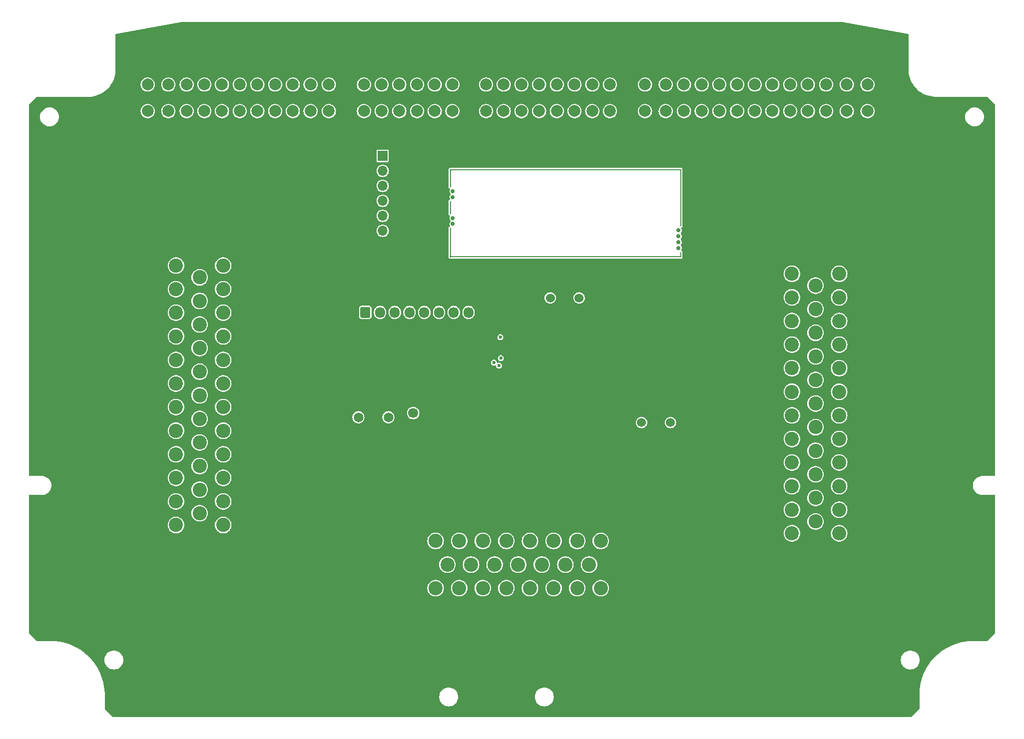
<source format=gbl>
G04 #@! TF.GenerationSoftware,KiCad,Pcbnew,7.0.10-7.0.10~ubuntu22.04.1*
G04 #@! TF.CreationDate,2024-01-11T23:20:31+00:00*
G04 #@! TF.ProjectId,test123,74657374-3132-4332-9e6b-696361645f70,a*
G04 #@! TF.SameCoordinates,Original*
G04 #@! TF.FileFunction,Copper,L2,Bot*
G04 #@! TF.FilePolarity,Positive*
%FSLAX46Y46*%
G04 Gerber Fmt 4.6, Leading zero omitted, Abs format (unit mm)*
G04 Created by KiCad (PCBNEW 7.0.10-7.0.10~ubuntu22.04.1) date 2024-01-11 23:20:31*
%MOMM*%
%LPD*%
G01*
G04 APERTURE LIST*
G04 #@! TA.AperFunction,ComponentPad*
%ADD10C,1.700000*%
G04 #@! TD*
G04 #@! TA.AperFunction,ComponentPad*
%ADD11C,0.700000*%
G04 #@! TD*
G04 #@! TA.AperFunction,SMDPad,CuDef*
%ADD12R,0.250000X3.100000*%
G04 #@! TD*
G04 #@! TA.AperFunction,SMDPad,CuDef*
%ADD13R,0.250000X2.250000*%
G04 #@! TD*
G04 #@! TA.AperFunction,SMDPad,CuDef*
%ADD14R,0.250000X5.050000*%
G04 #@! TD*
G04 #@! TA.AperFunction,SMDPad,CuDef*
%ADD15R,39.250000X0.250000*%
G04 #@! TD*
G04 #@! TA.AperFunction,SMDPad,CuDef*
%ADD16R,0.250000X9.750000*%
G04 #@! TD*
G04 #@! TA.AperFunction,SMDPad,CuDef*
%ADD17R,0.250000X0.950000*%
G04 #@! TD*
G04 #@! TA.AperFunction,ComponentPad*
%ADD18C,0.599999*%
G04 #@! TD*
G04 #@! TA.AperFunction,ComponentPad*
%ADD19C,2.000000*%
G04 #@! TD*
G04 #@! TA.AperFunction,ComponentPad*
%ADD20R,1.700000X1.700000*%
G04 #@! TD*
G04 #@! TA.AperFunction,ComponentPad*
%ADD21O,1.700000X1.700000*%
G04 #@! TD*
G04 #@! TA.AperFunction,ComponentPad*
%ADD22C,1.650000*%
G04 #@! TD*
G04 #@! TA.AperFunction,ComponentPad*
%ADD23C,2.400000*%
G04 #@! TD*
G04 #@! TA.AperFunction,ComponentPad*
%ADD24O,1.700000X1.850000*%
G04 #@! TD*
G04 #@! TA.AperFunction,ComponentPad*
%ADD25C,1.524000*%
G04 #@! TD*
G04 APERTURE END LIST*
D10*
G04 #@! TO.P,P1,1,Pin_1*
G04 #@! TO.N,N/C*
X106698400Y76891600D03*
G04 #@! TD*
D11*
G04 #@! TO.P,M1,E1,LSU_Un*
G04 #@! TO.N,/WBO_Vs*
X151660200Y104867400D03*
G04 #@! TO.P,M1,E2,LSU_Vm*
G04 #@! TO.N,/WBO_Vs{slash}Ip*
X151660200Y105867400D03*
G04 #@! TO.P,M1,E3,LSU_Ip*
G04 #@! TO.N,/WBO_Ip*
X151660200Y106867400D03*
G04 #@! TO.P,M1,E4,LSU_Rtrim*
G04 #@! TO.N,/WBO_R_Trim*
X151660200Y107867400D03*
D12*
G04 #@! TO.P,M1,G,GND*
G04 #@! TO.N,GND*
X113035200Y116717400D03*
D13*
X113035200Y111742400D03*
D14*
X113035200Y105792400D03*
D15*
X132535200Y118142400D03*
X132535200Y103392400D03*
D16*
X152035200Y113392400D03*
D17*
X152035200Y103742400D03*
D11*
G04 #@! TO.P,M1,W1,V5_IN*
G04 #@! TO.N,/5V_SENSOR_2*
X113410200Y114517400D03*
G04 #@! TO.P,M1,W2,CAN_VIO*
G04 #@! TO.N,Net-(M1-PadW2)*
X113410200Y113517400D03*
G04 #@! TO.P,M1,W3,CAN_RX*
G04 #@! TO.N,Net-(M1-PadW3)*
X113410200Y109967400D03*
G04 #@! TO.P,M1,W4,CAN_TX*
G04 #@! TO.N,Net-(M1-PadW4)*
X113410200Y108967400D03*
G04 #@! TD*
D18*
G04 #@! TO.P,M2,V1,V5*
G04 #@! TO.N,/5V_SENSOR_2*
X121248397Y84919925D03*
G04 #@! TO.P,M2,V2,CAN_VIO*
G04 #@! TO.N,Net-(M1-PadW2)*
X120373395Y85444925D03*
G04 #@! TO.P,M2,V5,CAN_TX*
G04 #@! TO.N,Net-(M1-PadW4)*
X121548399Y86194923D03*
G04 #@! TO.P,M2,V6,CAN_RX*
G04 #@! TO.N,Net-(M1-PadW3)*
X121473396Y89744924D03*
G04 #@! TD*
D19*
G04 #@! TO.P,J1,A1*
G04 #@! TO.N,unconnected-(J1-PadA1)*
X183700000Y128100000D03*
G04 #@! TO.P,J1,A2*
G04 #@! TO.N,unconnected-(J1-PadA2)*
X183700000Y132600000D03*
G04 #@! TO.P,J1,A3*
G04 #@! TO.N,unconnected-(J1-PadA3)*
X180200000Y128100000D03*
G04 #@! TO.P,J1,A4*
G04 #@! TO.N,unconnected-(J1-PadA4)*
X180200000Y132600000D03*
G04 #@! TO.P,J1,A5*
G04 #@! TO.N,unconnected-(J1-PadA5)*
X176700000Y128100000D03*
G04 #@! TO.P,J1,A6*
G04 #@! TO.N,unconnected-(J1-PadA6)*
X176700000Y132600000D03*
G04 #@! TO.P,J1,A7*
G04 #@! TO.N,unconnected-(J1-PadA7)*
X173600000Y128100000D03*
G04 #@! TO.P,J1,A8*
G04 #@! TO.N,unconnected-(J1-PadA8)*
X173600000Y132600000D03*
G04 #@! TO.P,J1,A9*
G04 #@! TO.N,unconnected-(J1-PadA9)*
X170600000Y128100000D03*
G04 #@! TO.P,J1,A10*
G04 #@! TO.N,unconnected-(J1-PadA10)*
X170600000Y132600000D03*
G04 #@! TO.P,J1,A11*
G04 #@! TO.N,unconnected-(J1-PadA11)*
X167600000Y128100000D03*
G04 #@! TO.P,J1,A12*
G04 #@! TO.N,unconnected-(J1-PadA12)*
X167600000Y132600000D03*
G04 #@! TO.P,J1,A13*
G04 #@! TO.N,unconnected-(J1-PadA13)*
X164600000Y128100000D03*
G04 #@! TO.P,J1,A14*
G04 #@! TO.N,unconnected-(J1-PadA14)*
X164600000Y132600000D03*
G04 #@! TO.P,J1,A15*
G04 #@! TO.N,unconnected-(J1-PadA15)*
X161600000Y128100000D03*
G04 #@! TO.P,J1,A16*
G04 #@! TO.N,unconnected-(J1-PadA16)*
X161600000Y132600000D03*
G04 #@! TO.P,J1,A17*
G04 #@! TO.N,unconnected-(J1-PadA17)*
X158600000Y128100000D03*
G04 #@! TO.P,J1,A18*
G04 #@! TO.N,unconnected-(J1-PadA18)*
X158600000Y132600000D03*
G04 #@! TO.P,J1,A19*
G04 #@! TO.N,unconnected-(J1-PadA19)*
X155600000Y128100000D03*
G04 #@! TO.P,J1,A20*
G04 #@! TO.N,unconnected-(J1-PadA20)*
X155600000Y132600000D03*
G04 #@! TO.P,J1,A21*
G04 #@! TO.N,unconnected-(J1-PadA21)*
X152600000Y128100000D03*
G04 #@! TO.P,J1,A22*
G04 #@! TO.N,unconnected-(J1-PadA22)*
X152600000Y132600000D03*
G04 #@! TO.P,J1,A23*
G04 #@! TO.N,unconnected-(J1-PadA23)*
X149500000Y128100000D03*
G04 #@! TO.P,J1,A24*
G04 #@! TO.N,unconnected-(J1-PadA24)*
X149500000Y132600000D03*
G04 #@! TO.P,J1,A25*
G04 #@! TO.N,unconnected-(J1-PadA25)*
X146000000Y128100000D03*
G04 #@! TO.P,J1,A26*
G04 #@! TO.N,unconnected-(J1-PadA26)*
X146000000Y132600000D03*
G04 #@! TO.P,J1,B1*
G04 #@! TO.N,unconnected-(J1-PadB1)*
X140050000Y128100000D03*
G04 #@! TO.P,J1,B2*
G04 #@! TO.N,unconnected-(J1-PadB2)*
X140050000Y132600000D03*
G04 #@! TO.P,J1,B3*
G04 #@! TO.N,unconnected-(J1-PadB3)*
X137050000Y128100000D03*
G04 #@! TO.P,J1,B4*
G04 #@! TO.N,unconnected-(J1-PadB4)*
X137050000Y132600000D03*
G04 #@! TO.P,J1,B5*
G04 #@! TO.N,unconnected-(J1-PadB5)*
X134050000Y128100000D03*
G04 #@! TO.P,J1,B6*
G04 #@! TO.N,unconnected-(J1-PadB6)*
X134050000Y132600000D03*
G04 #@! TO.P,J1,B7*
G04 #@! TO.N,unconnected-(J1-PadB7)*
X131050000Y128100000D03*
G04 #@! TO.P,J1,B8*
G04 #@! TO.N,unconnected-(J1-PadB8)*
X131050000Y132600000D03*
G04 #@! TO.P,J1,B9*
G04 #@! TO.N,unconnected-(J1-PadB9)*
X128050000Y128100000D03*
G04 #@! TO.P,J1,B10*
G04 #@! TO.N,unconnected-(J1-PadB10)*
X128050000Y132600000D03*
G04 #@! TO.P,J1,B11*
G04 #@! TO.N,unconnected-(J1-PadB11)*
X125050000Y128100000D03*
G04 #@! TO.P,J1,B12*
G04 #@! TO.N,unconnected-(J1-PadB12)*
X125050000Y132600000D03*
G04 #@! TO.P,J1,B13*
G04 #@! TO.N,unconnected-(J1-PadB13)*
X122050000Y128100000D03*
G04 #@! TO.P,J1,B14*
G04 #@! TO.N,unconnected-(J1-PadB14)*
X122050000Y132600000D03*
G04 #@! TO.P,J1,B15*
G04 #@! TO.N,unconnected-(J1-PadB15)*
X119050000Y128100000D03*
G04 #@! TO.P,J1,B16*
G04 #@! TO.N,unconnected-(J1-PadB16)*
X119050000Y132600000D03*
G04 #@! TO.P,J1,C1*
G04 #@! TO.N,unconnected-(J1-PadC1)*
X113350000Y128100000D03*
G04 #@! TO.P,J1,C2*
G04 #@! TO.N,unconnected-(J1-PadC2)*
X113350000Y132600000D03*
G04 #@! TO.P,J1,C3*
G04 #@! TO.N,unconnected-(J1-PadC3)*
X110350000Y128100000D03*
G04 #@! TO.P,J1,C4*
G04 #@! TO.N,unconnected-(J1-PadC4)*
X110350000Y132600000D03*
G04 #@! TO.P,J1,C5*
G04 #@! TO.N,unconnected-(J1-PadC5)*
X107350000Y128100000D03*
G04 #@! TO.P,J1,C6*
G04 #@! TO.N,unconnected-(J1-PadC6)*
X107350000Y132600000D03*
G04 #@! TO.P,J1,C7*
G04 #@! TO.N,unconnected-(J1-PadC7)*
X104350000Y128100000D03*
G04 #@! TO.P,J1,C8*
G04 #@! TO.N,unconnected-(J1-PadC8)*
X104350000Y132600000D03*
G04 #@! TO.P,J1,C9*
G04 #@! TO.N,unconnected-(J1-PadC9)*
X101350000Y128100000D03*
G04 #@! TO.P,J1,C10*
G04 #@! TO.N,unconnected-(J1-PadC10)*
X101350000Y132600000D03*
G04 #@! TO.P,J1,C11*
G04 #@! TO.N,unconnected-(J1-PadC11)*
X98350000Y128100000D03*
G04 #@! TO.P,J1,C12*
G04 #@! TO.N,unconnected-(J1-PadC12)*
X98350000Y132600000D03*
G04 #@! TO.P,J1,D1*
G04 #@! TO.N,unconnected-(J1-PadD1)*
X92400000Y128100000D03*
G04 #@! TO.P,J1,D2*
G04 #@! TO.N,unconnected-(J1-PadD2)*
X92400000Y132600000D03*
G04 #@! TO.P,J1,D3*
G04 #@! TO.N,unconnected-(J1-PadD3)*
X89300000Y128100000D03*
G04 #@! TO.P,J1,D4*
G04 #@! TO.N,unconnected-(J1-PadD4)*
X89300000Y132600000D03*
G04 #@! TO.P,J1,D5*
G04 #@! TO.N,unconnected-(J1-PadD5)*
X86300000Y128100000D03*
G04 #@! TO.P,J1,D6*
G04 #@! TO.N,unconnected-(J1-PadD6)*
X86300000Y132600000D03*
G04 #@! TO.P,J1,D7*
G04 #@! TO.N,unconnected-(J1-PadD7)*
X83300000Y128100000D03*
G04 #@! TO.P,J1,D8*
G04 #@! TO.N,unconnected-(J1-PadD8)*
X83300000Y132600000D03*
G04 #@! TO.P,J1,D9*
G04 #@! TO.N,unconnected-(J1-PadD9)*
X80300000Y128100000D03*
G04 #@! TO.P,J1,D10*
G04 #@! TO.N,unconnected-(J1-PadD10)*
X80300000Y132600000D03*
G04 #@! TO.P,J1,D11*
G04 #@! TO.N,unconnected-(J1-PadD11)*
X77300000Y128100000D03*
G04 #@! TO.P,J1,D12*
G04 #@! TO.N,unconnected-(J1-PadD12)*
X77300000Y132600000D03*
G04 #@! TO.P,J1,D13*
G04 #@! TO.N,unconnected-(J1-PadD13)*
X74300000Y128100000D03*
G04 #@! TO.P,J1,D14*
G04 #@! TO.N,unconnected-(J1-PadD14)*
X74300000Y132600000D03*
G04 #@! TO.P,J1,D15*
G04 #@! TO.N,unconnected-(J1-PadD15)*
X71300000Y128100000D03*
G04 #@! TO.P,J1,D16*
G04 #@! TO.N,unconnected-(J1-PadD16)*
X71300000Y132600000D03*
G04 #@! TO.P,J1,D17*
G04 #@! TO.N,unconnected-(J1-PadD17)*
X68300000Y128100000D03*
G04 #@! TO.P,J1,D18*
G04 #@! TO.N,unconnected-(J1-PadD18)*
X68300000Y132600000D03*
G04 #@! TO.P,J1,D19*
G04 #@! TO.N,unconnected-(J1-PadD19)*
X65200000Y128100000D03*
G04 #@! TO.P,J1,D20*
G04 #@! TO.N,unconnected-(J1-PadD20)*
X65200000Y132600000D03*
G04 #@! TO.P,J1,D21*
G04 #@! TO.N,unconnected-(J1-PadD21)*
X61700000Y128100000D03*
G04 #@! TO.P,J1,D22*
G04 #@! TO.N,unconnected-(J1-PadD22)*
X61700000Y132600000D03*
G04 #@! TD*
D20*
G04 #@! TO.P,J3,1,Pin_1*
G04 #@! TO.N,Net-(J3-Pad1)*
X101523800Y120497600D03*
D21*
G04 #@! TO.P,J3,2,Pin_2*
G04 #@! TO.N,Net-(J3-Pad2)*
X101523800Y117957600D03*
G04 #@! TO.P,J3,3,Pin_3*
G04 #@! TO.N,GND*
X101523800Y115417600D03*
G04 #@! TO.P,J3,4,Pin_4*
G04 #@! TO.N,Net-(J3-Pad4)*
X101523800Y112877600D03*
G04 #@! TO.P,J3,5,Pin_5*
G04 #@! TO.N,Net-(J3-Pad5)*
X101523800Y110337600D03*
G04 #@! TO.P,J3,6,Pin_6*
G04 #@! TO.N,N/C*
X101523800Y107797600D03*
G04 #@! TD*
D22*
G04 #@! TO.P,F3,1,1*
G04 #@! TO.N,N/C*
X97418400Y76181600D03*
G04 #@! TO.P,F3,2,2*
G04 #@! TO.N,/OUT_IGN1*
X102498400Y76181600D03*
G04 #@! TD*
D23*
G04 #@! TO.P,J5,1,Pin_1*
G04 #@! TO.N,GND*
X74500000Y101900000D03*
G04 #@! TO.P,J5,2,Pin_2*
X74500000Y97900000D03*
G04 #@! TO.P,J5,3,Pin_3*
X74500000Y93900000D03*
G04 #@! TO.P,J5,4,Pin_4*
X74500000Y89900000D03*
G04 #@! TO.P,J5,5,Pin_5*
X74500000Y85900000D03*
G04 #@! TO.P,J5,6,Pin_6*
X74500000Y81900000D03*
G04 #@! TO.P,J5,7,Pin_7*
X74500000Y77900000D03*
G04 #@! TO.P,J5,8,Pin_8*
X74500000Y73900000D03*
G04 #@! TO.P,J5,9,Pin_9*
G04 #@! TO.N,/5V_SENSOR_1*
X74500000Y69900000D03*
G04 #@! TO.P,J5,10,Pin_10*
G04 #@! TO.N,/5V_SENSOR_2*
X74500000Y65900000D03*
G04 #@! TO.P,J5,11,Pin_11*
G04 #@! TO.N,/12V_PROT*
X74500000Y61900000D03*
G04 #@! TO.P,J5,12,Pin_12*
X74500000Y57900000D03*
G04 #@! TO.P,J5,13,Pin_13*
G04 #@! TO.N,N/C*
X70500000Y99900000D03*
G04 #@! TO.P,J5,14,Pin_14*
X70500000Y95900000D03*
G04 #@! TO.P,J5,15,Pin_15*
X70500000Y91900000D03*
G04 #@! TO.P,J5,16,Pin_16*
X70500000Y87900000D03*
G04 #@! TO.P,J5,17,Pin_17*
X70500000Y83900000D03*
G04 #@! TO.P,J5,18,Pin_18*
X70500000Y79900000D03*
G04 #@! TO.P,J5,19,Pin_19*
X70500000Y75900000D03*
G04 #@! TO.P,J5,20,Pin_20*
X70500000Y71900000D03*
G04 #@! TO.P,J5,21,Pin_21*
G04 #@! TO.N,/5V_SENSOR_1*
X70500000Y67900000D03*
G04 #@! TO.P,J5,22,Pin_22*
G04 #@! TO.N,/5V_SENSOR_2*
X70500000Y63900000D03*
G04 #@! TO.P,J5,23,Pin_23*
G04 #@! TO.N,GND*
X70500000Y59900000D03*
G04 #@! TO.P,J5,24,Pin_24*
G04 #@! TO.N,N/C*
X66500000Y101900000D03*
G04 #@! TO.P,J5,25,Pin_25*
X66500000Y97900000D03*
G04 #@! TO.P,J5,26,Pin_26*
X66500000Y93900000D03*
G04 #@! TO.P,J5,27,Pin_27*
X66500000Y89900000D03*
G04 #@! TO.P,J5,28,Pin_28*
X66500000Y85900000D03*
G04 #@! TO.P,J5,29,Pin_29*
G04 #@! TO.N,GND*
X66500000Y81900000D03*
G04 #@! TO.P,J5,30,Pin_30*
G04 #@! TO.N,N/C*
X66500000Y77900000D03*
G04 #@! TO.P,J5,31,Pin_31*
X66500000Y73900000D03*
G04 #@! TO.P,J5,32,Pin_32*
G04 #@! TO.N,/5V_SENSOR_1*
X66500000Y69900000D03*
G04 #@! TO.P,J5,33,Pin_33*
G04 #@! TO.N,/5V_SENSOR_2*
X66500000Y65900000D03*
G04 #@! TO.P,J5,34,Pin_34*
G04 #@! TO.N,N/C*
X66500000Y61900000D03*
G04 #@! TO.P,J5,35,Pin_35*
X66500000Y57900000D03*
G04 #@! TD*
G04 #@! TO.P,J2,1,Pin_1*
G04 #@! TO.N,GND*
G04 #@! TA.AperFunction,ComponentPad*
G36*
G01*
X97733400Y93281500D02*
X97733400Y94631700D01*
G75*
G02*
X97983300Y94881600I249900J0D01*
G01*
X99183500Y94881600D01*
G75*
G02*
X99433400Y94631700I0J-249900D01*
G01*
X99433400Y93281500D01*
G75*
G02*
X99183500Y93031600I-249900J0D01*
G01*
X97983300Y93031600D01*
G75*
G02*
X97733400Y93281500I0J249900D01*
G01*
G37*
G04 #@! TD.AperFunction*
D24*
G04 #@! TO.P,J2,2,Pin_2*
X101083400Y93956600D03*
G04 #@! TO.P,J2,3,Pin_3*
G04 #@! TO.N,/WBO_H-*
X103583400Y93956600D03*
G04 #@! TO.P,J2,4,Pin_4*
X106083400Y93956600D03*
G04 #@! TO.P,J2,5,Pin_5*
G04 #@! TO.N,/WBO_R_Trim*
X108583400Y93956600D03*
G04 #@! TO.P,J2,6,Pin_6*
G04 #@! TO.N,/WBO_Ip*
X111083400Y93956600D03*
G04 #@! TO.P,J2,7,Pin_7*
G04 #@! TO.N,/WBO_Vs{slash}Ip*
X113583400Y93956600D03*
G04 #@! TO.P,J2,8,Pin_8*
G04 #@! TO.N,/WBO_Vs*
X116083400Y93956600D03*
G04 #@! TD*
D23*
G04 #@! TO.P,J6,1,Pin_1*
G04 #@! TO.N,N/C*
X110500000Y55200000D03*
G04 #@! TO.P,J6,2,Pin_2*
X114500000Y55200000D03*
G04 #@! TO.P,J6,3,Pin_3*
X118500000Y55200000D03*
G04 #@! TO.P,J6,4,Pin_4*
X122500000Y55200000D03*
G04 #@! TO.P,J6,5,Pin_5*
X126500000Y55200000D03*
G04 #@! TO.P,J6,6,Pin_6*
X130500000Y55200000D03*
G04 #@! TO.P,J6,7,Pin_7*
X134500000Y55200000D03*
G04 #@! TO.P,J6,8,Pin_8*
X138500000Y55200000D03*
G04 #@! TO.P,J6,9,Pin_9*
X112500000Y51200000D03*
G04 #@! TO.P,J6,10,Pin_10*
X116500000Y51200000D03*
G04 #@! TO.P,J6,11,Pin_11*
X120500000Y51200000D03*
G04 #@! TO.P,J6,12,Pin_12*
X124500000Y51200000D03*
G04 #@! TO.P,J6,13,Pin_13*
X128500000Y51200000D03*
G04 #@! TO.P,J6,14,Pin_14*
G04 #@! TO.N,GND*
X132500000Y51200000D03*
G04 #@! TO.P,J6,15,Pin_15*
G04 #@! TO.N,N/C*
X136500000Y51200000D03*
G04 #@! TO.P,J6,16,Pin_16*
X110500000Y47200000D03*
G04 #@! TO.P,J6,17,Pin_17*
X114500000Y47200000D03*
G04 #@! TO.P,J6,18,Pin_18*
X118500000Y47200000D03*
G04 #@! TO.P,J6,19,Pin_19*
G04 #@! TO.N,GND*
X122500000Y47200000D03*
G04 #@! TO.P,J6,20,Pin_20*
X126500000Y47200000D03*
G04 #@! TO.P,J6,21,Pin_21*
G04 #@! TO.N,N/C*
X130500000Y47200000D03*
G04 #@! TO.P,J6,22,Pin_22*
X134500000Y47200000D03*
G04 #@! TO.P,J6,23,Pin_23*
G04 #@! TO.N,/12V_MR*
X138500000Y47200000D03*
G04 #@! TD*
G04 #@! TO.P,J4,1,Pin_1*
G04 #@! TO.N,N/C*
X170900000Y56500000D03*
G04 #@! TO.P,J4,2,Pin_2*
X170900000Y60500000D03*
G04 #@! TO.P,J4,3,Pin_3*
X170900000Y64500000D03*
G04 #@! TO.P,J4,4,Pin_4*
X170900000Y68500000D03*
G04 #@! TO.P,J4,5,Pin_5*
X170900000Y72500000D03*
G04 #@! TO.P,J4,6,Pin_6*
X170900000Y76500000D03*
G04 #@! TO.P,J4,7,Pin_7*
X170900000Y80500000D03*
G04 #@! TO.P,J4,8,Pin_8*
X170900000Y84500000D03*
G04 #@! TO.P,J4,9,Pin_9*
X170900000Y88500000D03*
G04 #@! TO.P,J4,10,Pin_10*
X170900000Y92500000D03*
G04 #@! TO.P,J4,11,Pin_11*
X170900000Y96500000D03*
G04 #@! TO.P,J4,12,Pin_12*
X170900000Y100500000D03*
G04 #@! TO.P,J4,13,Pin_13*
X174900000Y58500000D03*
G04 #@! TO.P,J4,14,Pin_14*
X174900000Y62500000D03*
G04 #@! TO.P,J4,15,Pin_15*
X174900000Y66500000D03*
G04 #@! TO.P,J4,16,Pin_16*
X174900000Y70500000D03*
G04 #@! TO.P,J4,17,Pin_17*
G04 #@! TO.N,GND*
X174900000Y74500000D03*
G04 #@! TO.P,J4,18,Pin_18*
X174900000Y78500000D03*
G04 #@! TO.P,J4,19,Pin_19*
G04 #@! TO.N,N/C*
X174900000Y82500000D03*
G04 #@! TO.P,J4,20,Pin_20*
X174900000Y86500000D03*
G04 #@! TO.P,J4,21,Pin_21*
X174900000Y90500000D03*
G04 #@! TO.P,J4,22,Pin_22*
X174900000Y94500000D03*
G04 #@! TO.P,J4,23,Pin_23*
X174900000Y98500000D03*
G04 #@! TO.P,J4,24,Pin_24*
G04 #@! TO.N,GND*
X178900000Y56500000D03*
G04 #@! TO.P,J4,25,Pin_25*
G04 #@! TO.N,N/C*
X178900000Y60500000D03*
G04 #@! TO.P,J4,26,Pin_26*
X178900000Y64500000D03*
G04 #@! TO.P,J4,27,Pin_27*
X178900000Y68500000D03*
G04 #@! TO.P,J4,28,Pin_28*
X178900000Y72500000D03*
G04 #@! TO.P,J4,29,Pin_29*
X178900000Y76500000D03*
G04 #@! TO.P,J4,30,Pin_30*
X178900000Y80500000D03*
G04 #@! TO.P,J4,31,Pin_31*
X178900000Y84500000D03*
G04 #@! TO.P,J4,32,Pin_32*
X178900000Y88500000D03*
G04 #@! TO.P,J4,33,Pin_33*
X178900000Y92500000D03*
G04 #@! TO.P,J4,34,Pin_34*
X178900000Y96500000D03*
G04 #@! TO.P,J4,35,Pin_35*
X178900000Y100500000D03*
G04 #@! TD*
D25*
G04 #@! TO.P,F2,1,1*
G04 #@! TO.N,unconnected-(F2-Pad1)*
X145403400Y75285600D03*
G04 #@! TO.P,F2,2,2*
G04 #@! TO.N,/12V_MR*
X150303400Y75285600D03*
G04 #@! TD*
G04 #@! TO.P,F1,1,1*
G04 #@! TO.N,unconnected-(F1-Pad1)*
X129928400Y96401600D03*
G04 #@! TO.P,F1,2,2*
G04 #@! TO.N,/12V_MR*
X134828400Y96401600D03*
G04 #@! TD*
G04 #@! TA.AperFunction,NonConductor*
G36*
X179420986Y143163132D02*
G01*
X190578943Y141195239D01*
X190632965Y141166512D01*
X190659785Y141111518D01*
X190660748Y141097744D01*
X190660748Y135096008D01*
X190659937Y135089220D01*
X190660719Y135057119D01*
X190660748Y135054711D01*
X190660748Y135038481D01*
X190661351Y135031857D01*
X190665658Y134856268D01*
X190709100Y134461680D01*
X190709101Y134461676D01*
X190709102Y134461670D01*
X190779811Y134103661D01*
X190786025Y134072202D01*
X190895856Y133690743D01*
X190895861Y133690729D01*
X191037811Y133320008D01*
X191210850Y132962729D01*
X191413718Y132621488D01*
X191413721Y132621484D01*
X191644915Y132298811D01*
X191644931Y132298790D01*
X191902793Y131996994D01*
X191902801Y131996985D01*
X192114971Y131787764D01*
X192185467Y131718248D01*
X192185469Y131718247D01*
X192490843Y131464637D01*
X192490848Y131464633D01*
X192490858Y131464625D01*
X192816760Y131237954D01*
X193160796Y131039888D01*
X193160798Y131039887D01*
X193520447Y130871875D01*
X193520457Y130871872D01*
X193520464Y130871868D01*
X193893144Y130735117D01*
X194276125Y130630631D01*
X194666618Y130559170D01*
X194728014Y130553280D01*
X195061762Y130521256D01*
X195061771Y130521256D01*
X195061781Y130521255D01*
X195236987Y130519410D01*
X195239837Y130519169D01*
X195245324Y130519167D01*
X195245326Y130519166D01*
X195260384Y130519160D01*
X195261052Y130519156D01*
X195287186Y130518886D01*
X195287187Y130518887D01*
X195297897Y130518776D01*
X195300760Y130519139D01*
X203964406Y130514681D01*
X204022585Y130495744D01*
X204034357Y130485685D01*
X205331752Y129188291D01*
X205359529Y129133774D01*
X205360748Y129118287D01*
X205360748Y66314068D01*
X205341841Y66255877D01*
X205292341Y66219913D01*
X205262032Y66215068D01*
X203336461Y66209551D01*
X203144843Y66209001D01*
X203144842Y66209001D01*
X203137195Y66208979D01*
X203137194Y66208994D01*
X203136815Y66208965D01*
X203041358Y66208967D01*
X203041356Y66208967D01*
X202804649Y66173296D01*
X202804648Y66173296D01*
X202804645Y66173296D01*
X202804644Y66173295D01*
X202741791Y66153910D01*
X202575889Y66102741D01*
X202360215Y65998884D01*
X202162414Y65864032D01*
X201986931Y65701213D01*
X201986926Y65701208D01*
X201837671Y65514053D01*
X201837668Y65514048D01*
X201717975Y65306738D01*
X201630519Y65083909D01*
X201630517Y65083905D01*
X201630517Y65083902D01*
X201619777Y65036847D01*
X201577248Y64850519D01*
X201577247Y64850513D01*
X201559358Y64611802D01*
X201559358Y64611799D01*
X201577247Y64373088D01*
X201577248Y64373082D01*
X201581079Y64356299D01*
X201630517Y64139698D01*
X201630518Y64139695D01*
X201630519Y64139692D01*
X201717975Y63916863D01*
X201837668Y63709553D01*
X201837671Y63709548D01*
X201986926Y63522393D01*
X201986930Y63522389D01*
X202162415Y63359568D01*
X202360209Y63224720D01*
X202360214Y63224718D01*
X202360215Y63224717D01*
X202433836Y63189265D01*
X202575891Y63120859D01*
X202804644Y63050305D01*
X203041358Y63014633D01*
X203161051Y63014637D01*
X205261748Y63014637D01*
X205319939Y62995730D01*
X205355903Y62946230D01*
X205360748Y62915637D01*
X205360748Y39621987D01*
X205341841Y39563796D01*
X205331752Y39551983D01*
X204034402Y38254633D01*
X203979885Y38226856D01*
X203964398Y38225637D01*
X201578180Y38225637D01*
X201577100Y38225554D01*
X201315265Y38225554D01*
X201315264Y38225554D01*
X201315255Y38225554D01*
X200839540Y38195627D01*
X200744395Y38189641D01*
X200744380Y38189640D01*
X200176944Y38117960D01*
X200176938Y38117959D01*
X199726312Y38032000D01*
X199615395Y38010842D01*
X199615054Y38010777D01*
X199061049Y37868535D01*
X198517039Y37691779D01*
X197985253Y37481233D01*
X197985226Y37481222D01*
X197467686Y37237689D01*
X196966438Y36962129D01*
X196483503Y36655652D01*
X196483489Y36655643D01*
X196020779Y36319467D01*
X196020736Y36319434D01*
X195580032Y35954858D01*
X195580029Y35954855D01*
X195163069Y35563308D01*
X194771509Y35146342D01*
X194406907Y34705618D01*
X194070711Y34242891D01*
X194070698Y34242871D01*
X193764219Y33759944D01*
X193764209Y33759927D01*
X193488647Y33258684D01*
X193245113Y32741153D01*
X193034540Y32209313D01*
X192857793Y31665349D01*
X192715536Y31111305D01*
X192715534Y31111293D01*
X192608362Y30549491D01*
X192608357Y30549458D01*
X192536669Y29982009D01*
X192536666Y29981983D01*
X192500748Y29411121D01*
X192500748Y26761987D01*
X192481841Y26703796D01*
X192471752Y26691983D01*
X191174402Y25394633D01*
X191119885Y25366856D01*
X191104398Y25365637D01*
X55818097Y25365637D01*
X55759906Y25384544D01*
X55748093Y25394633D01*
X54450744Y26691982D01*
X54422967Y26746499D01*
X54421748Y26761986D01*
X54421748Y28765136D01*
X111115799Y28765136D01*
X111135564Y28513990D01*
X111194375Y28269023D01*
X111290780Y28036280D01*
X111290783Y28036274D01*
X111422410Y27821480D01*
X111422416Y27821472D01*
X111495851Y27735490D01*
X111586024Y27629912D01*
X111586030Y27629907D01*
X111586033Y27629904D01*
X111777583Y27466305D01*
X111777589Y27466300D01*
X111777591Y27466299D01*
X111992385Y27334672D01*
X111992387Y27334671D01*
X111992389Y27334670D01*
X112225132Y27238265D01*
X112225135Y27238264D01*
X112225137Y27238263D01*
X112470100Y27179453D01*
X112721248Y27159687D01*
X112972396Y27179453D01*
X113217359Y27238263D01*
X113450107Y27334670D01*
X113664907Y27466300D01*
X113856472Y27629912D01*
X114020084Y27821477D01*
X114151714Y28036277D01*
X114248121Y28269025D01*
X114306931Y28513988D01*
X114326697Y28765136D01*
X127315800Y28765136D01*
X127335565Y28513991D01*
X127394376Y28269024D01*
X127490781Y28036281D01*
X127490787Y28036269D01*
X127622407Y27821485D01*
X127622411Y27821481D01*
X127622413Y27821477D01*
X127786025Y27629913D01*
X127977589Y27466301D01*
X127977591Y27466300D01*
X127977596Y27466296D01*
X128192380Y27334676D01*
X128192392Y27334670D01*
X128425135Y27238265D01*
X128425137Y27238264D01*
X128670101Y27179454D01*
X128921248Y27159688D01*
X129172395Y27179454D01*
X129417359Y27238264D01*
X129650106Y27334671D01*
X129650110Y27334674D01*
X129650115Y27334676D01*
X129864899Y27466296D01*
X129864899Y27466297D01*
X129864907Y27466301D01*
X130056471Y27629913D01*
X130220083Y27821477D01*
X130271600Y27905545D01*
X130351708Y28036269D01*
X130351710Y28036274D01*
X130351713Y28036278D01*
X130448120Y28269025D01*
X130506930Y28513989D01*
X130526696Y28765136D01*
X130506930Y29016283D01*
X130448120Y29261247D01*
X130351713Y29493993D01*
X130351708Y29494004D01*
X130220088Y29708788D01*
X130220084Y29708793D01*
X130220083Y29708795D01*
X130056471Y29900359D01*
X129864907Y30063971D01*
X129864903Y30063973D01*
X129864899Y30063977D01*
X129650115Y30195597D01*
X129650103Y30195603D01*
X129417360Y30292008D01*
X129417361Y30292008D01*
X129172393Y30350819D01*
X128921248Y30370584D01*
X128670102Y30350819D01*
X128425135Y30292008D01*
X128192392Y30195603D01*
X128192380Y30195597D01*
X127977596Y30063977D01*
X127977590Y30063972D01*
X127786028Y29900362D01*
X127786022Y29900356D01*
X127622412Y29708794D01*
X127622407Y29708788D01*
X127490787Y29494004D01*
X127490781Y29493992D01*
X127394376Y29261249D01*
X127335565Y29016282D01*
X127315800Y28765136D01*
X114326697Y28765136D01*
X114306931Y29016284D01*
X114248121Y29261247D01*
X114186041Y29411121D01*
X114151715Y29493993D01*
X114151712Y29493999D01*
X114021068Y29707189D01*
X114020084Y29708795D01*
X113856472Y29900360D01*
X113856465Y29900366D01*
X113856462Y29900369D01*
X113664912Y30063968D01*
X113664904Y30063974D01*
X113450110Y30195601D01*
X113450104Y30195604D01*
X113217360Y30292009D01*
X113217361Y30292009D01*
X112972394Y30350820D01*
X112721248Y30370585D01*
X112470101Y30350820D01*
X112225134Y30292009D01*
X111992391Y30195604D01*
X111992385Y30195601D01*
X111777591Y30063974D01*
X111777583Y30063968D01*
X111586033Y29900369D01*
X111586015Y29900351D01*
X111422416Y29708801D01*
X111422410Y29708793D01*
X111290783Y29493999D01*
X111290780Y29493993D01*
X111194375Y29261250D01*
X111135564Y29016283D01*
X111115799Y28765136D01*
X54421748Y28765136D01*
X54421748Y29149150D01*
X54421735Y29149309D01*
X54421735Y29411121D01*
X54421735Y29411131D01*
X54385818Y29981990D01*
X54314127Y30549468D01*
X54206945Y31111324D01*
X54064696Y31665342D01*
X53887941Y32209335D01*
X53677377Y32741156D01*
X53433835Y33258706D01*
X53348182Y33414508D01*
X53158279Y33759940D01*
X53158269Y33759957D01*
X52851791Y34242887D01*
X52851788Y34242891D01*
X52515584Y34705637D01*
X52255556Y35019957D01*
X54355799Y35019957D01*
X54375564Y34768811D01*
X54434375Y34523844D01*
X54530780Y34291101D01*
X54530783Y34291095D01*
X54662410Y34076301D01*
X54662416Y34076293D01*
X54735851Y33990311D01*
X54826024Y33884733D01*
X54826030Y33884728D01*
X54826033Y33884725D01*
X55017583Y33721126D01*
X55017589Y33721121D01*
X55017591Y33721120D01*
X55232385Y33589493D01*
X55232391Y33589490D01*
X55465135Y33493085D01*
X55465137Y33493084D01*
X55710100Y33434274D01*
X55961248Y33414508D01*
X56212396Y33434274D01*
X56457359Y33493084D01*
X56690107Y33589491D01*
X56904907Y33721121D01*
X57096472Y33884733D01*
X57260084Y34076298D01*
X57391714Y34291098D01*
X57488121Y34523846D01*
X57546931Y34768809D01*
X57566697Y35019957D01*
X189355799Y35019957D01*
X189375564Y34768811D01*
X189434375Y34523844D01*
X189530780Y34291101D01*
X189530783Y34291095D01*
X189662410Y34076301D01*
X189662416Y34076293D01*
X189735851Y33990311D01*
X189826024Y33884733D01*
X189826030Y33884728D01*
X189826033Y33884725D01*
X190017583Y33721126D01*
X190017589Y33721121D01*
X190017591Y33721120D01*
X190232385Y33589493D01*
X190232391Y33589490D01*
X190465135Y33493085D01*
X190465137Y33493084D01*
X190710100Y33434274D01*
X190961248Y33414508D01*
X191212396Y33434274D01*
X191457359Y33493084D01*
X191690107Y33589491D01*
X191904907Y33721121D01*
X192096472Y33884733D01*
X192260084Y34076298D01*
X192391714Y34291098D01*
X192488121Y34523846D01*
X192546931Y34768809D01*
X192566697Y35019957D01*
X192546931Y35271105D01*
X192488121Y35516068D01*
X192468557Y35563299D01*
X192391715Y35748814D01*
X192391712Y35748820D01*
X192260085Y35963614D01*
X192260084Y35963616D01*
X192096472Y36155181D01*
X192096465Y36155187D01*
X192096462Y36155190D01*
X191904912Y36318789D01*
X191904904Y36318795D01*
X191690110Y36450422D01*
X191690104Y36450425D01*
X191457360Y36546830D01*
X191457361Y36546830D01*
X191212394Y36605641D01*
X190961248Y36625406D01*
X190710101Y36605641D01*
X190465134Y36546830D01*
X190232391Y36450425D01*
X190232385Y36450422D01*
X190017591Y36318795D01*
X190017583Y36318789D01*
X189826033Y36155190D01*
X189826015Y36155172D01*
X189662416Y35963622D01*
X189662410Y35963614D01*
X189530783Y35748820D01*
X189530780Y35748814D01*
X189434375Y35516071D01*
X189375564Y35271104D01*
X189355799Y35019957D01*
X57566697Y35019957D01*
X57546931Y35271105D01*
X57488121Y35516068D01*
X57468557Y35563299D01*
X57391715Y35748814D01*
X57391712Y35748820D01*
X57260085Y35963614D01*
X57260084Y35963616D01*
X57096472Y36155181D01*
X57096465Y36155187D01*
X57096462Y36155190D01*
X56904912Y36318789D01*
X56904904Y36318795D01*
X56690110Y36450422D01*
X56690104Y36450425D01*
X56457360Y36546830D01*
X56457361Y36546830D01*
X56212394Y36605641D01*
X55961248Y36625406D01*
X55710101Y36605641D01*
X55465134Y36546830D01*
X55232391Y36450425D01*
X55232385Y36450422D01*
X55017591Y36318795D01*
X55017583Y36318789D01*
X54826033Y36155190D01*
X54826015Y36155172D01*
X54662416Y35963622D01*
X54662410Y35963614D01*
X54530783Y35748820D01*
X54530780Y35748814D01*
X54434375Y35516071D01*
X54375564Y35271104D01*
X54355799Y35019957D01*
X52255556Y35019957D01*
X52150985Y35146362D01*
X51759432Y35563323D01*
X51342471Y35954877D01*
X51009196Y36230587D01*
X50901756Y36319469D01*
X50901751Y36319473D01*
X50901747Y36319476D01*
X50721512Y36450425D01*
X50438996Y36655686D01*
X49956067Y36962164D01*
X49956050Y36962174D01*
X49668880Y37120048D01*
X49454817Y37237730D01*
X49454809Y37237734D01*
X49454805Y37237736D01*
X48937272Y37481270D01*
X48937267Y37481272D01*
X48405447Y37691837D01*
X47861454Y37868593D01*
X47307436Y38010842D01*
X47307435Y38010843D01*
X47307428Y38010844D01*
X47307408Y38010848D01*
X46745614Y38118020D01*
X46745568Y38118027D01*
X46178121Y38189714D01*
X46178095Y38189717D01*
X45607230Y38225636D01*
X45337165Y38225636D01*
X42958098Y38225636D01*
X42899907Y38244543D01*
X42888094Y38254632D01*
X41590760Y39551965D01*
X41562983Y39606482D01*
X41561764Y39621989D01*
X41563029Y45837702D01*
X41563306Y47200000D01*
X109094700Y47200000D01*
X109113865Y46968697D01*
X109113866Y46968695D01*
X109170843Y46743700D01*
X109264076Y46531151D01*
X109391021Y46336847D01*
X109548216Y46166087D01*
X109731374Y46023530D01*
X109935497Y45913064D01*
X110155019Y45837702D01*
X110383951Y45799500D01*
X110616049Y45799500D01*
X110844981Y45837702D01*
X111064503Y45913064D01*
X111268626Y46023530D01*
X111451784Y46166087D01*
X111608979Y46336847D01*
X111735924Y46531151D01*
X111829157Y46743700D01*
X111886134Y46968695D01*
X111905300Y47200000D01*
X113094700Y47200000D01*
X113113865Y46968697D01*
X113113866Y46968695D01*
X113170843Y46743700D01*
X113264076Y46531151D01*
X113391021Y46336847D01*
X113548216Y46166087D01*
X113731374Y46023530D01*
X113935497Y45913064D01*
X114155019Y45837702D01*
X114383951Y45799500D01*
X114616049Y45799500D01*
X114844981Y45837702D01*
X115064503Y45913064D01*
X115268626Y46023530D01*
X115451784Y46166087D01*
X115608979Y46336847D01*
X115735924Y46531151D01*
X115829157Y46743700D01*
X115886134Y46968695D01*
X115905300Y47200000D01*
X117094700Y47200000D01*
X117113865Y46968697D01*
X117113866Y46968695D01*
X117170843Y46743700D01*
X117264076Y46531151D01*
X117391021Y46336847D01*
X117548216Y46166087D01*
X117731374Y46023530D01*
X117935497Y45913064D01*
X118155019Y45837702D01*
X118383951Y45799500D01*
X118616049Y45799500D01*
X118844981Y45837702D01*
X119064503Y45913064D01*
X119268626Y46023530D01*
X119451784Y46166087D01*
X119608979Y46336847D01*
X119735924Y46531151D01*
X119829157Y46743700D01*
X119886134Y46968695D01*
X119905300Y47200000D01*
X121094700Y47200000D01*
X121113865Y46968697D01*
X121113866Y46968695D01*
X121170843Y46743700D01*
X121264076Y46531151D01*
X121391021Y46336847D01*
X121548216Y46166087D01*
X121731374Y46023530D01*
X121935497Y45913064D01*
X122155019Y45837702D01*
X122383951Y45799500D01*
X122616049Y45799500D01*
X122844981Y45837702D01*
X123064503Y45913064D01*
X123268626Y46023530D01*
X123451784Y46166087D01*
X123608979Y46336847D01*
X123735924Y46531151D01*
X123829157Y46743700D01*
X123886134Y46968695D01*
X123905300Y47200000D01*
X125094700Y47200000D01*
X125113865Y46968697D01*
X125113866Y46968695D01*
X125170843Y46743700D01*
X125264076Y46531151D01*
X125391021Y46336847D01*
X125548216Y46166087D01*
X125731374Y46023530D01*
X125935497Y45913064D01*
X126155019Y45837702D01*
X126383951Y45799500D01*
X126616049Y45799500D01*
X126844981Y45837702D01*
X127064503Y45913064D01*
X127268626Y46023530D01*
X127451784Y46166087D01*
X127608979Y46336847D01*
X127735924Y46531151D01*
X127829157Y46743700D01*
X127886134Y46968695D01*
X127905300Y47200000D01*
X129094700Y47200000D01*
X129113865Y46968697D01*
X129113866Y46968695D01*
X129170843Y46743700D01*
X129264076Y46531151D01*
X129391021Y46336847D01*
X129548216Y46166087D01*
X129731374Y46023530D01*
X129935497Y45913064D01*
X130155019Y45837702D01*
X130383951Y45799500D01*
X130616049Y45799500D01*
X130844981Y45837702D01*
X131064503Y45913064D01*
X131268626Y46023530D01*
X131451784Y46166087D01*
X131608979Y46336847D01*
X131735924Y46531151D01*
X131829157Y46743700D01*
X131886134Y46968695D01*
X131905300Y47200000D01*
X133094700Y47200000D01*
X133113865Y46968697D01*
X133113866Y46968695D01*
X133170843Y46743700D01*
X133264076Y46531151D01*
X133391021Y46336847D01*
X133548216Y46166087D01*
X133731374Y46023530D01*
X133935497Y45913064D01*
X134155019Y45837702D01*
X134383951Y45799500D01*
X134616049Y45799500D01*
X134844981Y45837702D01*
X135064503Y45913064D01*
X135268626Y46023530D01*
X135451784Y46166087D01*
X135608979Y46336847D01*
X135735924Y46531151D01*
X135829157Y46743700D01*
X135886134Y46968695D01*
X135905300Y47200000D01*
X137094700Y47200000D01*
X137113865Y46968697D01*
X137113866Y46968695D01*
X137170843Y46743700D01*
X137264076Y46531151D01*
X137391021Y46336847D01*
X137548216Y46166087D01*
X137731374Y46023530D01*
X137935497Y45913064D01*
X138155019Y45837702D01*
X138383951Y45799500D01*
X138616049Y45799500D01*
X138844981Y45837702D01*
X139064503Y45913064D01*
X139268626Y46023530D01*
X139451784Y46166087D01*
X139608979Y46336847D01*
X139735924Y46531151D01*
X139829157Y46743700D01*
X139886134Y46968695D01*
X139905300Y47200000D01*
X139886134Y47431305D01*
X139829157Y47656300D01*
X139735924Y47868849D01*
X139608979Y48063153D01*
X139451784Y48233913D01*
X139268626Y48376470D01*
X139064506Y48486935D01*
X139048221Y48492526D01*
X138844981Y48562298D01*
X138844978Y48562299D01*
X138844977Y48562299D01*
X138616049Y48600500D01*
X138383951Y48600500D01*
X138155022Y48562299D01*
X137935493Y48486935D01*
X137731373Y48376470D01*
X137731370Y48376468D01*
X137548219Y48233916D01*
X137391020Y48063152D01*
X137264075Y47868847D01*
X137170843Y47656299D01*
X137113865Y47431304D01*
X137094700Y47200000D01*
X135905300Y47200000D01*
X135886134Y47431305D01*
X135829157Y47656300D01*
X135735924Y47868849D01*
X135608979Y48063153D01*
X135451784Y48233913D01*
X135268626Y48376470D01*
X135064506Y48486935D01*
X135048221Y48492526D01*
X134844981Y48562298D01*
X134844978Y48562299D01*
X134844977Y48562299D01*
X134616049Y48600500D01*
X134383951Y48600500D01*
X134155022Y48562299D01*
X133935493Y48486935D01*
X133731373Y48376470D01*
X133731370Y48376468D01*
X133548219Y48233916D01*
X133391020Y48063152D01*
X133264075Y47868847D01*
X133170843Y47656299D01*
X133113865Y47431304D01*
X133094700Y47200000D01*
X131905300Y47200000D01*
X131886134Y47431305D01*
X131829157Y47656300D01*
X131735924Y47868849D01*
X131608979Y48063153D01*
X131451784Y48233913D01*
X131268626Y48376470D01*
X131064506Y48486935D01*
X131048221Y48492526D01*
X130844981Y48562298D01*
X130844978Y48562299D01*
X130844977Y48562299D01*
X130616049Y48600500D01*
X130383951Y48600500D01*
X130155022Y48562299D01*
X129935493Y48486935D01*
X129731373Y48376470D01*
X129731370Y48376468D01*
X129548219Y48233916D01*
X129391020Y48063152D01*
X129264075Y47868847D01*
X129170843Y47656299D01*
X129113865Y47431304D01*
X129094700Y47200000D01*
X127905300Y47200000D01*
X127886134Y47431305D01*
X127829157Y47656300D01*
X127735924Y47868849D01*
X127608979Y48063153D01*
X127451784Y48233913D01*
X127268626Y48376470D01*
X127064506Y48486935D01*
X127048221Y48492526D01*
X126844981Y48562298D01*
X126844978Y48562299D01*
X126844977Y48562299D01*
X126616049Y48600500D01*
X126383951Y48600500D01*
X126155022Y48562299D01*
X125935493Y48486935D01*
X125731373Y48376470D01*
X125731370Y48376468D01*
X125548219Y48233916D01*
X125391020Y48063152D01*
X125264075Y47868847D01*
X125170843Y47656299D01*
X125113865Y47431304D01*
X125094700Y47200000D01*
X123905300Y47200000D01*
X123886134Y47431305D01*
X123829157Y47656300D01*
X123735924Y47868849D01*
X123608979Y48063153D01*
X123451784Y48233913D01*
X123268626Y48376470D01*
X123064506Y48486935D01*
X123048221Y48492526D01*
X122844981Y48562298D01*
X122844978Y48562299D01*
X122844977Y48562299D01*
X122616049Y48600500D01*
X122383951Y48600500D01*
X122155022Y48562299D01*
X121935493Y48486935D01*
X121731373Y48376470D01*
X121731370Y48376468D01*
X121548219Y48233916D01*
X121391020Y48063152D01*
X121264075Y47868847D01*
X121170843Y47656299D01*
X121113865Y47431304D01*
X121094700Y47200000D01*
X119905300Y47200000D01*
X119886134Y47431305D01*
X119829157Y47656300D01*
X119735924Y47868849D01*
X119608979Y48063153D01*
X119451784Y48233913D01*
X119268626Y48376470D01*
X119064506Y48486935D01*
X119048221Y48492526D01*
X118844981Y48562298D01*
X118844978Y48562299D01*
X118844977Y48562299D01*
X118616049Y48600500D01*
X118383951Y48600500D01*
X118155022Y48562299D01*
X117935493Y48486935D01*
X117731373Y48376470D01*
X117731370Y48376468D01*
X117548219Y48233916D01*
X117391020Y48063152D01*
X117264075Y47868847D01*
X117170843Y47656299D01*
X117113865Y47431304D01*
X117094700Y47200000D01*
X115905300Y47200000D01*
X115886134Y47431305D01*
X115829157Y47656300D01*
X115735924Y47868849D01*
X115608979Y48063153D01*
X115451784Y48233913D01*
X115268626Y48376470D01*
X115064506Y48486935D01*
X115048221Y48492526D01*
X114844981Y48562298D01*
X114844978Y48562299D01*
X114844977Y48562299D01*
X114616049Y48600500D01*
X114383951Y48600500D01*
X114155022Y48562299D01*
X113935493Y48486935D01*
X113731373Y48376470D01*
X113731370Y48376468D01*
X113548219Y48233916D01*
X113391020Y48063152D01*
X113264075Y47868847D01*
X113170843Y47656299D01*
X113113865Y47431304D01*
X113094700Y47200000D01*
X111905300Y47200000D01*
X111886134Y47431305D01*
X111829157Y47656300D01*
X111735924Y47868849D01*
X111608979Y48063153D01*
X111451784Y48233913D01*
X111268626Y48376470D01*
X111064506Y48486935D01*
X111048221Y48492526D01*
X110844981Y48562298D01*
X110844978Y48562299D01*
X110844977Y48562299D01*
X110616049Y48600500D01*
X110383951Y48600500D01*
X110155022Y48562299D01*
X109935493Y48486935D01*
X109731373Y48376470D01*
X109731370Y48376468D01*
X109548219Y48233916D01*
X109391020Y48063152D01*
X109264075Y47868847D01*
X109170843Y47656299D01*
X109113865Y47431304D01*
X109094700Y47200000D01*
X41563306Y47200000D01*
X41564120Y51200000D01*
X111094700Y51200000D01*
X111113865Y50968697D01*
X111113866Y50968695D01*
X111170843Y50743700D01*
X111264076Y50531151D01*
X111391021Y50336847D01*
X111548216Y50166087D01*
X111731374Y50023530D01*
X111935497Y49913064D01*
X112155019Y49837702D01*
X112383951Y49799500D01*
X112616049Y49799500D01*
X112844981Y49837702D01*
X113064503Y49913064D01*
X113268626Y50023530D01*
X113451784Y50166087D01*
X113608979Y50336847D01*
X113735924Y50531151D01*
X113829157Y50743700D01*
X113886134Y50968695D01*
X113905300Y51200000D01*
X115094700Y51200000D01*
X115113865Y50968697D01*
X115113866Y50968695D01*
X115170843Y50743700D01*
X115264076Y50531151D01*
X115391021Y50336847D01*
X115548216Y50166087D01*
X115731374Y50023530D01*
X115935497Y49913064D01*
X116155019Y49837702D01*
X116383951Y49799500D01*
X116616049Y49799500D01*
X116844981Y49837702D01*
X117064503Y49913064D01*
X117268626Y50023530D01*
X117451784Y50166087D01*
X117608979Y50336847D01*
X117735924Y50531151D01*
X117829157Y50743700D01*
X117886134Y50968695D01*
X117905300Y51200000D01*
X119094700Y51200000D01*
X119113865Y50968697D01*
X119113866Y50968695D01*
X119170843Y50743700D01*
X119264076Y50531151D01*
X119391021Y50336847D01*
X119548216Y50166087D01*
X119731374Y50023530D01*
X119935497Y49913064D01*
X120155019Y49837702D01*
X120383951Y49799500D01*
X120616049Y49799500D01*
X120844981Y49837702D01*
X121064503Y49913064D01*
X121268626Y50023530D01*
X121451784Y50166087D01*
X121608979Y50336847D01*
X121735924Y50531151D01*
X121829157Y50743700D01*
X121886134Y50968695D01*
X121905300Y51200000D01*
X123094700Y51200000D01*
X123113865Y50968697D01*
X123113866Y50968695D01*
X123170843Y50743700D01*
X123264076Y50531151D01*
X123391021Y50336847D01*
X123548216Y50166087D01*
X123731374Y50023530D01*
X123935497Y49913064D01*
X124155019Y49837702D01*
X124383951Y49799500D01*
X124616049Y49799500D01*
X124844981Y49837702D01*
X125064503Y49913064D01*
X125268626Y50023530D01*
X125451784Y50166087D01*
X125608979Y50336847D01*
X125735924Y50531151D01*
X125829157Y50743700D01*
X125886134Y50968695D01*
X125905300Y51200000D01*
X127094700Y51200000D01*
X127113865Y50968697D01*
X127113866Y50968695D01*
X127170843Y50743700D01*
X127264076Y50531151D01*
X127391021Y50336847D01*
X127548216Y50166087D01*
X127731374Y50023530D01*
X127935497Y49913064D01*
X128155019Y49837702D01*
X128383951Y49799500D01*
X128616049Y49799500D01*
X128844981Y49837702D01*
X129064503Y49913064D01*
X129268626Y50023530D01*
X129451784Y50166087D01*
X129608979Y50336847D01*
X129735924Y50531151D01*
X129829157Y50743700D01*
X129886134Y50968695D01*
X129905300Y51200000D01*
X131094700Y51200000D01*
X131113865Y50968697D01*
X131113866Y50968695D01*
X131170843Y50743700D01*
X131264076Y50531151D01*
X131391021Y50336847D01*
X131548216Y50166087D01*
X131731374Y50023530D01*
X131935497Y49913064D01*
X132155019Y49837702D01*
X132383951Y49799500D01*
X132616049Y49799500D01*
X132844981Y49837702D01*
X133064503Y49913064D01*
X133268626Y50023530D01*
X133451784Y50166087D01*
X133608979Y50336847D01*
X133735924Y50531151D01*
X133829157Y50743700D01*
X133886134Y50968695D01*
X133905300Y51200000D01*
X135094700Y51200000D01*
X135113865Y50968697D01*
X135113866Y50968695D01*
X135170843Y50743700D01*
X135264076Y50531151D01*
X135391021Y50336847D01*
X135548216Y50166087D01*
X135731374Y50023530D01*
X135935497Y49913064D01*
X136155019Y49837702D01*
X136383951Y49799500D01*
X136616049Y49799500D01*
X136844981Y49837702D01*
X137064503Y49913064D01*
X137268626Y50023530D01*
X137451784Y50166087D01*
X137608979Y50336847D01*
X137735924Y50531151D01*
X137829157Y50743700D01*
X137886134Y50968695D01*
X137905300Y51200000D01*
X137886134Y51431305D01*
X137829157Y51656300D01*
X137735924Y51868849D01*
X137608979Y52063153D01*
X137451784Y52233913D01*
X137268626Y52376470D01*
X137064506Y52486935D01*
X137048221Y52492526D01*
X136844981Y52562298D01*
X136844978Y52562299D01*
X136844977Y52562299D01*
X136616049Y52600500D01*
X136383951Y52600500D01*
X136155022Y52562299D01*
X135935493Y52486935D01*
X135731373Y52376470D01*
X135731370Y52376468D01*
X135548219Y52233916D01*
X135391020Y52063152D01*
X135264075Y51868847D01*
X135170843Y51656299D01*
X135113865Y51431304D01*
X135094700Y51200000D01*
X133905300Y51200000D01*
X133886134Y51431305D01*
X133829157Y51656300D01*
X133735924Y51868849D01*
X133608979Y52063153D01*
X133451784Y52233913D01*
X133268626Y52376470D01*
X133064506Y52486935D01*
X133048221Y52492526D01*
X132844981Y52562298D01*
X132844978Y52562299D01*
X132844977Y52562299D01*
X132616049Y52600500D01*
X132383951Y52600500D01*
X132155022Y52562299D01*
X131935493Y52486935D01*
X131731373Y52376470D01*
X131731370Y52376468D01*
X131548219Y52233916D01*
X131391020Y52063152D01*
X131264075Y51868847D01*
X131170843Y51656299D01*
X131113865Y51431304D01*
X131094700Y51200000D01*
X129905300Y51200000D01*
X129886134Y51431305D01*
X129829157Y51656300D01*
X129735924Y51868849D01*
X129608979Y52063153D01*
X129451784Y52233913D01*
X129268626Y52376470D01*
X129064506Y52486935D01*
X129048221Y52492526D01*
X128844981Y52562298D01*
X128844978Y52562299D01*
X128844977Y52562299D01*
X128616049Y52600500D01*
X128383951Y52600500D01*
X128155022Y52562299D01*
X127935493Y52486935D01*
X127731373Y52376470D01*
X127731370Y52376468D01*
X127548219Y52233916D01*
X127391020Y52063152D01*
X127264075Y51868847D01*
X127170843Y51656299D01*
X127113865Y51431304D01*
X127094700Y51200000D01*
X125905300Y51200000D01*
X125886134Y51431305D01*
X125829157Y51656300D01*
X125735924Y51868849D01*
X125608979Y52063153D01*
X125451784Y52233913D01*
X125268626Y52376470D01*
X125064506Y52486935D01*
X125048221Y52492526D01*
X124844981Y52562298D01*
X124844978Y52562299D01*
X124844977Y52562299D01*
X124616049Y52600500D01*
X124383951Y52600500D01*
X124155022Y52562299D01*
X123935493Y52486935D01*
X123731373Y52376470D01*
X123731370Y52376468D01*
X123548219Y52233916D01*
X123391020Y52063152D01*
X123264075Y51868847D01*
X123170843Y51656299D01*
X123113865Y51431304D01*
X123094700Y51200000D01*
X121905300Y51200000D01*
X121886134Y51431305D01*
X121829157Y51656300D01*
X121735924Y51868849D01*
X121608979Y52063153D01*
X121451784Y52233913D01*
X121268626Y52376470D01*
X121064506Y52486935D01*
X121048221Y52492526D01*
X120844981Y52562298D01*
X120844978Y52562299D01*
X120844977Y52562299D01*
X120616049Y52600500D01*
X120383951Y52600500D01*
X120155022Y52562299D01*
X119935493Y52486935D01*
X119731373Y52376470D01*
X119731370Y52376468D01*
X119548219Y52233916D01*
X119391020Y52063152D01*
X119264075Y51868847D01*
X119170843Y51656299D01*
X119113865Y51431304D01*
X119094700Y51200000D01*
X117905300Y51200000D01*
X117886134Y51431305D01*
X117829157Y51656300D01*
X117735924Y51868849D01*
X117608979Y52063153D01*
X117451784Y52233913D01*
X117268626Y52376470D01*
X117064506Y52486935D01*
X117048221Y52492526D01*
X116844981Y52562298D01*
X116844978Y52562299D01*
X116844977Y52562299D01*
X116616049Y52600500D01*
X116383951Y52600500D01*
X116155022Y52562299D01*
X115935493Y52486935D01*
X115731373Y52376470D01*
X115731370Y52376468D01*
X115548219Y52233916D01*
X115391020Y52063152D01*
X115264075Y51868847D01*
X115170843Y51656299D01*
X115113865Y51431304D01*
X115094700Y51200000D01*
X113905300Y51200000D01*
X113886134Y51431305D01*
X113829157Y51656300D01*
X113735924Y51868849D01*
X113608979Y52063153D01*
X113451784Y52233913D01*
X113268626Y52376470D01*
X113064506Y52486935D01*
X113048221Y52492526D01*
X112844981Y52562298D01*
X112844978Y52562299D01*
X112844977Y52562299D01*
X112616049Y52600500D01*
X112383951Y52600500D01*
X112155022Y52562299D01*
X111935493Y52486935D01*
X111731373Y52376470D01*
X111731370Y52376468D01*
X111548219Y52233916D01*
X111391020Y52063152D01*
X111264075Y51868847D01*
X111170843Y51656299D01*
X111113865Y51431304D01*
X111094700Y51200000D01*
X41564120Y51200000D01*
X41564934Y55200000D01*
X109094700Y55200000D01*
X109113865Y54968697D01*
X109113866Y54968695D01*
X109170843Y54743700D01*
X109264076Y54531151D01*
X109391021Y54336847D01*
X109548216Y54166087D01*
X109731374Y54023530D01*
X109935497Y53913064D01*
X110155019Y53837702D01*
X110383951Y53799500D01*
X110616049Y53799500D01*
X110844981Y53837702D01*
X111064503Y53913064D01*
X111268626Y54023530D01*
X111451784Y54166087D01*
X111608979Y54336847D01*
X111735924Y54531151D01*
X111829157Y54743700D01*
X111886134Y54968695D01*
X111905300Y55200000D01*
X113094700Y55200000D01*
X113113865Y54968697D01*
X113113866Y54968695D01*
X113170843Y54743700D01*
X113264076Y54531151D01*
X113391021Y54336847D01*
X113548216Y54166087D01*
X113731374Y54023530D01*
X113935497Y53913064D01*
X114155019Y53837702D01*
X114383951Y53799500D01*
X114616049Y53799500D01*
X114844981Y53837702D01*
X115064503Y53913064D01*
X115268626Y54023530D01*
X115451784Y54166087D01*
X115608979Y54336847D01*
X115735924Y54531151D01*
X115829157Y54743700D01*
X115886134Y54968695D01*
X115905300Y55200000D01*
X117094700Y55200000D01*
X117113865Y54968697D01*
X117113866Y54968695D01*
X117170843Y54743700D01*
X117264076Y54531151D01*
X117391021Y54336847D01*
X117548216Y54166087D01*
X117731374Y54023530D01*
X117935497Y53913064D01*
X118155019Y53837702D01*
X118383951Y53799500D01*
X118616049Y53799500D01*
X118844981Y53837702D01*
X119064503Y53913064D01*
X119268626Y54023530D01*
X119451784Y54166087D01*
X119608979Y54336847D01*
X119735924Y54531151D01*
X119829157Y54743700D01*
X119886134Y54968695D01*
X119905300Y55200000D01*
X121094700Y55200000D01*
X121113865Y54968697D01*
X121113866Y54968695D01*
X121170843Y54743700D01*
X121264076Y54531151D01*
X121391021Y54336847D01*
X121548216Y54166087D01*
X121731374Y54023530D01*
X121935497Y53913064D01*
X122155019Y53837702D01*
X122383951Y53799500D01*
X122616049Y53799500D01*
X122844981Y53837702D01*
X123064503Y53913064D01*
X123268626Y54023530D01*
X123451784Y54166087D01*
X123608979Y54336847D01*
X123735924Y54531151D01*
X123829157Y54743700D01*
X123886134Y54968695D01*
X123905300Y55200000D01*
X125094700Y55200000D01*
X125113865Y54968697D01*
X125113866Y54968695D01*
X125170843Y54743700D01*
X125264076Y54531151D01*
X125391021Y54336847D01*
X125548216Y54166087D01*
X125731374Y54023530D01*
X125935497Y53913064D01*
X126155019Y53837702D01*
X126383951Y53799500D01*
X126616049Y53799500D01*
X126844981Y53837702D01*
X127064503Y53913064D01*
X127268626Y54023530D01*
X127451784Y54166087D01*
X127608979Y54336847D01*
X127735924Y54531151D01*
X127829157Y54743700D01*
X127886134Y54968695D01*
X127905300Y55200000D01*
X129094700Y55200000D01*
X129113865Y54968697D01*
X129113866Y54968695D01*
X129170843Y54743700D01*
X129264076Y54531151D01*
X129391021Y54336847D01*
X129548216Y54166087D01*
X129731374Y54023530D01*
X129935497Y53913064D01*
X130155019Y53837702D01*
X130383951Y53799500D01*
X130616049Y53799500D01*
X130844981Y53837702D01*
X131064503Y53913064D01*
X131268626Y54023530D01*
X131451784Y54166087D01*
X131608979Y54336847D01*
X131735924Y54531151D01*
X131829157Y54743700D01*
X131886134Y54968695D01*
X131905300Y55200000D01*
X133094700Y55200000D01*
X133113865Y54968697D01*
X133113866Y54968695D01*
X133170843Y54743700D01*
X133264076Y54531151D01*
X133391021Y54336847D01*
X133548216Y54166087D01*
X133731374Y54023530D01*
X133935497Y53913064D01*
X134155019Y53837702D01*
X134383951Y53799500D01*
X134616049Y53799500D01*
X134844981Y53837702D01*
X135064503Y53913064D01*
X135268626Y54023530D01*
X135451784Y54166087D01*
X135608979Y54336847D01*
X135735924Y54531151D01*
X135829157Y54743700D01*
X135886134Y54968695D01*
X135905300Y55200000D01*
X137094700Y55200000D01*
X137113865Y54968697D01*
X137113866Y54968695D01*
X137170843Y54743700D01*
X137264076Y54531151D01*
X137391021Y54336847D01*
X137548216Y54166087D01*
X137731374Y54023530D01*
X137935497Y53913064D01*
X138155019Y53837702D01*
X138383951Y53799500D01*
X138616049Y53799500D01*
X138844981Y53837702D01*
X139064503Y53913064D01*
X139268626Y54023530D01*
X139451784Y54166087D01*
X139608979Y54336847D01*
X139735924Y54531151D01*
X139829157Y54743700D01*
X139886134Y54968695D01*
X139905300Y55200000D01*
X139886134Y55431305D01*
X139829157Y55656300D01*
X139735924Y55868849D01*
X139608979Y56063153D01*
X139451784Y56233913D01*
X139268626Y56376470D01*
X139064506Y56486935D01*
X139026449Y56500000D01*
X169494700Y56500000D01*
X169513865Y56268697D01*
X169513866Y56268695D01*
X169570843Y56043700D01*
X169664076Y55831151D01*
X169791021Y55636847D01*
X169948216Y55466087D01*
X170131374Y55323530D01*
X170335497Y55213064D01*
X170555019Y55137702D01*
X170783951Y55099500D01*
X171016049Y55099500D01*
X171244981Y55137702D01*
X171464503Y55213064D01*
X171668626Y55323530D01*
X171851784Y55466087D01*
X172008979Y55636847D01*
X172135924Y55831151D01*
X172229157Y56043700D01*
X172286134Y56268695D01*
X172305300Y56500000D01*
X177494700Y56500000D01*
X177513865Y56268697D01*
X177513866Y56268695D01*
X177570843Y56043700D01*
X177664076Y55831151D01*
X177791021Y55636847D01*
X177948216Y55466087D01*
X178131374Y55323530D01*
X178335497Y55213064D01*
X178555019Y55137702D01*
X178783951Y55099500D01*
X179016049Y55099500D01*
X179244981Y55137702D01*
X179464503Y55213064D01*
X179668626Y55323530D01*
X179851784Y55466087D01*
X180008979Y55636847D01*
X180135924Y55831151D01*
X180229157Y56043700D01*
X180286134Y56268695D01*
X180305300Y56500000D01*
X180286134Y56731305D01*
X180229157Y56956300D01*
X180135924Y57168849D01*
X180008979Y57363153D01*
X179851784Y57533913D01*
X179719534Y57636847D01*
X179668629Y57676468D01*
X179668626Y57676470D01*
X179464506Y57786935D01*
X179335700Y57831154D01*
X179244981Y57862298D01*
X179244978Y57862299D01*
X179244977Y57862299D01*
X179016049Y57900500D01*
X178783951Y57900500D01*
X178555022Y57862299D01*
X178335493Y57786935D01*
X178131373Y57676470D01*
X178131370Y57676468D01*
X177948219Y57533916D01*
X177791020Y57363152D01*
X177765134Y57323530D01*
X177664076Y57168849D01*
X177606175Y57036847D01*
X177570843Y56956299D01*
X177513865Y56731304D01*
X177494700Y56500000D01*
X172305300Y56500000D01*
X172286134Y56731305D01*
X172229157Y56956300D01*
X172135924Y57168849D01*
X172008979Y57363153D01*
X171851784Y57533913D01*
X171719534Y57636847D01*
X171668629Y57676468D01*
X171668626Y57676470D01*
X171464506Y57786935D01*
X171335700Y57831154D01*
X171244981Y57862298D01*
X171244978Y57862299D01*
X171244977Y57862299D01*
X171016049Y57900500D01*
X170783951Y57900500D01*
X170555022Y57862299D01*
X170335493Y57786935D01*
X170131373Y57676470D01*
X170131370Y57676468D01*
X169948219Y57533916D01*
X169791020Y57363152D01*
X169765134Y57323530D01*
X169664076Y57168849D01*
X169606175Y57036847D01*
X169570843Y56956299D01*
X169513865Y56731304D01*
X169494700Y56500000D01*
X139026449Y56500000D01*
X138844981Y56562298D01*
X138844978Y56562299D01*
X138844977Y56562299D01*
X138616049Y56600500D01*
X138383951Y56600500D01*
X138155022Y56562299D01*
X137935493Y56486935D01*
X137731373Y56376470D01*
X137731370Y56376468D01*
X137548219Y56233916D01*
X137391020Y56063152D01*
X137264075Y55868847D01*
X137170843Y55656299D01*
X137113865Y55431304D01*
X137094700Y55200000D01*
X135905300Y55200000D01*
X135886134Y55431305D01*
X135829157Y55656300D01*
X135735924Y55868849D01*
X135608979Y56063153D01*
X135451784Y56233913D01*
X135268626Y56376470D01*
X135064506Y56486935D01*
X135026449Y56500000D01*
X134844981Y56562298D01*
X134844978Y56562299D01*
X134844977Y56562299D01*
X134616049Y56600500D01*
X134383951Y56600500D01*
X134155022Y56562299D01*
X133935493Y56486935D01*
X133731373Y56376470D01*
X133731370Y56376468D01*
X133548219Y56233916D01*
X133391020Y56063152D01*
X133264075Y55868847D01*
X133170843Y55656299D01*
X133113865Y55431304D01*
X133094700Y55200000D01*
X131905300Y55200000D01*
X131886134Y55431305D01*
X131829157Y55656300D01*
X131735924Y55868849D01*
X131608979Y56063153D01*
X131451784Y56233913D01*
X131268626Y56376470D01*
X131064506Y56486935D01*
X131026449Y56500000D01*
X130844981Y56562298D01*
X130844978Y56562299D01*
X130844977Y56562299D01*
X130616049Y56600500D01*
X130383951Y56600500D01*
X130155022Y56562299D01*
X129935493Y56486935D01*
X129731373Y56376470D01*
X129731370Y56376468D01*
X129548219Y56233916D01*
X129391020Y56063152D01*
X129264075Y55868847D01*
X129170843Y55656299D01*
X129113865Y55431304D01*
X129094700Y55200000D01*
X127905300Y55200000D01*
X127886134Y55431305D01*
X127829157Y55656300D01*
X127735924Y55868849D01*
X127608979Y56063153D01*
X127451784Y56233913D01*
X127268626Y56376470D01*
X127064506Y56486935D01*
X127026449Y56500000D01*
X126844981Y56562298D01*
X126844978Y56562299D01*
X126844977Y56562299D01*
X126616049Y56600500D01*
X126383951Y56600500D01*
X126155022Y56562299D01*
X125935493Y56486935D01*
X125731373Y56376470D01*
X125731370Y56376468D01*
X125548219Y56233916D01*
X125391020Y56063152D01*
X125264075Y55868847D01*
X125170843Y55656299D01*
X125113865Y55431304D01*
X125094700Y55200000D01*
X123905300Y55200000D01*
X123886134Y55431305D01*
X123829157Y55656300D01*
X123735924Y55868849D01*
X123608979Y56063153D01*
X123451784Y56233913D01*
X123268626Y56376470D01*
X123064506Y56486935D01*
X123026449Y56500000D01*
X122844981Y56562298D01*
X122844978Y56562299D01*
X122844977Y56562299D01*
X122616049Y56600500D01*
X122383951Y56600500D01*
X122155022Y56562299D01*
X121935493Y56486935D01*
X121731373Y56376470D01*
X121731370Y56376468D01*
X121548219Y56233916D01*
X121391020Y56063152D01*
X121264075Y55868847D01*
X121170843Y55656299D01*
X121113865Y55431304D01*
X121094700Y55200000D01*
X119905300Y55200000D01*
X119886134Y55431305D01*
X119829157Y55656300D01*
X119735924Y55868849D01*
X119608979Y56063153D01*
X119451784Y56233913D01*
X119268626Y56376470D01*
X119064506Y56486935D01*
X119026449Y56500000D01*
X118844981Y56562298D01*
X118844978Y56562299D01*
X118844977Y56562299D01*
X118616049Y56600500D01*
X118383951Y56600500D01*
X118155022Y56562299D01*
X117935493Y56486935D01*
X117731373Y56376470D01*
X117731370Y56376468D01*
X117548219Y56233916D01*
X117391020Y56063152D01*
X117264075Y55868847D01*
X117170843Y55656299D01*
X117113865Y55431304D01*
X117094700Y55200000D01*
X115905300Y55200000D01*
X115886134Y55431305D01*
X115829157Y55656300D01*
X115735924Y55868849D01*
X115608979Y56063153D01*
X115451784Y56233913D01*
X115268626Y56376470D01*
X115064506Y56486935D01*
X115026449Y56500000D01*
X114844981Y56562298D01*
X114844978Y56562299D01*
X114844977Y56562299D01*
X114616049Y56600500D01*
X114383951Y56600500D01*
X114155022Y56562299D01*
X113935493Y56486935D01*
X113731373Y56376470D01*
X113731370Y56376468D01*
X113548219Y56233916D01*
X113391020Y56063152D01*
X113264075Y55868847D01*
X113170843Y55656299D01*
X113113865Y55431304D01*
X113094700Y55200000D01*
X111905300Y55200000D01*
X111886134Y55431305D01*
X111829157Y55656300D01*
X111735924Y55868849D01*
X111608979Y56063153D01*
X111451784Y56233913D01*
X111268626Y56376470D01*
X111064506Y56486935D01*
X111026449Y56500000D01*
X110844981Y56562298D01*
X110844978Y56562299D01*
X110844977Y56562299D01*
X110616049Y56600500D01*
X110383951Y56600500D01*
X110155022Y56562299D01*
X109935493Y56486935D01*
X109731373Y56376470D01*
X109731370Y56376468D01*
X109548219Y56233916D01*
X109391020Y56063152D01*
X109264075Y55868847D01*
X109170843Y55656299D01*
X109113865Y55431304D01*
X109094700Y55200000D01*
X41564934Y55200000D01*
X41565483Y57900000D01*
X65094700Y57900000D01*
X65113865Y57668697D01*
X65121931Y57636847D01*
X65170843Y57443700D01*
X65264076Y57231151D01*
X65391021Y57036847D01*
X65548216Y56866087D01*
X65731374Y56723530D01*
X65935497Y56613064D01*
X66155019Y56537702D01*
X66383951Y56499500D01*
X66616049Y56499500D01*
X66844981Y56537702D01*
X67064503Y56613064D01*
X67268626Y56723530D01*
X67451784Y56866087D01*
X67608979Y57036847D01*
X67735924Y57231151D01*
X67829157Y57443700D01*
X67886134Y57668695D01*
X67905300Y57900000D01*
X73094700Y57900000D01*
X73113865Y57668697D01*
X73121931Y57636847D01*
X73170843Y57443700D01*
X73264076Y57231151D01*
X73391021Y57036847D01*
X73548216Y56866087D01*
X73731374Y56723530D01*
X73935497Y56613064D01*
X74155019Y56537702D01*
X74383951Y56499500D01*
X74616049Y56499500D01*
X74844981Y56537702D01*
X75064503Y56613064D01*
X75268626Y56723530D01*
X75451784Y56866087D01*
X75608979Y57036847D01*
X75735924Y57231151D01*
X75829157Y57443700D01*
X75886134Y57668695D01*
X75905300Y57900000D01*
X75886134Y58131305D01*
X75829157Y58356300D01*
X75766124Y58500000D01*
X173494700Y58500000D01*
X173513865Y58268697D01*
X173513866Y58268695D01*
X173570843Y58043700D01*
X173664076Y57831151D01*
X173791021Y57636847D01*
X173948216Y57466087D01*
X174131374Y57323530D01*
X174335497Y57213064D01*
X174555019Y57137702D01*
X174783951Y57099500D01*
X175016049Y57099500D01*
X175244981Y57137702D01*
X175464503Y57213064D01*
X175668626Y57323530D01*
X175851784Y57466087D01*
X176008979Y57636847D01*
X176135924Y57831151D01*
X176229157Y58043700D01*
X176286134Y58268695D01*
X176305300Y58500000D01*
X176286134Y58731305D01*
X176229157Y58956300D01*
X176135924Y59168849D01*
X176008979Y59363153D01*
X175851784Y59533913D01*
X175719534Y59636847D01*
X175668629Y59676468D01*
X175668626Y59676470D01*
X175464506Y59786935D01*
X175335700Y59831154D01*
X175244981Y59862298D01*
X175244978Y59862299D01*
X175244977Y59862299D01*
X175016049Y59900500D01*
X174783951Y59900500D01*
X174555022Y59862299D01*
X174335493Y59786935D01*
X174131373Y59676470D01*
X174131370Y59676468D01*
X173948219Y59533916D01*
X173791020Y59363152D01*
X173765134Y59323530D01*
X173664076Y59168849D01*
X173606175Y59036847D01*
X173570843Y58956299D01*
X173513865Y58731304D01*
X173494700Y58500000D01*
X75766124Y58500000D01*
X75735924Y58568849D01*
X75608979Y58763153D01*
X75451784Y58933913D01*
X75319534Y59036847D01*
X75268629Y59076468D01*
X75268626Y59076470D01*
X75064506Y59186935D01*
X75048221Y59192526D01*
X74844981Y59262298D01*
X74844978Y59262299D01*
X74844977Y59262299D01*
X74616049Y59300500D01*
X74383951Y59300500D01*
X74155022Y59262299D01*
X73935493Y59186935D01*
X73731373Y59076470D01*
X73731370Y59076468D01*
X73548219Y58933916D01*
X73391020Y58763152D01*
X73365134Y58723530D01*
X73292965Y58613066D01*
X73264075Y58568847D01*
X73170843Y58356299D01*
X73113865Y58131304D01*
X73094700Y57900000D01*
X67905300Y57900000D01*
X67886134Y58131305D01*
X67829157Y58356300D01*
X67735924Y58568849D01*
X67608979Y58763153D01*
X67451784Y58933913D01*
X67319534Y59036847D01*
X67268629Y59076468D01*
X67268626Y59076470D01*
X67064506Y59186935D01*
X67048221Y59192526D01*
X66844981Y59262298D01*
X66844978Y59262299D01*
X66844977Y59262299D01*
X66616049Y59300500D01*
X66383951Y59300500D01*
X66155022Y59262299D01*
X65935493Y59186935D01*
X65731373Y59076470D01*
X65731370Y59076468D01*
X65548219Y58933916D01*
X65391020Y58763152D01*
X65365134Y58723530D01*
X65292965Y58613066D01*
X65264075Y58568847D01*
X65170843Y58356299D01*
X65113865Y58131304D01*
X65094700Y57900000D01*
X41565483Y57900000D01*
X41565890Y59900000D01*
X69094700Y59900000D01*
X69113865Y59668697D01*
X69121931Y59636847D01*
X69170843Y59443700D01*
X69264076Y59231151D01*
X69391021Y59036847D01*
X69548216Y58866087D01*
X69731374Y58723530D01*
X69935497Y58613064D01*
X70155019Y58537702D01*
X70383951Y58499500D01*
X70616049Y58499500D01*
X70844981Y58537702D01*
X71064503Y58613064D01*
X71268626Y58723530D01*
X71451784Y58866087D01*
X71608979Y59036847D01*
X71735924Y59231151D01*
X71829157Y59443700D01*
X71886134Y59668695D01*
X71905300Y59900000D01*
X71886134Y60131305D01*
X71829157Y60356300D01*
X71735924Y60568849D01*
X71608979Y60763153D01*
X71451784Y60933913D01*
X71319534Y61036847D01*
X71268629Y61076468D01*
X71268626Y61076470D01*
X71064506Y61186935D01*
X71048221Y61192526D01*
X70844981Y61262298D01*
X70844978Y61262299D01*
X70844977Y61262299D01*
X70616049Y61300500D01*
X70383951Y61300500D01*
X70155022Y61262299D01*
X69935493Y61186935D01*
X69731373Y61076470D01*
X69731370Y61076468D01*
X69548219Y60933916D01*
X69391020Y60763152D01*
X69365134Y60723530D01*
X69292965Y60613066D01*
X69264075Y60568847D01*
X69170843Y60356299D01*
X69113865Y60131304D01*
X69094700Y59900000D01*
X41565890Y59900000D01*
X41566297Y61900000D01*
X65094700Y61900000D01*
X65113865Y61668697D01*
X65121931Y61636847D01*
X65170843Y61443700D01*
X65264076Y61231151D01*
X65391021Y61036847D01*
X65548216Y60866087D01*
X65731374Y60723530D01*
X65935497Y60613064D01*
X66155019Y60537702D01*
X66383951Y60499500D01*
X66616049Y60499500D01*
X66844981Y60537702D01*
X67064503Y60613064D01*
X67268626Y60723530D01*
X67451784Y60866087D01*
X67608979Y61036847D01*
X67735924Y61231151D01*
X67829157Y61443700D01*
X67886134Y61668695D01*
X67905300Y61900000D01*
X73094700Y61900000D01*
X73113865Y61668697D01*
X73121931Y61636847D01*
X73170843Y61443700D01*
X73264076Y61231151D01*
X73391021Y61036847D01*
X73548216Y60866087D01*
X73731374Y60723530D01*
X73935497Y60613064D01*
X74155019Y60537702D01*
X74383951Y60499500D01*
X74616049Y60499500D01*
X74619045Y60500000D01*
X169494700Y60500000D01*
X169513865Y60268697D01*
X169513866Y60268695D01*
X169570843Y60043700D01*
X169664076Y59831151D01*
X169791021Y59636847D01*
X169948216Y59466087D01*
X170131374Y59323530D01*
X170335497Y59213064D01*
X170555019Y59137702D01*
X170783951Y59099500D01*
X171016049Y59099500D01*
X171244981Y59137702D01*
X171464503Y59213064D01*
X171668626Y59323530D01*
X171851784Y59466087D01*
X172008979Y59636847D01*
X172135924Y59831151D01*
X172229157Y60043700D01*
X172286134Y60268695D01*
X172305300Y60500000D01*
X177494700Y60500000D01*
X177513865Y60268697D01*
X177513866Y60268695D01*
X177570843Y60043700D01*
X177664076Y59831151D01*
X177791021Y59636847D01*
X177948216Y59466087D01*
X178131374Y59323530D01*
X178335497Y59213064D01*
X178555019Y59137702D01*
X178783951Y59099500D01*
X179016049Y59099500D01*
X179244981Y59137702D01*
X179464503Y59213064D01*
X179668626Y59323530D01*
X179851784Y59466087D01*
X180008979Y59636847D01*
X180135924Y59831151D01*
X180229157Y60043700D01*
X180286134Y60268695D01*
X180305300Y60500000D01*
X180286134Y60731305D01*
X180229157Y60956300D01*
X180135924Y61168849D01*
X180008979Y61363153D01*
X179851784Y61533913D01*
X179719534Y61636847D01*
X179668629Y61676468D01*
X179668626Y61676470D01*
X179464506Y61786935D01*
X179335700Y61831154D01*
X179244981Y61862298D01*
X179244978Y61862299D01*
X179244977Y61862299D01*
X179016049Y61900500D01*
X178783951Y61900500D01*
X178555022Y61862299D01*
X178335493Y61786935D01*
X178131373Y61676470D01*
X178131370Y61676468D01*
X177948219Y61533916D01*
X177791020Y61363152D01*
X177765134Y61323530D01*
X177664076Y61168849D01*
X177606175Y61036847D01*
X177570843Y60956299D01*
X177513865Y60731304D01*
X177494700Y60500000D01*
X172305300Y60500000D01*
X172286134Y60731305D01*
X172229157Y60956300D01*
X172135924Y61168849D01*
X172008979Y61363153D01*
X171851784Y61533913D01*
X171719534Y61636847D01*
X171668629Y61676468D01*
X171668626Y61676470D01*
X171464506Y61786935D01*
X171335700Y61831154D01*
X171244981Y61862298D01*
X171244978Y61862299D01*
X171244977Y61862299D01*
X171016049Y61900500D01*
X170783951Y61900500D01*
X170555022Y61862299D01*
X170335493Y61786935D01*
X170131373Y61676470D01*
X170131370Y61676468D01*
X169948219Y61533916D01*
X169791020Y61363152D01*
X169765134Y61323530D01*
X169664076Y61168849D01*
X169606175Y61036847D01*
X169570843Y60956299D01*
X169513865Y60731304D01*
X169494700Y60500000D01*
X74619045Y60500000D01*
X74844981Y60537702D01*
X75064503Y60613064D01*
X75268626Y60723530D01*
X75451784Y60866087D01*
X75608979Y61036847D01*
X75735924Y61231151D01*
X75829157Y61443700D01*
X75886134Y61668695D01*
X75905300Y61900000D01*
X75886134Y62131305D01*
X75829157Y62356300D01*
X75766124Y62500000D01*
X173494700Y62500000D01*
X173513865Y62268697D01*
X173513866Y62268695D01*
X173570843Y62043700D01*
X173664076Y61831151D01*
X173791021Y61636847D01*
X173948216Y61466087D01*
X174131374Y61323530D01*
X174335497Y61213064D01*
X174555019Y61137702D01*
X174783951Y61099500D01*
X175016049Y61099500D01*
X175244981Y61137702D01*
X175464503Y61213064D01*
X175668626Y61323530D01*
X175851784Y61466087D01*
X176008979Y61636847D01*
X176135924Y61831151D01*
X176229157Y62043700D01*
X176286134Y62268695D01*
X176305300Y62500000D01*
X176286134Y62731305D01*
X176229157Y62956300D01*
X176135924Y63168849D01*
X176008979Y63363153D01*
X175851784Y63533913D01*
X175719534Y63636847D01*
X175668629Y63676468D01*
X175668626Y63676470D01*
X175464506Y63786935D01*
X175335700Y63831154D01*
X175244981Y63862298D01*
X175244978Y63862299D01*
X175244977Y63862299D01*
X175016049Y63900500D01*
X174783951Y63900500D01*
X174555022Y63862299D01*
X174335493Y63786935D01*
X174131373Y63676470D01*
X174131370Y63676468D01*
X173948219Y63533916D01*
X173948216Y63533914D01*
X173948216Y63533913D01*
X173937607Y63522388D01*
X173791020Y63363152D01*
X173765134Y63323530D01*
X173669564Y63177248D01*
X173664075Y63168847D01*
X173650414Y63137702D01*
X173596431Y63014633D01*
X173570843Y62956299D01*
X173513865Y62731304D01*
X173494700Y62500000D01*
X75766124Y62500000D01*
X75735924Y62568849D01*
X75608979Y62763153D01*
X75451784Y62933913D01*
X75348073Y63014634D01*
X75268629Y63076468D01*
X75268626Y63076470D01*
X75064506Y63186935D01*
X74989245Y63212772D01*
X74844981Y63262298D01*
X74844978Y63262299D01*
X74844977Y63262299D01*
X74616049Y63300500D01*
X74383951Y63300500D01*
X74155022Y63262299D01*
X73935493Y63186935D01*
X73731373Y63076470D01*
X73731370Y63076468D01*
X73548219Y62933916D01*
X73548216Y62933914D01*
X73548216Y62933913D01*
X73531392Y62915637D01*
X73391020Y62763152D01*
X73365134Y62723530D01*
X73292965Y62613066D01*
X73264075Y62568847D01*
X73170843Y62356299D01*
X73113865Y62131304D01*
X73094700Y61900000D01*
X67905300Y61900000D01*
X67886134Y62131305D01*
X67829157Y62356300D01*
X67735924Y62568849D01*
X67608979Y62763153D01*
X67451784Y62933913D01*
X67348073Y63014634D01*
X67268629Y63076468D01*
X67268626Y63076470D01*
X67064506Y63186935D01*
X66989245Y63212772D01*
X66844981Y63262298D01*
X66844978Y63262299D01*
X66844977Y63262299D01*
X66616049Y63300500D01*
X66383951Y63300500D01*
X66155022Y63262299D01*
X65935493Y63186935D01*
X65731373Y63076470D01*
X65731370Y63076468D01*
X65548219Y62933916D01*
X65548216Y62933914D01*
X65548216Y62933913D01*
X65531392Y62915637D01*
X65391020Y62763152D01*
X65365134Y62723530D01*
X65292965Y62613066D01*
X65264075Y62568847D01*
X65170843Y62356299D01*
X65113865Y62131304D01*
X65094700Y61900000D01*
X41566297Y61900000D01*
X41566506Y62927190D01*
X41585425Y62985374D01*
X41634932Y63021328D01*
X41665733Y63026167D01*
X43720319Y63021323D01*
X43720807Y63021164D01*
X43761251Y63021165D01*
X43761251Y63021164D01*
X43880945Y63021167D01*
X44117658Y63056853D01*
X44346409Y63127420D01*
X44562087Y63231291D01*
X44759876Y63366147D01*
X44935357Y63528975D01*
X44935357Y63528977D01*
X44935361Y63528979D01*
X45084605Y63716132D01*
X45084610Y63716138D01*
X45190761Y63900000D01*
X69094700Y63900000D01*
X69113865Y63668697D01*
X69141985Y63557656D01*
X69170843Y63443700D01*
X69264076Y63231151D01*
X69391021Y63036847D01*
X69548216Y62866087D01*
X69731374Y62723530D01*
X69935497Y62613064D01*
X70155019Y62537702D01*
X70383951Y62499500D01*
X70616049Y62499500D01*
X70844981Y62537702D01*
X71064503Y62613064D01*
X71268626Y62723530D01*
X71451784Y62866087D01*
X71608979Y63036847D01*
X71735924Y63231151D01*
X71829157Y63443700D01*
X71886134Y63668695D01*
X71905300Y63900000D01*
X71886134Y64131305D01*
X71829157Y64356300D01*
X71735924Y64568849D01*
X71608979Y64763153D01*
X71451784Y64933913D01*
X71319534Y65036847D01*
X71268629Y65076468D01*
X71268626Y65076470D01*
X71064506Y65186935D01*
X71048221Y65192526D01*
X70844981Y65262298D01*
X70844978Y65262299D01*
X70844977Y65262299D01*
X70616049Y65300500D01*
X70383951Y65300500D01*
X70155022Y65262299D01*
X69935493Y65186935D01*
X69731373Y65076470D01*
X69731370Y65076468D01*
X69548219Y64933916D01*
X69391020Y64763152D01*
X69365134Y64723530D01*
X69264076Y64568849D01*
X69178205Y64373082D01*
X69170843Y64356299D01*
X69113865Y64131304D01*
X69094700Y63900000D01*
X45190761Y63900000D01*
X45204302Y63923455D01*
X45291758Y64146296D01*
X45345026Y64379682D01*
X45362420Y64611799D01*
X45362915Y64618398D01*
X45362915Y64618403D01*
X45352068Y64763152D01*
X45345026Y64857118D01*
X45302544Y65043247D01*
X45291759Y65090501D01*
X45288227Y65099500D01*
X45204302Y65313345D01*
X45084610Y65520662D01*
X45084607Y65520665D01*
X45084605Y65520669D01*
X44935361Y65707822D01*
X44759879Y65870651D01*
X44759878Y65870652D01*
X44716834Y65900000D01*
X65094700Y65900000D01*
X65113865Y65668697D01*
X65121931Y65636847D01*
X65170843Y65443700D01*
X65264076Y65231151D01*
X65391021Y65036847D01*
X65548216Y64866087D01*
X65731374Y64723530D01*
X65881577Y64642244D01*
X65925640Y64618398D01*
X65935497Y64613064D01*
X66155019Y64537702D01*
X66383951Y64499500D01*
X66616049Y64499500D01*
X66844981Y64537702D01*
X67064503Y64613064D01*
X67268626Y64723530D01*
X67451784Y64866087D01*
X67608979Y65036847D01*
X67735924Y65231151D01*
X67829157Y65443700D01*
X67886134Y65668695D01*
X67905300Y65900000D01*
X73094700Y65900000D01*
X73113865Y65668697D01*
X73121931Y65636847D01*
X73170843Y65443700D01*
X73264076Y65231151D01*
X73391021Y65036847D01*
X73548216Y64866087D01*
X73731374Y64723530D01*
X73881577Y64642244D01*
X73925640Y64618398D01*
X73935497Y64613064D01*
X74155019Y64537702D01*
X74383951Y64499500D01*
X74616049Y64499500D01*
X74619045Y64500000D01*
X169494700Y64500000D01*
X169513865Y64268697D01*
X169513866Y64268695D01*
X169570843Y64043700D01*
X169664076Y63831151D01*
X169791021Y63636847D01*
X169948216Y63466087D01*
X170131374Y63323530D01*
X170173930Y63300500D01*
X170330742Y63215637D01*
X170335497Y63213064D01*
X170555019Y63137702D01*
X170783951Y63099500D01*
X171016049Y63099500D01*
X171244981Y63137702D01*
X171464503Y63213064D01*
X171668626Y63323530D01*
X171851784Y63466087D01*
X172008979Y63636847D01*
X172135924Y63831151D01*
X172229157Y64043700D01*
X172286134Y64268695D01*
X172305300Y64500000D01*
X177494700Y64500000D01*
X177513865Y64268697D01*
X177513866Y64268695D01*
X177570843Y64043700D01*
X177664076Y63831151D01*
X177791021Y63636847D01*
X177948216Y63466087D01*
X178131374Y63323530D01*
X178173930Y63300500D01*
X178330742Y63215637D01*
X178335497Y63213064D01*
X178555019Y63137702D01*
X178783951Y63099500D01*
X179016049Y63099500D01*
X179244981Y63137702D01*
X179464503Y63213064D01*
X179668626Y63323530D01*
X179851784Y63466087D01*
X180008979Y63636847D01*
X180135924Y63831151D01*
X180229157Y64043700D01*
X180286134Y64268695D01*
X180305300Y64500000D01*
X180286134Y64731305D01*
X180229157Y64956300D01*
X180135924Y65168849D01*
X180008979Y65363153D01*
X179851784Y65533913D01*
X179719534Y65636847D01*
X179668629Y65676468D01*
X179668626Y65676470D01*
X179464506Y65786935D01*
X179335700Y65831154D01*
X179244981Y65862298D01*
X179244978Y65862299D01*
X179244977Y65862299D01*
X179016049Y65900500D01*
X178783951Y65900500D01*
X178555022Y65862299D01*
X178335493Y65786935D01*
X178131373Y65676470D01*
X178131370Y65676468D01*
X177948219Y65533916D01*
X177791020Y65363152D01*
X177754163Y65306738D01*
X177664076Y65168849D01*
X177606175Y65036847D01*
X177570843Y64956299D01*
X177513865Y64731304D01*
X177494700Y64500000D01*
X172305300Y64500000D01*
X172286134Y64731305D01*
X172229157Y64956300D01*
X172135924Y65168849D01*
X172008979Y65363153D01*
X171851784Y65533913D01*
X171719534Y65636847D01*
X171668629Y65676468D01*
X171668626Y65676470D01*
X171464506Y65786935D01*
X171335700Y65831154D01*
X171244981Y65862298D01*
X171244978Y65862299D01*
X171244977Y65862299D01*
X171016049Y65900500D01*
X170783951Y65900500D01*
X170555022Y65862299D01*
X170335493Y65786935D01*
X170131373Y65676470D01*
X170131370Y65676468D01*
X169948219Y65533916D01*
X169791020Y65363152D01*
X169754163Y65306738D01*
X169664076Y65168849D01*
X169606175Y65036847D01*
X169570843Y64956299D01*
X169513865Y64731304D01*
X169494700Y64500000D01*
X74619045Y64500000D01*
X74844981Y64537702D01*
X75064503Y64613064D01*
X75268626Y64723530D01*
X75451784Y64866087D01*
X75608979Y65036847D01*
X75735924Y65231151D01*
X75829157Y65443700D01*
X75886134Y65668695D01*
X75905300Y65900000D01*
X75886134Y66131305D01*
X75829157Y66356300D01*
X75766124Y66500000D01*
X173494700Y66500000D01*
X173513865Y66268697D01*
X173538025Y66173295D01*
X173570843Y66043700D01*
X173664076Y65831151D01*
X173791021Y65636847D01*
X173948216Y65466087D01*
X174131374Y65323530D01*
X174335497Y65213064D01*
X174555019Y65137702D01*
X174783951Y65099500D01*
X175016049Y65099500D01*
X175244981Y65137702D01*
X175464503Y65213064D01*
X175668626Y65323530D01*
X175851784Y65466087D01*
X176008979Y65636847D01*
X176135924Y65831151D01*
X176229157Y66043700D01*
X176286134Y66268695D01*
X176305300Y66500000D01*
X176286134Y66731305D01*
X176229157Y66956300D01*
X176135924Y67168849D01*
X176008979Y67363153D01*
X175851784Y67533913D01*
X175719534Y67636847D01*
X175668629Y67676468D01*
X175668626Y67676470D01*
X175464506Y67786935D01*
X175335700Y67831154D01*
X175244981Y67862298D01*
X175244978Y67862299D01*
X175244977Y67862299D01*
X175016049Y67900500D01*
X174783951Y67900500D01*
X174555022Y67862299D01*
X174335493Y67786935D01*
X174131373Y67676470D01*
X174131370Y67676468D01*
X173948219Y67533916D01*
X173791020Y67363152D01*
X173765134Y67323530D01*
X173664076Y67168849D01*
X173606175Y67036847D01*
X173570843Y66956299D01*
X173513865Y66731304D01*
X173494700Y66500000D01*
X75766124Y66500000D01*
X75735924Y66568849D01*
X75608979Y66763153D01*
X75451784Y66933913D01*
X75319534Y67036847D01*
X75268629Y67076468D01*
X75268626Y67076470D01*
X75064506Y67186935D01*
X75048221Y67192526D01*
X74844981Y67262298D01*
X74844978Y67262299D01*
X74844977Y67262299D01*
X74616049Y67300500D01*
X74383951Y67300500D01*
X74155022Y67262299D01*
X73935493Y67186935D01*
X73731373Y67076470D01*
X73731370Y67076468D01*
X73548219Y66933916D01*
X73391020Y66763152D01*
X73365134Y66723530D01*
X73292965Y66613066D01*
X73264075Y66568847D01*
X73170843Y66356299D01*
X73113865Y66131304D01*
X73094700Y65900000D01*
X67905300Y65900000D01*
X67886134Y66131305D01*
X67829157Y66356300D01*
X67735924Y66568849D01*
X67608979Y66763153D01*
X67451784Y66933913D01*
X67319534Y67036847D01*
X67268629Y67076468D01*
X67268626Y67076470D01*
X67064506Y67186935D01*
X67048221Y67192526D01*
X66844981Y67262298D01*
X66844978Y67262299D01*
X66844977Y67262299D01*
X66616049Y67300500D01*
X66383951Y67300500D01*
X66155022Y67262299D01*
X65935493Y67186935D01*
X65731373Y67076470D01*
X65731370Y67076468D01*
X65548219Y66933916D01*
X65391020Y66763152D01*
X65365134Y66723530D01*
X65292965Y66613066D01*
X65264075Y66568847D01*
X65170843Y66356299D01*
X65113865Y66131304D01*
X65094700Y65900000D01*
X44716834Y65900000D01*
X44658693Y65939641D01*
X44562087Y66005509D01*
X44562084Y66005510D01*
X44562082Y66005512D01*
X44346408Y66109381D01*
X44117662Y66179946D01*
X44117654Y66179948D01*
X43924936Y66209001D01*
X43880945Y66215633D01*
X43880943Y66215634D01*
X43880941Y66215634D01*
X43777170Y66215636D01*
X43777166Y66215636D01*
X43777165Y66215636D01*
X43777164Y66215636D01*
X43761252Y66215636D01*
X43761248Y66215637D01*
X43734322Y66215637D01*
X43734321Y66215637D01*
X43722802Y66215637D01*
X43722794Y66215636D01*
X41660748Y66215636D01*
X41602557Y66234543D01*
X41566593Y66284043D01*
X41561748Y66314636D01*
X41561748Y67900000D01*
X69094700Y67900000D01*
X69113865Y67668697D01*
X69121931Y67636847D01*
X69170843Y67443700D01*
X69264076Y67231151D01*
X69391021Y67036847D01*
X69548216Y66866087D01*
X69731374Y66723530D01*
X69935497Y66613064D01*
X70155019Y66537702D01*
X70383951Y66499500D01*
X70616049Y66499500D01*
X70844981Y66537702D01*
X71064503Y66613064D01*
X71268626Y66723530D01*
X71451784Y66866087D01*
X71608979Y67036847D01*
X71735924Y67231151D01*
X71829157Y67443700D01*
X71886134Y67668695D01*
X71905300Y67900000D01*
X71886134Y68131305D01*
X71829157Y68356300D01*
X71735924Y68568849D01*
X71608979Y68763153D01*
X71451784Y68933913D01*
X71319534Y69036847D01*
X71268629Y69076468D01*
X71268626Y69076470D01*
X71064506Y69186935D01*
X71048221Y69192526D01*
X70844981Y69262298D01*
X70844978Y69262299D01*
X70844977Y69262299D01*
X70616049Y69300500D01*
X70383951Y69300500D01*
X70155022Y69262299D01*
X69935493Y69186935D01*
X69731373Y69076470D01*
X69731370Y69076468D01*
X69548219Y68933916D01*
X69391020Y68763152D01*
X69365134Y68723530D01*
X69292965Y68613066D01*
X69264075Y68568847D01*
X69170843Y68356299D01*
X69113865Y68131304D01*
X69094700Y67900000D01*
X41561748Y67900000D01*
X41561748Y69900000D01*
X65094700Y69900000D01*
X65113865Y69668697D01*
X65121931Y69636847D01*
X65170843Y69443700D01*
X65264076Y69231151D01*
X65391021Y69036847D01*
X65548216Y68866087D01*
X65731374Y68723530D01*
X65935497Y68613064D01*
X66155019Y68537702D01*
X66383951Y68499500D01*
X66616049Y68499500D01*
X66844981Y68537702D01*
X67064503Y68613064D01*
X67268626Y68723530D01*
X67451784Y68866087D01*
X67608979Y69036847D01*
X67735924Y69231151D01*
X67829157Y69443700D01*
X67886134Y69668695D01*
X67905300Y69900000D01*
X73094700Y69900000D01*
X73113865Y69668697D01*
X73121931Y69636847D01*
X73170843Y69443700D01*
X73264076Y69231151D01*
X73391021Y69036847D01*
X73548216Y68866087D01*
X73731374Y68723530D01*
X73935497Y68613064D01*
X74155019Y68537702D01*
X74383951Y68499500D01*
X74616049Y68499500D01*
X74619045Y68500000D01*
X169494700Y68500000D01*
X169513865Y68268697D01*
X169513866Y68268695D01*
X169570843Y68043700D01*
X169664076Y67831151D01*
X169791021Y67636847D01*
X169948216Y67466087D01*
X170131374Y67323530D01*
X170335497Y67213064D01*
X170555019Y67137702D01*
X170783951Y67099500D01*
X171016049Y67099500D01*
X171244981Y67137702D01*
X171464503Y67213064D01*
X171668626Y67323530D01*
X171851784Y67466087D01*
X172008979Y67636847D01*
X172135924Y67831151D01*
X172229157Y68043700D01*
X172286134Y68268695D01*
X172305300Y68500000D01*
X177494700Y68500000D01*
X177513865Y68268697D01*
X177513866Y68268695D01*
X177570843Y68043700D01*
X177664076Y67831151D01*
X177791021Y67636847D01*
X177948216Y67466087D01*
X178131374Y67323530D01*
X178335497Y67213064D01*
X178555019Y67137702D01*
X178783951Y67099500D01*
X179016049Y67099500D01*
X179244981Y67137702D01*
X179464503Y67213064D01*
X179668626Y67323530D01*
X179851784Y67466087D01*
X180008979Y67636847D01*
X180135924Y67831151D01*
X180229157Y68043700D01*
X180286134Y68268695D01*
X180305300Y68500000D01*
X180286134Y68731305D01*
X180229157Y68956300D01*
X180135924Y69168849D01*
X180008979Y69363153D01*
X179851784Y69533913D01*
X179719534Y69636847D01*
X179668629Y69676468D01*
X179668626Y69676470D01*
X179464506Y69786935D01*
X179335700Y69831154D01*
X179244981Y69862298D01*
X179244978Y69862299D01*
X179244977Y69862299D01*
X179016049Y69900500D01*
X178783951Y69900500D01*
X178555022Y69862299D01*
X178335493Y69786935D01*
X178131373Y69676470D01*
X178131370Y69676468D01*
X177948219Y69533916D01*
X177791020Y69363152D01*
X177765134Y69323530D01*
X177664076Y69168849D01*
X177606175Y69036847D01*
X177570843Y68956299D01*
X177513865Y68731304D01*
X177494700Y68500000D01*
X172305300Y68500000D01*
X172286134Y68731305D01*
X172229157Y68956300D01*
X172135924Y69168849D01*
X172008979Y69363153D01*
X171851784Y69533913D01*
X171719534Y69636847D01*
X171668629Y69676468D01*
X171668626Y69676470D01*
X171464506Y69786935D01*
X171335700Y69831154D01*
X171244981Y69862298D01*
X171244978Y69862299D01*
X171244977Y69862299D01*
X171016049Y69900500D01*
X170783951Y69900500D01*
X170555022Y69862299D01*
X170335493Y69786935D01*
X170131373Y69676470D01*
X170131370Y69676468D01*
X169948219Y69533916D01*
X169791020Y69363152D01*
X169765134Y69323530D01*
X169664076Y69168849D01*
X169606175Y69036847D01*
X169570843Y68956299D01*
X169513865Y68731304D01*
X169494700Y68500000D01*
X74619045Y68500000D01*
X74844981Y68537702D01*
X75064503Y68613064D01*
X75268626Y68723530D01*
X75451784Y68866087D01*
X75608979Y69036847D01*
X75735924Y69231151D01*
X75829157Y69443700D01*
X75886134Y69668695D01*
X75905300Y69900000D01*
X75886134Y70131305D01*
X75829157Y70356300D01*
X75766124Y70500000D01*
X173494700Y70500000D01*
X173513865Y70268697D01*
X173513866Y70268695D01*
X173570843Y70043700D01*
X173664076Y69831151D01*
X173791021Y69636847D01*
X173948216Y69466087D01*
X174131374Y69323530D01*
X174335497Y69213064D01*
X174555019Y69137702D01*
X174783951Y69099500D01*
X175016049Y69099500D01*
X175244981Y69137702D01*
X175464503Y69213064D01*
X175668626Y69323530D01*
X175851784Y69466087D01*
X176008979Y69636847D01*
X176135924Y69831151D01*
X176229157Y70043700D01*
X176286134Y70268695D01*
X176305300Y70500000D01*
X176286134Y70731305D01*
X176229157Y70956300D01*
X176135924Y71168849D01*
X176008979Y71363153D01*
X175851784Y71533913D01*
X175719534Y71636847D01*
X175668629Y71676468D01*
X175668626Y71676470D01*
X175464506Y71786935D01*
X175335700Y71831154D01*
X175244981Y71862298D01*
X175244978Y71862299D01*
X175244977Y71862299D01*
X175016049Y71900500D01*
X174783951Y71900500D01*
X174555022Y71862299D01*
X174335493Y71786935D01*
X174131373Y71676470D01*
X174131370Y71676468D01*
X173948219Y71533916D01*
X173791020Y71363152D01*
X173765134Y71323530D01*
X173664076Y71168849D01*
X173606175Y71036847D01*
X173570843Y70956299D01*
X173513865Y70731304D01*
X173494700Y70500000D01*
X75766124Y70500000D01*
X75735924Y70568849D01*
X75608979Y70763153D01*
X75451784Y70933913D01*
X75319534Y71036847D01*
X75268629Y71076468D01*
X75268626Y71076470D01*
X75064506Y71186935D01*
X75048221Y71192526D01*
X74844981Y71262298D01*
X74844978Y71262299D01*
X74844977Y71262299D01*
X74616049Y71300500D01*
X74383951Y71300500D01*
X74155022Y71262299D01*
X73935493Y71186935D01*
X73731373Y71076470D01*
X73731370Y71076468D01*
X73548219Y70933916D01*
X73391020Y70763152D01*
X73365134Y70723530D01*
X73292965Y70613066D01*
X73264075Y70568847D01*
X73170843Y70356299D01*
X73113865Y70131304D01*
X73094700Y69900000D01*
X67905300Y69900000D01*
X67886134Y70131305D01*
X67829157Y70356300D01*
X67735924Y70568849D01*
X67608979Y70763153D01*
X67451784Y70933913D01*
X67319534Y71036847D01*
X67268629Y71076468D01*
X67268626Y71076470D01*
X67064506Y71186935D01*
X67048221Y71192526D01*
X66844981Y71262298D01*
X66844978Y71262299D01*
X66844977Y71262299D01*
X66616049Y71300500D01*
X66383951Y71300500D01*
X66155022Y71262299D01*
X65935493Y71186935D01*
X65731373Y71076470D01*
X65731370Y71076468D01*
X65548219Y70933916D01*
X65391020Y70763152D01*
X65365134Y70723530D01*
X65292965Y70613066D01*
X65264075Y70568847D01*
X65170843Y70356299D01*
X65113865Y70131304D01*
X65094700Y69900000D01*
X41561748Y69900000D01*
X41561748Y71900000D01*
X69094700Y71900000D01*
X69113865Y71668697D01*
X69121931Y71636847D01*
X69170843Y71443700D01*
X69264076Y71231151D01*
X69391021Y71036847D01*
X69548216Y70866087D01*
X69731374Y70723530D01*
X69935497Y70613064D01*
X70155019Y70537702D01*
X70383951Y70499500D01*
X70616049Y70499500D01*
X70844981Y70537702D01*
X71064503Y70613064D01*
X71268626Y70723530D01*
X71451784Y70866087D01*
X71608979Y71036847D01*
X71735924Y71231151D01*
X71829157Y71443700D01*
X71886134Y71668695D01*
X71905300Y71900000D01*
X71886134Y72131305D01*
X71829157Y72356300D01*
X71735924Y72568849D01*
X71608979Y72763153D01*
X71451784Y72933913D01*
X71319534Y73036847D01*
X71268629Y73076468D01*
X71268626Y73076470D01*
X71064506Y73186935D01*
X71048221Y73192526D01*
X70844981Y73262298D01*
X70844978Y73262299D01*
X70844977Y73262299D01*
X70616049Y73300500D01*
X70383951Y73300500D01*
X70155022Y73262299D01*
X69935493Y73186935D01*
X69731373Y73076470D01*
X69731370Y73076468D01*
X69548219Y72933916D01*
X69391020Y72763152D01*
X69365134Y72723530D01*
X69292965Y72613066D01*
X69264075Y72568847D01*
X69170843Y72356299D01*
X69113865Y72131304D01*
X69094700Y71900000D01*
X41561748Y71900000D01*
X41561748Y73900000D01*
X65094700Y73900000D01*
X65113865Y73668697D01*
X65121931Y73636847D01*
X65170843Y73443700D01*
X65264076Y73231151D01*
X65391021Y73036847D01*
X65548216Y72866087D01*
X65731374Y72723530D01*
X65935497Y72613064D01*
X66155019Y72537702D01*
X66383951Y72499500D01*
X66616049Y72499500D01*
X66844981Y72537702D01*
X67064503Y72613064D01*
X67268626Y72723530D01*
X67451784Y72866087D01*
X67608979Y73036847D01*
X67735924Y73231151D01*
X67829157Y73443700D01*
X67886134Y73668695D01*
X67905300Y73900000D01*
X73094700Y73900000D01*
X73113865Y73668697D01*
X73121931Y73636847D01*
X73170843Y73443700D01*
X73264076Y73231151D01*
X73391021Y73036847D01*
X73548216Y72866087D01*
X73731374Y72723530D01*
X73935497Y72613064D01*
X74155019Y72537702D01*
X74383951Y72499500D01*
X74616049Y72499500D01*
X74619045Y72500000D01*
X169494700Y72500000D01*
X169513865Y72268697D01*
X169513866Y72268695D01*
X169570843Y72043700D01*
X169664076Y71831151D01*
X169791021Y71636847D01*
X169948216Y71466087D01*
X170131374Y71323530D01*
X170335497Y71213064D01*
X170555019Y71137702D01*
X170783951Y71099500D01*
X171016049Y71099500D01*
X171244981Y71137702D01*
X171464503Y71213064D01*
X171668626Y71323530D01*
X171851784Y71466087D01*
X172008979Y71636847D01*
X172135924Y71831151D01*
X172229157Y72043700D01*
X172286134Y72268695D01*
X172305300Y72500000D01*
X177494700Y72500000D01*
X177513865Y72268697D01*
X177513866Y72268695D01*
X177570843Y72043700D01*
X177664076Y71831151D01*
X177791021Y71636847D01*
X177948216Y71466087D01*
X178131374Y71323530D01*
X178335497Y71213064D01*
X178555019Y71137702D01*
X178783951Y71099500D01*
X179016049Y71099500D01*
X179244981Y71137702D01*
X179464503Y71213064D01*
X179668626Y71323530D01*
X179851784Y71466087D01*
X180008979Y71636847D01*
X180135924Y71831151D01*
X180229157Y72043700D01*
X180286134Y72268695D01*
X180305300Y72500000D01*
X180286134Y72731305D01*
X180229157Y72956300D01*
X180135924Y73168849D01*
X180008979Y73363153D01*
X179851784Y73533913D01*
X179719534Y73636847D01*
X179668629Y73676468D01*
X179668626Y73676470D01*
X179464506Y73786935D01*
X179335700Y73831154D01*
X179244981Y73862298D01*
X179244978Y73862299D01*
X179244977Y73862299D01*
X179016049Y73900500D01*
X178783951Y73900500D01*
X178555022Y73862299D01*
X178335493Y73786935D01*
X178131373Y73676470D01*
X178131370Y73676468D01*
X177948219Y73533916D01*
X177791020Y73363152D01*
X177765134Y73323530D01*
X177664076Y73168849D01*
X177606175Y73036847D01*
X177570843Y72956299D01*
X177513865Y72731304D01*
X177494700Y72500000D01*
X172305300Y72500000D01*
X172286134Y72731305D01*
X172229157Y72956300D01*
X172135924Y73168849D01*
X172008979Y73363153D01*
X171851784Y73533913D01*
X171719534Y73636847D01*
X171668629Y73676468D01*
X171668626Y73676470D01*
X171464506Y73786935D01*
X171335700Y73831154D01*
X171244981Y73862298D01*
X171244978Y73862299D01*
X171244977Y73862299D01*
X171016049Y73900500D01*
X170783951Y73900500D01*
X170555022Y73862299D01*
X170335493Y73786935D01*
X170131373Y73676470D01*
X170131370Y73676468D01*
X169948219Y73533916D01*
X169791020Y73363152D01*
X169765134Y73323530D01*
X169664076Y73168849D01*
X169606175Y73036847D01*
X169570843Y72956299D01*
X169513865Y72731304D01*
X169494700Y72500000D01*
X74619045Y72500000D01*
X74844981Y72537702D01*
X75064503Y72613064D01*
X75268626Y72723530D01*
X75451784Y72866087D01*
X75608979Y73036847D01*
X75735924Y73231151D01*
X75829157Y73443700D01*
X75886134Y73668695D01*
X75905300Y73900000D01*
X75886134Y74131305D01*
X75829157Y74356300D01*
X75735924Y74568849D01*
X75608979Y74763153D01*
X75451784Y74933913D01*
X75319534Y75036847D01*
X75268629Y75076468D01*
X75268626Y75076470D01*
X75064506Y75186935D01*
X75048221Y75192526D01*
X74844981Y75262298D01*
X74844978Y75262299D01*
X74844977Y75262299D01*
X74616049Y75300500D01*
X74383951Y75300500D01*
X74155022Y75262299D01*
X73935493Y75186935D01*
X73731373Y75076470D01*
X73731370Y75076468D01*
X73548219Y74933916D01*
X73548216Y74933914D01*
X73548216Y74933913D01*
X73485778Y74866087D01*
X73391020Y74763152D01*
X73365134Y74723530D01*
X73264076Y74568849D01*
X73170843Y74356300D01*
X73165962Y74337026D01*
X73113865Y74131304D01*
X73094700Y73900000D01*
X67905300Y73900000D01*
X67886134Y74131305D01*
X67829157Y74356300D01*
X67735924Y74568849D01*
X67608979Y74763153D01*
X67451784Y74933913D01*
X67319534Y75036847D01*
X67268629Y75076468D01*
X67268626Y75076470D01*
X67064506Y75186935D01*
X67048221Y75192526D01*
X66844981Y75262298D01*
X66844978Y75262299D01*
X66844977Y75262299D01*
X66616049Y75300500D01*
X66383951Y75300500D01*
X66155022Y75262299D01*
X65935493Y75186935D01*
X65731373Y75076470D01*
X65731370Y75076468D01*
X65548219Y74933916D01*
X65548216Y74933914D01*
X65548216Y74933913D01*
X65485778Y74866087D01*
X65391020Y74763152D01*
X65365134Y74723530D01*
X65264076Y74568849D01*
X65170843Y74356300D01*
X65165962Y74337026D01*
X65113865Y74131304D01*
X65094700Y73900000D01*
X41561748Y73900000D01*
X41561748Y75900000D01*
X69094700Y75900000D01*
X69113865Y75668697D01*
X69121931Y75636847D01*
X69170843Y75443700D01*
X69264076Y75231151D01*
X69391021Y75036847D01*
X69548216Y74866087D01*
X69731374Y74723530D01*
X69935497Y74613064D01*
X70155019Y74537702D01*
X70383951Y74499500D01*
X70616049Y74499500D01*
X70844981Y74537702D01*
X71064503Y74613064D01*
X71268626Y74723530D01*
X71451784Y74866087D01*
X71608979Y75036847D01*
X71735924Y75231151D01*
X71829157Y75443700D01*
X71886134Y75668695D01*
X71905300Y75900000D01*
X71886134Y76131305D01*
X71873398Y76181597D01*
X96387938Y76181597D01*
X96407736Y75980572D01*
X96407737Y75980567D01*
X96466377Y75787259D01*
X96466379Y75787254D01*
X96561599Y75609109D01*
X96623311Y75533913D01*
X96689753Y75452953D01*
X96701028Y75443700D01*
X96845908Y75324800D01*
X97021114Y75231151D01*
X97024059Y75229577D01*
X97158727Y75188727D01*
X97217366Y75170938D01*
X97217371Y75170937D01*
X97418397Y75151138D01*
X97418400Y75151138D01*
X97418403Y75151138D01*
X97619428Y75170937D01*
X97619433Y75170938D01*
X97812741Y75229577D01*
X97917547Y75285597D01*
X97990891Y75324800D01*
X97990892Y75324802D01*
X97990894Y75324802D01*
X98147047Y75452953D01*
X98275198Y75609106D01*
X98300115Y75655721D01*
X98327349Y75706675D01*
X98370423Y75787259D01*
X98429062Y75980567D01*
X98429063Y75980572D01*
X98448862Y76181597D01*
X101467938Y76181597D01*
X101487736Y75980572D01*
X101487737Y75980567D01*
X101546377Y75787259D01*
X101546379Y75787254D01*
X101641599Y75609109D01*
X101703311Y75533913D01*
X101769753Y75452953D01*
X101781028Y75443700D01*
X101925908Y75324800D01*
X102101114Y75231151D01*
X102104059Y75229577D01*
X102238727Y75188727D01*
X102297366Y75170938D01*
X102297371Y75170937D01*
X102498397Y75151138D01*
X102498400Y75151138D01*
X102498403Y75151138D01*
X102699428Y75170937D01*
X102699433Y75170938D01*
X102892741Y75229577D01*
X102997547Y75285597D01*
X144436243Y75285597D01*
X144454825Y75096922D01*
X144454826Y75096917D01*
X144509863Y74915485D01*
X144509865Y74915480D01*
X144578197Y74787641D01*
X144599238Y74748276D01*
X144599240Y74748274D01*
X144599241Y74748272D01*
X144687299Y74640974D01*
X144719517Y74601717D01*
X144866076Y74481438D01*
X145033285Y74392063D01*
X145151182Y74356300D01*
X145214716Y74337027D01*
X145214721Y74337026D01*
X145403397Y74318443D01*
X145403400Y74318443D01*
X145403403Y74318443D01*
X145592078Y74337026D01*
X145592083Y74337027D01*
X145773515Y74392063D01*
X145940724Y74481438D01*
X146087283Y74601717D01*
X146207562Y74748276D01*
X146296937Y74915485D01*
X146351973Y75096917D01*
X146351974Y75096922D01*
X146370557Y75285597D01*
X149336243Y75285597D01*
X149354825Y75096922D01*
X149354826Y75096917D01*
X149409863Y74915485D01*
X149409865Y74915480D01*
X149478197Y74787641D01*
X149499238Y74748276D01*
X149499240Y74748274D01*
X149499241Y74748272D01*
X149587299Y74640974D01*
X149619517Y74601717D01*
X149766076Y74481438D01*
X149933285Y74392063D01*
X150051182Y74356300D01*
X150114716Y74337027D01*
X150114721Y74337026D01*
X150303397Y74318443D01*
X150303400Y74318443D01*
X150303403Y74318443D01*
X150492078Y74337026D01*
X150492083Y74337027D01*
X150673515Y74392063D01*
X150840724Y74481438D01*
X150863342Y74500000D01*
X173494700Y74500000D01*
X173513865Y74268697D01*
X173513866Y74268695D01*
X173570843Y74043700D01*
X173664076Y73831151D01*
X173791021Y73636847D01*
X173948216Y73466087D01*
X174131374Y73323530D01*
X174335497Y73213064D01*
X174555019Y73137702D01*
X174783951Y73099500D01*
X175016049Y73099500D01*
X175244981Y73137702D01*
X175464503Y73213064D01*
X175668626Y73323530D01*
X175851784Y73466087D01*
X176008979Y73636847D01*
X176135924Y73831151D01*
X176229157Y74043700D01*
X176286134Y74268695D01*
X176305300Y74500000D01*
X176286134Y74731305D01*
X176229157Y74956300D01*
X176135924Y75168849D01*
X176008979Y75363153D01*
X175851784Y75533913D01*
X175719534Y75636847D01*
X175668629Y75676468D01*
X175668626Y75676470D01*
X175464506Y75786935D01*
X175359688Y75822919D01*
X175244981Y75862298D01*
X175244978Y75862299D01*
X175244977Y75862299D01*
X175016049Y75900500D01*
X174783951Y75900500D01*
X174555022Y75862299D01*
X174335493Y75786935D01*
X174131373Y75676470D01*
X174131370Y75676468D01*
X173948219Y75533916D01*
X173791020Y75363152D01*
X173765134Y75323530D01*
X173664076Y75168849D01*
X173606175Y75036847D01*
X173570843Y74956299D01*
X173513865Y74731304D01*
X173494700Y74500000D01*
X150863342Y74500000D01*
X150987283Y74601717D01*
X151107562Y74748276D01*
X151196937Y74915485D01*
X151251973Y75096917D01*
X151251974Y75096922D01*
X151270557Y75285597D01*
X151270557Y75285604D01*
X151251974Y75474279D01*
X151251973Y75474284D01*
X151211075Y75609106D01*
X151196937Y75655715D01*
X151107562Y75822924D01*
X150987283Y75969483D01*
X150840724Y76089762D01*
X150801359Y76110803D01*
X150673520Y76179135D01*
X150673515Y76179137D01*
X150492083Y76234174D01*
X150492078Y76234175D01*
X150303403Y76252757D01*
X150303397Y76252757D01*
X150114721Y76234175D01*
X150114716Y76234174D01*
X149933284Y76179137D01*
X149933279Y76179135D01*
X149766081Y76089765D01*
X149766071Y76089759D01*
X149619521Y75969487D01*
X149619513Y75969479D01*
X149499241Y75822929D01*
X149499235Y75822919D01*
X149409865Y75655721D01*
X149409863Y75655716D01*
X149354826Y75474284D01*
X149354825Y75474279D01*
X149336243Y75285604D01*
X149336243Y75285597D01*
X146370557Y75285597D01*
X146370557Y75285604D01*
X146351974Y75474279D01*
X146351973Y75474284D01*
X146311075Y75609106D01*
X146296937Y75655715D01*
X146207562Y75822924D01*
X146087283Y75969483D01*
X145940724Y76089762D01*
X145901359Y76110803D01*
X145773520Y76179135D01*
X145773515Y76179137D01*
X145592083Y76234174D01*
X145592078Y76234175D01*
X145403403Y76252757D01*
X145403397Y76252757D01*
X145214721Y76234175D01*
X145214716Y76234174D01*
X145033284Y76179137D01*
X145033279Y76179135D01*
X144866081Y76089765D01*
X144866071Y76089759D01*
X144719521Y75969487D01*
X144719513Y75969479D01*
X144599241Y75822929D01*
X144599235Y75822919D01*
X144509865Y75655721D01*
X144509863Y75655716D01*
X144454826Y75474284D01*
X144454825Y75474279D01*
X144436243Y75285604D01*
X144436243Y75285597D01*
X102997547Y75285597D01*
X103070891Y75324800D01*
X103070892Y75324802D01*
X103070894Y75324802D01*
X103227047Y75452953D01*
X103355198Y75609106D01*
X103380115Y75655721D01*
X103407349Y75706675D01*
X103450423Y75787259D01*
X103509062Y75980567D01*
X103509063Y75980572D01*
X103528862Y76181597D01*
X103528862Y76181604D01*
X103509063Y76382629D01*
X103509062Y76382634D01*
X103473459Y76500000D01*
X103450423Y76575941D01*
X103450420Y76575947D01*
X103355200Y76754092D01*
X103242353Y76891597D01*
X105642817Y76891597D01*
X105663098Y76685671D01*
X105663099Y76685666D01*
X105723168Y76487646D01*
X105820716Y76305148D01*
X105924132Y76179135D01*
X105951990Y76145190D01*
X105951995Y76145186D01*
X106111947Y76013917D01*
X106111948Y76013917D01*
X106111950Y76013915D01*
X106294446Y75916368D01*
X106432397Y75874522D01*
X106492465Y75856300D01*
X106492470Y75856299D01*
X106698397Y75836017D01*
X106698400Y75836017D01*
X106698403Y75836017D01*
X106904329Y75856299D01*
X106904334Y75856300D01*
X106924110Y75862299D01*
X107102354Y75916368D01*
X107284850Y76013915D01*
X107444810Y76145190D01*
X107576085Y76305150D01*
X107673632Y76487646D01*
X107677380Y76500000D01*
X169494700Y76500000D01*
X169513865Y76268697D01*
X169522608Y76234174D01*
X169570843Y76043700D01*
X169664076Y75831151D01*
X169791021Y75636847D01*
X169948216Y75466087D01*
X170131374Y75323530D01*
X170335497Y75213064D01*
X170555019Y75137702D01*
X170783951Y75099500D01*
X171016049Y75099500D01*
X171244981Y75137702D01*
X171464503Y75213064D01*
X171668626Y75323530D01*
X171851784Y75466087D01*
X172008979Y75636847D01*
X172135924Y75831151D01*
X172229157Y76043700D01*
X172286134Y76268695D01*
X172305300Y76500000D01*
X177494700Y76500000D01*
X177513865Y76268697D01*
X177522608Y76234174D01*
X177570843Y76043700D01*
X177664076Y75831151D01*
X177791021Y75636847D01*
X177948216Y75466087D01*
X178131374Y75323530D01*
X178335497Y75213064D01*
X178555019Y75137702D01*
X178783951Y75099500D01*
X179016049Y75099500D01*
X179244981Y75137702D01*
X179464503Y75213064D01*
X179668626Y75323530D01*
X179851784Y75466087D01*
X180008979Y75636847D01*
X180135924Y75831151D01*
X180229157Y76043700D01*
X180286134Y76268695D01*
X180305300Y76500000D01*
X180286134Y76731305D01*
X180229157Y76956300D01*
X180135924Y77168849D01*
X180008979Y77363153D01*
X179851784Y77533913D01*
X179719534Y77636847D01*
X179668629Y77676468D01*
X179668626Y77676470D01*
X179464506Y77786935D01*
X179335700Y77831154D01*
X179244981Y77862298D01*
X179244978Y77862299D01*
X179244977Y77862299D01*
X179016049Y77900500D01*
X178783951Y77900500D01*
X178555022Y77862299D01*
X178335493Y77786935D01*
X178131373Y77676470D01*
X178131370Y77676468D01*
X177948219Y77533916D01*
X177948216Y77533914D01*
X177948216Y77533913D01*
X177896791Y77478050D01*
X177791020Y77363152D01*
X177765134Y77323530D01*
X177679373Y77192262D01*
X177664075Y77168847D01*
X177643694Y77122384D01*
X177606175Y77036847D01*
X177570843Y76956299D01*
X177513865Y76731304D01*
X177494700Y76500000D01*
X172305300Y76500000D01*
X172286134Y76731305D01*
X172229157Y76956300D01*
X172135924Y77168849D01*
X172008979Y77363153D01*
X171851784Y77533913D01*
X171719534Y77636847D01*
X171668629Y77676468D01*
X171668626Y77676470D01*
X171464506Y77786935D01*
X171335700Y77831154D01*
X171244981Y77862298D01*
X171244978Y77862299D01*
X171244977Y77862299D01*
X171016049Y77900500D01*
X170783951Y77900500D01*
X170555022Y77862299D01*
X170335493Y77786935D01*
X170131373Y77676470D01*
X170131370Y77676468D01*
X169948219Y77533916D01*
X169948216Y77533914D01*
X169948216Y77533913D01*
X169896791Y77478050D01*
X169791020Y77363152D01*
X169765134Y77323530D01*
X169679373Y77192262D01*
X169664075Y77168847D01*
X169643694Y77122384D01*
X169606175Y77036847D01*
X169570843Y76956299D01*
X169513865Y76731304D01*
X169494700Y76500000D01*
X107677380Y76500000D01*
X107733700Y76685666D01*
X107733701Y76685671D01*
X107753983Y76891597D01*
X107753983Y76891604D01*
X107733701Y77097530D01*
X107733700Y77097535D01*
X107706581Y77186935D01*
X107673632Y77295554D01*
X107576085Y77478050D01*
X107444810Y77638010D01*
X107397946Y77676470D01*
X107284852Y77769284D01*
X107102354Y77866832D01*
X106904334Y77926901D01*
X106904329Y77926902D01*
X106698403Y77947183D01*
X106698397Y77947183D01*
X106492470Y77926902D01*
X106492465Y77926901D01*
X106294445Y77866832D01*
X106111947Y77769284D01*
X105951995Y77638015D01*
X105951985Y77638005D01*
X105820716Y77478053D01*
X105723168Y77295555D01*
X105663099Y77097535D01*
X105663098Y77097530D01*
X105642817Y76891604D01*
X105642817Y76891597D01*
X103242353Y76891597D01*
X103227051Y76910242D01*
X103227047Y76910247D01*
X103198206Y76933916D01*
X103070891Y77038401D01*
X102892746Y77133621D01*
X102892741Y77133623D01*
X102699433Y77192263D01*
X102699428Y77192264D01*
X102498403Y77212062D01*
X102498397Y77212062D01*
X102297371Y77192264D01*
X102297366Y77192263D01*
X102104058Y77133623D01*
X102104053Y77133621D01*
X101925908Y77038401D01*
X101769758Y76910252D01*
X101769748Y76910242D01*
X101641599Y76754092D01*
X101546379Y76575947D01*
X101546377Y76575942D01*
X101487737Y76382634D01*
X101487736Y76382629D01*
X101467938Y76181604D01*
X101467938Y76181597D01*
X98448862Y76181597D01*
X98448862Y76181604D01*
X98429063Y76382629D01*
X98429062Y76382634D01*
X98393459Y76500000D01*
X98370423Y76575941D01*
X98370420Y76575947D01*
X98275200Y76754092D01*
X98147051Y76910242D01*
X98147047Y76910247D01*
X98118206Y76933916D01*
X97990891Y77038401D01*
X97812746Y77133621D01*
X97812741Y77133623D01*
X97619433Y77192263D01*
X97619428Y77192264D01*
X97418403Y77212062D01*
X97418397Y77212062D01*
X97217371Y77192264D01*
X97217366Y77192263D01*
X97024058Y77133623D01*
X97024053Y77133621D01*
X96845908Y77038401D01*
X96689758Y76910252D01*
X96689748Y76910242D01*
X96561599Y76754092D01*
X96466379Y76575947D01*
X96466377Y76575942D01*
X96407737Y76382634D01*
X96407736Y76382629D01*
X96387938Y76181604D01*
X96387938Y76181597D01*
X71873398Y76181597D01*
X71829157Y76356300D01*
X71735924Y76568849D01*
X71608979Y76763153D01*
X71451784Y76933913D01*
X71319534Y77036847D01*
X71268629Y77076468D01*
X71268626Y77076470D01*
X71064506Y77186935D01*
X70991313Y77212062D01*
X70844981Y77262298D01*
X70844978Y77262299D01*
X70844977Y77262299D01*
X70616049Y77300500D01*
X70383951Y77300500D01*
X70155022Y77262299D01*
X69935493Y77186935D01*
X69731373Y77076470D01*
X69731370Y77076468D01*
X69548219Y76933916D01*
X69548216Y76933914D01*
X69548216Y76933913D01*
X69509268Y76891604D01*
X69391020Y76763152D01*
X69340396Y76685666D01*
X69264076Y76568849D01*
X69182395Y76382634D01*
X69170843Y76356299D01*
X69113865Y76131304D01*
X69094700Y75900000D01*
X41561748Y75900000D01*
X41561748Y77900000D01*
X65094700Y77900000D01*
X65113865Y77668697D01*
X65121931Y77636847D01*
X65170843Y77443700D01*
X65264076Y77231151D01*
X65391021Y77036847D01*
X65548216Y76866087D01*
X65731374Y76723530D01*
X65935497Y76613064D01*
X66155019Y76537702D01*
X66383951Y76499500D01*
X66616049Y76499500D01*
X66844981Y76537702D01*
X67064503Y76613064D01*
X67268626Y76723530D01*
X67451784Y76866087D01*
X67608979Y77036847D01*
X67735924Y77231151D01*
X67829157Y77443700D01*
X67886134Y77668695D01*
X67905300Y77900000D01*
X73094700Y77900000D01*
X73113865Y77668697D01*
X73121931Y77636847D01*
X73170843Y77443700D01*
X73264076Y77231151D01*
X73391021Y77036847D01*
X73548216Y76866087D01*
X73731374Y76723530D01*
X73935497Y76613064D01*
X74155019Y76537702D01*
X74383951Y76499500D01*
X74616049Y76499500D01*
X74844981Y76537702D01*
X75064503Y76613064D01*
X75268626Y76723530D01*
X75451784Y76866087D01*
X75608979Y77036847D01*
X75735924Y77231151D01*
X75829157Y77443700D01*
X75886134Y77668695D01*
X75905300Y77900000D01*
X75886134Y78131305D01*
X75829157Y78356300D01*
X75766124Y78500000D01*
X173494700Y78500000D01*
X173513865Y78268697D01*
X173513866Y78268695D01*
X173570843Y78043700D01*
X173664076Y77831151D01*
X173791021Y77636847D01*
X173948216Y77466087D01*
X174131374Y77323530D01*
X174335497Y77213064D01*
X174555019Y77137702D01*
X174783951Y77099500D01*
X175016049Y77099500D01*
X175244981Y77137702D01*
X175464503Y77213064D01*
X175668626Y77323530D01*
X175851784Y77466087D01*
X176008979Y77636847D01*
X176135924Y77831151D01*
X176229157Y78043700D01*
X176286134Y78268695D01*
X176305300Y78500000D01*
X176286134Y78731305D01*
X176229157Y78956300D01*
X176135924Y79168849D01*
X176008979Y79363153D01*
X175851784Y79533913D01*
X175719534Y79636847D01*
X175668629Y79676468D01*
X175668626Y79676470D01*
X175464506Y79786935D01*
X175335700Y79831154D01*
X175244981Y79862298D01*
X175244978Y79862299D01*
X175244977Y79862299D01*
X175016049Y79900500D01*
X174783951Y79900500D01*
X174555022Y79862299D01*
X174335493Y79786935D01*
X174131373Y79676470D01*
X174131370Y79676468D01*
X173948219Y79533916D01*
X173791020Y79363152D01*
X173765134Y79323530D01*
X173664076Y79168849D01*
X173606175Y79036847D01*
X173570843Y78956299D01*
X173513865Y78731304D01*
X173494700Y78500000D01*
X75766124Y78500000D01*
X75735924Y78568849D01*
X75608979Y78763153D01*
X75451784Y78933913D01*
X75319534Y79036847D01*
X75268629Y79076468D01*
X75268626Y79076470D01*
X75064506Y79186935D01*
X75048221Y79192526D01*
X74844981Y79262298D01*
X74844978Y79262299D01*
X74844977Y79262299D01*
X74616049Y79300500D01*
X74383951Y79300500D01*
X74155022Y79262299D01*
X73935493Y79186935D01*
X73731373Y79076470D01*
X73731370Y79076468D01*
X73548219Y78933916D01*
X73391020Y78763152D01*
X73365134Y78723530D01*
X73292965Y78613066D01*
X73264075Y78568847D01*
X73170843Y78356299D01*
X73113865Y78131304D01*
X73094700Y77900000D01*
X67905300Y77900000D01*
X67886134Y78131305D01*
X67829157Y78356300D01*
X67735924Y78568849D01*
X67608979Y78763153D01*
X67451784Y78933913D01*
X67319534Y79036847D01*
X67268629Y79076468D01*
X67268626Y79076470D01*
X67064506Y79186935D01*
X67048221Y79192526D01*
X66844981Y79262298D01*
X66844978Y79262299D01*
X66844977Y79262299D01*
X66616049Y79300500D01*
X66383951Y79300500D01*
X66155022Y79262299D01*
X65935493Y79186935D01*
X65731373Y79076470D01*
X65731370Y79076468D01*
X65548219Y78933916D01*
X65391020Y78763152D01*
X65365134Y78723530D01*
X65292965Y78613066D01*
X65264075Y78568847D01*
X65170843Y78356299D01*
X65113865Y78131304D01*
X65094700Y77900000D01*
X41561748Y77900000D01*
X41561748Y79900000D01*
X69094700Y79900000D01*
X69113865Y79668697D01*
X69121931Y79636847D01*
X69170843Y79443700D01*
X69264076Y79231151D01*
X69391021Y79036847D01*
X69548216Y78866087D01*
X69731374Y78723530D01*
X69935497Y78613064D01*
X70155019Y78537702D01*
X70383951Y78499500D01*
X70616049Y78499500D01*
X70844981Y78537702D01*
X71064503Y78613064D01*
X71268626Y78723530D01*
X71451784Y78866087D01*
X71608979Y79036847D01*
X71735924Y79231151D01*
X71829157Y79443700D01*
X71886134Y79668695D01*
X71905300Y79900000D01*
X71886134Y80131305D01*
X71829157Y80356300D01*
X71735924Y80568849D01*
X71608979Y80763153D01*
X71451784Y80933913D01*
X71319534Y81036847D01*
X71268629Y81076468D01*
X71268626Y81076470D01*
X71064506Y81186935D01*
X71048221Y81192526D01*
X70844981Y81262298D01*
X70844978Y81262299D01*
X70844977Y81262299D01*
X70616049Y81300500D01*
X70383951Y81300500D01*
X70155022Y81262299D01*
X69935493Y81186935D01*
X69731373Y81076470D01*
X69731370Y81076468D01*
X69548219Y80933916D01*
X69391020Y80763152D01*
X69365134Y80723530D01*
X69292965Y80613066D01*
X69264075Y80568847D01*
X69170843Y80356299D01*
X69113865Y80131304D01*
X69094700Y79900000D01*
X41561748Y79900000D01*
X41561748Y81900000D01*
X65094700Y81900000D01*
X65113865Y81668697D01*
X65121931Y81636847D01*
X65170843Y81443700D01*
X65264076Y81231151D01*
X65391021Y81036847D01*
X65548216Y80866087D01*
X65731374Y80723530D01*
X65935497Y80613064D01*
X66155019Y80537702D01*
X66383951Y80499500D01*
X66616049Y80499500D01*
X66844981Y80537702D01*
X67064503Y80613064D01*
X67268626Y80723530D01*
X67451784Y80866087D01*
X67608979Y81036847D01*
X67735924Y81231151D01*
X67829157Y81443700D01*
X67886134Y81668695D01*
X67905300Y81900000D01*
X73094700Y81900000D01*
X73113865Y81668697D01*
X73121931Y81636847D01*
X73170843Y81443700D01*
X73264076Y81231151D01*
X73391021Y81036847D01*
X73548216Y80866087D01*
X73731374Y80723530D01*
X73935497Y80613064D01*
X74155019Y80537702D01*
X74383951Y80499500D01*
X74616049Y80499500D01*
X74619045Y80500000D01*
X169494700Y80500000D01*
X169513865Y80268697D01*
X169513866Y80268695D01*
X169570843Y80043700D01*
X169664076Y79831151D01*
X169791021Y79636847D01*
X169948216Y79466087D01*
X170131374Y79323530D01*
X170335497Y79213064D01*
X170555019Y79137702D01*
X170783951Y79099500D01*
X171016049Y79099500D01*
X171244981Y79137702D01*
X171464503Y79213064D01*
X171668626Y79323530D01*
X171851784Y79466087D01*
X172008979Y79636847D01*
X172135924Y79831151D01*
X172229157Y80043700D01*
X172286134Y80268695D01*
X172305300Y80500000D01*
X177494700Y80500000D01*
X177513865Y80268697D01*
X177513866Y80268695D01*
X177570843Y80043700D01*
X177664076Y79831151D01*
X177791021Y79636847D01*
X177948216Y79466087D01*
X178131374Y79323530D01*
X178335497Y79213064D01*
X178555019Y79137702D01*
X178783951Y79099500D01*
X179016049Y79099500D01*
X179244981Y79137702D01*
X179464503Y79213064D01*
X179668626Y79323530D01*
X179851784Y79466087D01*
X180008979Y79636847D01*
X180135924Y79831151D01*
X180229157Y80043700D01*
X180286134Y80268695D01*
X180305300Y80500000D01*
X180286134Y80731305D01*
X180229157Y80956300D01*
X180135924Y81168849D01*
X180008979Y81363153D01*
X179851784Y81533913D01*
X179719534Y81636847D01*
X179668629Y81676468D01*
X179668626Y81676470D01*
X179464506Y81786935D01*
X179335700Y81831154D01*
X179244981Y81862298D01*
X179244978Y81862299D01*
X179244977Y81862299D01*
X179016049Y81900500D01*
X178783951Y81900500D01*
X178555022Y81862299D01*
X178335493Y81786935D01*
X178131373Y81676470D01*
X178131370Y81676468D01*
X177948219Y81533916D01*
X177791020Y81363152D01*
X177765134Y81323530D01*
X177664076Y81168849D01*
X177606175Y81036847D01*
X177570843Y80956299D01*
X177513865Y80731304D01*
X177494700Y80500000D01*
X172305300Y80500000D01*
X172286134Y80731305D01*
X172229157Y80956300D01*
X172135924Y81168849D01*
X172008979Y81363153D01*
X171851784Y81533913D01*
X171719534Y81636847D01*
X171668629Y81676468D01*
X171668626Y81676470D01*
X171464506Y81786935D01*
X171335700Y81831154D01*
X171244981Y81862298D01*
X171244978Y81862299D01*
X171244977Y81862299D01*
X171016049Y81900500D01*
X170783951Y81900500D01*
X170555022Y81862299D01*
X170335493Y81786935D01*
X170131373Y81676470D01*
X170131370Y81676468D01*
X169948219Y81533916D01*
X169791020Y81363152D01*
X169765134Y81323530D01*
X169664076Y81168849D01*
X169606175Y81036847D01*
X169570843Y80956299D01*
X169513865Y80731304D01*
X169494700Y80500000D01*
X74619045Y80500000D01*
X74844981Y80537702D01*
X75064503Y80613064D01*
X75268626Y80723530D01*
X75451784Y80866087D01*
X75608979Y81036847D01*
X75735924Y81231151D01*
X75829157Y81443700D01*
X75886134Y81668695D01*
X75905300Y81900000D01*
X75886134Y82131305D01*
X75829157Y82356300D01*
X75766124Y82500000D01*
X173494700Y82500000D01*
X173513865Y82268697D01*
X173513866Y82268695D01*
X173570843Y82043700D01*
X173664076Y81831151D01*
X173791021Y81636847D01*
X173948216Y81466087D01*
X174131374Y81323530D01*
X174335497Y81213064D01*
X174555019Y81137702D01*
X174783951Y81099500D01*
X175016049Y81099500D01*
X175244981Y81137702D01*
X175464503Y81213064D01*
X175668626Y81323530D01*
X175851784Y81466087D01*
X176008979Y81636847D01*
X176135924Y81831151D01*
X176229157Y82043700D01*
X176286134Y82268695D01*
X176305300Y82500000D01*
X176286134Y82731305D01*
X176229157Y82956300D01*
X176135924Y83168849D01*
X176008979Y83363153D01*
X175851784Y83533913D01*
X175719534Y83636847D01*
X175668629Y83676468D01*
X175668626Y83676470D01*
X175464506Y83786935D01*
X175335700Y83831154D01*
X175244981Y83862298D01*
X175244978Y83862299D01*
X175244977Y83862299D01*
X175016049Y83900500D01*
X174783951Y83900500D01*
X174555022Y83862299D01*
X174335493Y83786935D01*
X174131373Y83676470D01*
X174131370Y83676468D01*
X173948219Y83533916D01*
X173791020Y83363152D01*
X173765134Y83323530D01*
X173664076Y83168849D01*
X173606175Y83036847D01*
X173570843Y82956299D01*
X173513865Y82731304D01*
X173494700Y82500000D01*
X75766124Y82500000D01*
X75735924Y82568849D01*
X75608979Y82763153D01*
X75451784Y82933913D01*
X75319534Y83036847D01*
X75268629Y83076468D01*
X75268626Y83076470D01*
X75064506Y83186935D01*
X75048221Y83192526D01*
X74844981Y83262298D01*
X74844978Y83262299D01*
X74844977Y83262299D01*
X74616049Y83300500D01*
X74383951Y83300500D01*
X74155022Y83262299D01*
X73935493Y83186935D01*
X73731373Y83076470D01*
X73731370Y83076468D01*
X73548219Y82933916D01*
X73391020Y82763152D01*
X73365134Y82723530D01*
X73292965Y82613066D01*
X73264075Y82568847D01*
X73170843Y82356299D01*
X73113865Y82131304D01*
X73094700Y81900000D01*
X67905300Y81900000D01*
X67886134Y82131305D01*
X67829157Y82356300D01*
X67735924Y82568849D01*
X67608979Y82763153D01*
X67451784Y82933913D01*
X67319534Y83036847D01*
X67268629Y83076468D01*
X67268626Y83076470D01*
X67064506Y83186935D01*
X67048221Y83192526D01*
X66844981Y83262298D01*
X66844978Y83262299D01*
X66844977Y83262299D01*
X66616049Y83300500D01*
X66383951Y83300500D01*
X66155022Y83262299D01*
X65935493Y83186935D01*
X65731373Y83076470D01*
X65731370Y83076468D01*
X65548219Y82933916D01*
X65391020Y82763152D01*
X65365134Y82723530D01*
X65292965Y82613066D01*
X65264075Y82568847D01*
X65170843Y82356299D01*
X65113865Y82131304D01*
X65094700Y81900000D01*
X41561748Y81900000D01*
X41561748Y83900000D01*
X69094700Y83900000D01*
X69113865Y83668697D01*
X69121931Y83636847D01*
X69170843Y83443700D01*
X69264076Y83231151D01*
X69391021Y83036847D01*
X69548216Y82866087D01*
X69731374Y82723530D01*
X69935497Y82613064D01*
X70155019Y82537702D01*
X70383951Y82499500D01*
X70616049Y82499500D01*
X70844981Y82537702D01*
X71064503Y82613064D01*
X71268626Y82723530D01*
X71451784Y82866087D01*
X71608979Y83036847D01*
X71735924Y83231151D01*
X71829157Y83443700D01*
X71886134Y83668695D01*
X71905300Y83900000D01*
X71886134Y84131305D01*
X71829157Y84356300D01*
X71735924Y84568849D01*
X71608979Y84763153D01*
X71451784Y84933913D01*
X71386178Y84984976D01*
X71268629Y85076468D01*
X71268626Y85076470D01*
X71064506Y85186935D01*
X71045971Y85193298D01*
X70844981Y85262298D01*
X70844978Y85262299D01*
X70844977Y85262299D01*
X70616049Y85300500D01*
X70383951Y85300500D01*
X70155022Y85262299D01*
X69935493Y85186935D01*
X69731373Y85076470D01*
X69731370Y85076468D01*
X69548219Y84933916D01*
X69548216Y84933914D01*
X69548216Y84933913D01*
X69485778Y84866087D01*
X69391020Y84763152D01*
X69365134Y84723530D01*
X69264076Y84568849D01*
X69216319Y84459973D01*
X69170843Y84356299D01*
X69113865Y84131304D01*
X69094700Y83900000D01*
X41561748Y83900000D01*
X41561748Y85900000D01*
X65094700Y85900000D01*
X65113865Y85668697D01*
X65121931Y85636847D01*
X65170843Y85443700D01*
X65264076Y85231151D01*
X65391021Y85036847D01*
X65548216Y84866087D01*
X65731374Y84723530D01*
X65935497Y84613064D01*
X66155019Y84537702D01*
X66383951Y84499500D01*
X66616049Y84499500D01*
X66844981Y84537702D01*
X67064503Y84613064D01*
X67268626Y84723530D01*
X67451784Y84866087D01*
X67608979Y85036847D01*
X67735924Y85231151D01*
X67829157Y85443700D01*
X67886134Y85668695D01*
X67905300Y85900000D01*
X73094700Y85900000D01*
X73113865Y85668697D01*
X73121931Y85636847D01*
X73170843Y85443700D01*
X73264076Y85231151D01*
X73391021Y85036847D01*
X73548216Y84866087D01*
X73731374Y84723530D01*
X73935497Y84613064D01*
X74155019Y84537702D01*
X74383951Y84499500D01*
X74616049Y84499500D01*
X74844981Y84537702D01*
X75064503Y84613064D01*
X75268626Y84723530D01*
X75451784Y84866087D01*
X75608979Y85036847D01*
X75735924Y85231151D01*
X75829157Y85443700D01*
X75829467Y85444923D01*
X119867749Y85444923D01*
X119888230Y85302469D01*
X119929060Y85213066D01*
X119948019Y85171552D01*
X119977350Y85137702D01*
X120042268Y85062782D01*
X120155669Y84989904D01*
X120163342Y84984973D01*
X120260998Y84956299D01*
X120301430Y84944427D01*
X120301431Y84944427D01*
X120301434Y84944426D01*
X120301436Y84944426D01*
X120445354Y84944426D01*
X120445356Y84944426D01*
X120583448Y84984973D01*
X120591122Y84989905D01*
X120650294Y85005460D01*
X120707311Y84983263D01*
X120740392Y84931791D01*
X120742637Y84920710D01*
X120763232Y84777469D01*
X120787865Y84723531D01*
X120823021Y84646552D01*
X120890352Y84568847D01*
X120917270Y84537782D01*
X121038339Y84459976D01*
X121038344Y84459973D01*
X121144800Y84428715D01*
X121176432Y84419427D01*
X121176433Y84419427D01*
X121176436Y84419426D01*
X121176438Y84419426D01*
X121320356Y84419426D01*
X121320358Y84419426D01*
X121458450Y84459973D01*
X121520733Y84500000D01*
X169494700Y84500000D01*
X169513865Y84268697D01*
X169513866Y84268695D01*
X169570843Y84043700D01*
X169664076Y83831151D01*
X169791021Y83636847D01*
X169948216Y83466087D01*
X170131374Y83323530D01*
X170335497Y83213064D01*
X170555019Y83137702D01*
X170783951Y83099500D01*
X171016049Y83099500D01*
X171244981Y83137702D01*
X171464503Y83213064D01*
X171668626Y83323530D01*
X171851784Y83466087D01*
X172008979Y83636847D01*
X172135924Y83831151D01*
X172229157Y84043700D01*
X172286134Y84268695D01*
X172305300Y84500000D01*
X177494700Y84500000D01*
X177513865Y84268697D01*
X177513866Y84268695D01*
X177570843Y84043700D01*
X177664076Y83831151D01*
X177791021Y83636847D01*
X177948216Y83466087D01*
X178131374Y83323530D01*
X178335497Y83213064D01*
X178555019Y83137702D01*
X178783951Y83099500D01*
X179016049Y83099500D01*
X179244981Y83137702D01*
X179464503Y83213064D01*
X179668626Y83323530D01*
X179851784Y83466087D01*
X180008979Y83636847D01*
X180135924Y83831151D01*
X180229157Y84043700D01*
X180286134Y84268695D01*
X180305300Y84500000D01*
X180286134Y84731305D01*
X180229157Y84956300D01*
X180135924Y85168849D01*
X180008979Y85363153D01*
X179851784Y85533913D01*
X179719534Y85636847D01*
X179668629Y85676468D01*
X179668626Y85676470D01*
X179464506Y85786935D01*
X179347605Y85827067D01*
X179244981Y85862298D01*
X179244978Y85862299D01*
X179244977Y85862299D01*
X179016049Y85900500D01*
X178783951Y85900500D01*
X178555022Y85862299D01*
X178335493Y85786935D01*
X178131373Y85676470D01*
X178131370Y85676468D01*
X177948219Y85533916D01*
X177791020Y85363152D01*
X177750088Y85300500D01*
X177664076Y85168849D01*
X177570843Y84956300D01*
X177561830Y84920710D01*
X177513865Y84731304D01*
X177494700Y84500000D01*
X172305300Y84500000D01*
X172286134Y84731305D01*
X172229157Y84956300D01*
X172135924Y85168849D01*
X172008979Y85363153D01*
X171851784Y85533913D01*
X171719534Y85636847D01*
X171668629Y85676468D01*
X171668626Y85676470D01*
X171464506Y85786935D01*
X171347605Y85827067D01*
X171244981Y85862298D01*
X171244978Y85862299D01*
X171244977Y85862299D01*
X171016049Y85900500D01*
X170783951Y85900500D01*
X170555022Y85862299D01*
X170335493Y85786935D01*
X170131373Y85676470D01*
X170131370Y85676468D01*
X169948219Y85533916D01*
X169791020Y85363152D01*
X169750088Y85300500D01*
X169664076Y85168849D01*
X169570843Y84956300D01*
X169561830Y84920710D01*
X169513865Y84731304D01*
X169494700Y84500000D01*
X121520733Y84500000D01*
X121579525Y84537783D01*
X121673773Y84646552D01*
X121733561Y84777468D01*
X121754043Y84919925D01*
X121753930Y84920710D01*
X121733561Y85062382D01*
X121727127Y85076470D01*
X121673773Y85193298D01*
X121579525Y85302067D01*
X121579524Y85302068D01*
X121579523Y85302069D01*
X121458454Y85379875D01*
X121458451Y85379877D01*
X121458450Y85379877D01*
X121458447Y85379878D01*
X121320361Y85420424D01*
X121320358Y85420424D01*
X121176436Y85420424D01*
X121176432Y85420424D01*
X121038346Y85379878D01*
X121038339Y85379875D01*
X121030665Y85374943D01*
X120971489Y85359392D01*
X120914473Y85381594D01*
X120881397Y85433068D01*
X120879154Y85444141D01*
X120858559Y85587382D01*
X120809674Y85694424D01*
X120798771Y85718298D01*
X120704523Y85827067D01*
X120704522Y85827068D01*
X120704521Y85827069D01*
X120583452Y85904875D01*
X120583449Y85904877D01*
X120583448Y85904877D01*
X120583445Y85904878D01*
X120445359Y85945424D01*
X120445356Y85945424D01*
X120301434Y85945424D01*
X120301430Y85945424D01*
X120163344Y85904878D01*
X120163337Y85904875D01*
X120042268Y85827069D01*
X119948018Y85718297D01*
X119888230Y85587382D01*
X119867749Y85444928D01*
X119867749Y85444923D01*
X75829467Y85444923D01*
X75886134Y85668695D01*
X75905300Y85900000D01*
X75886134Y86131305D01*
X75870024Y86194921D01*
X121042753Y86194921D01*
X121063234Y86052467D01*
X121067237Y86043702D01*
X121123023Y85921550D01*
X121204892Y85827067D01*
X121217272Y85812780D01*
X121257488Y85786935D01*
X121338346Y85734971D01*
X121444802Y85703713D01*
X121476434Y85694425D01*
X121476435Y85694425D01*
X121476438Y85694424D01*
X121476440Y85694424D01*
X121620358Y85694424D01*
X121620360Y85694424D01*
X121758452Y85734971D01*
X121879527Y85812781D01*
X121973775Y85921550D01*
X122033563Y86052466D01*
X122054045Y86194923D01*
X122043438Y86268695D01*
X122033563Y86337380D01*
X121973775Y86468295D01*
X121973775Y86468296D01*
X121946304Y86500000D01*
X173494700Y86500000D01*
X173513865Y86268697D01*
X173513866Y86268695D01*
X173570843Y86043700D01*
X173664076Y85831151D01*
X173791021Y85636847D01*
X173948216Y85466087D01*
X174131374Y85323530D01*
X174335497Y85213064D01*
X174555019Y85137702D01*
X174783951Y85099500D01*
X175016049Y85099500D01*
X175244981Y85137702D01*
X175464503Y85213064D01*
X175668626Y85323530D01*
X175851784Y85466087D01*
X176008979Y85636847D01*
X176135924Y85831151D01*
X176229157Y86043700D01*
X176286134Y86268695D01*
X176305300Y86500000D01*
X176286134Y86731305D01*
X176229157Y86956300D01*
X176135924Y87168849D01*
X176008979Y87363153D01*
X175851784Y87533913D01*
X175719534Y87636847D01*
X175668629Y87676468D01*
X175668626Y87676470D01*
X175464506Y87786935D01*
X175335700Y87831154D01*
X175244981Y87862298D01*
X175244978Y87862299D01*
X175244977Y87862299D01*
X175016049Y87900500D01*
X174783951Y87900500D01*
X174555022Y87862299D01*
X174335493Y87786935D01*
X174131373Y87676470D01*
X174131370Y87676468D01*
X173948219Y87533916D01*
X173791020Y87363152D01*
X173765134Y87323530D01*
X173664076Y87168849D01*
X173606175Y87036847D01*
X173570843Y86956299D01*
X173513865Y86731304D01*
X173494700Y86500000D01*
X121946304Y86500000D01*
X121879527Y86577065D01*
X121879526Y86577066D01*
X121879525Y86577067D01*
X121758456Y86654873D01*
X121758453Y86654875D01*
X121758452Y86654875D01*
X121758449Y86654876D01*
X121620363Y86695422D01*
X121620360Y86695422D01*
X121476438Y86695422D01*
X121476434Y86695422D01*
X121338348Y86654876D01*
X121338341Y86654873D01*
X121217272Y86577067D01*
X121123022Y86468295D01*
X121063234Y86337380D01*
X121042753Y86194926D01*
X121042753Y86194921D01*
X75870024Y86194921D01*
X75829157Y86356300D01*
X75735924Y86568849D01*
X75608979Y86763153D01*
X75451784Y86933913D01*
X75319534Y87036847D01*
X75268629Y87076468D01*
X75268626Y87076470D01*
X75064506Y87186935D01*
X75048221Y87192526D01*
X74844981Y87262298D01*
X74844978Y87262299D01*
X74844977Y87262299D01*
X74616049Y87300500D01*
X74383951Y87300500D01*
X74155022Y87262299D01*
X73935493Y87186935D01*
X73731373Y87076470D01*
X73731370Y87076468D01*
X73548219Y86933916D01*
X73391020Y86763152D01*
X73365134Y86723530D01*
X73292965Y86613066D01*
X73264075Y86568847D01*
X73170843Y86356299D01*
X73113865Y86131304D01*
X73094700Y85900000D01*
X67905300Y85900000D01*
X67886134Y86131305D01*
X67829157Y86356300D01*
X67735924Y86568849D01*
X67608979Y86763153D01*
X67451784Y86933913D01*
X67319534Y87036847D01*
X67268629Y87076468D01*
X67268626Y87076470D01*
X67064506Y87186935D01*
X67048221Y87192526D01*
X66844981Y87262298D01*
X66844978Y87262299D01*
X66844977Y87262299D01*
X66616049Y87300500D01*
X66383951Y87300500D01*
X66155022Y87262299D01*
X65935493Y87186935D01*
X65731373Y87076470D01*
X65731370Y87076468D01*
X65548219Y86933916D01*
X65391020Y86763152D01*
X65365134Y86723530D01*
X65292965Y86613066D01*
X65264075Y86568847D01*
X65170843Y86356299D01*
X65113865Y86131304D01*
X65094700Y85900000D01*
X41561748Y85900000D01*
X41561748Y87900000D01*
X69094700Y87900000D01*
X69113865Y87668697D01*
X69121931Y87636847D01*
X69170843Y87443700D01*
X69264076Y87231151D01*
X69391021Y87036847D01*
X69548216Y86866087D01*
X69731374Y86723530D01*
X69935497Y86613064D01*
X70155019Y86537702D01*
X70383951Y86499500D01*
X70616049Y86499500D01*
X70844981Y86537702D01*
X71064503Y86613064D01*
X71268626Y86723530D01*
X71451784Y86866087D01*
X71608979Y87036847D01*
X71735924Y87231151D01*
X71829157Y87443700D01*
X71886134Y87668695D01*
X71905300Y87900000D01*
X71886134Y88131305D01*
X71829157Y88356300D01*
X71735924Y88568849D01*
X71608979Y88763153D01*
X71451784Y88933913D01*
X71319534Y89036847D01*
X71268629Y89076468D01*
X71268626Y89076470D01*
X71064506Y89186935D01*
X71048221Y89192526D01*
X70844981Y89262298D01*
X70844978Y89262299D01*
X70844977Y89262299D01*
X70616049Y89300500D01*
X70383951Y89300500D01*
X70155022Y89262299D01*
X69935493Y89186935D01*
X69731373Y89076470D01*
X69731370Y89076468D01*
X69548219Y88933916D01*
X69391020Y88763152D01*
X69365134Y88723530D01*
X69292965Y88613066D01*
X69264075Y88568847D01*
X69170843Y88356299D01*
X69113865Y88131304D01*
X69094700Y87900000D01*
X41561748Y87900000D01*
X41561748Y89900000D01*
X65094700Y89900000D01*
X65113865Y89668697D01*
X65121931Y89636847D01*
X65170843Y89443700D01*
X65264076Y89231151D01*
X65391021Y89036847D01*
X65548216Y88866087D01*
X65731374Y88723530D01*
X65935497Y88613064D01*
X66155019Y88537702D01*
X66383951Y88499500D01*
X66616049Y88499500D01*
X66844981Y88537702D01*
X67064503Y88613064D01*
X67268626Y88723530D01*
X67451784Y88866087D01*
X67608979Y89036847D01*
X67735924Y89231151D01*
X67829157Y89443700D01*
X67886134Y89668695D01*
X67905300Y89900000D01*
X73094700Y89900000D01*
X73113865Y89668697D01*
X73121931Y89636847D01*
X73170843Y89443700D01*
X73264076Y89231151D01*
X73391021Y89036847D01*
X73548216Y88866087D01*
X73731374Y88723530D01*
X73935497Y88613064D01*
X74155019Y88537702D01*
X74383951Y88499500D01*
X74616049Y88499500D01*
X74619045Y88500000D01*
X169494700Y88500000D01*
X169513865Y88268697D01*
X169513866Y88268695D01*
X169570843Y88043700D01*
X169664076Y87831151D01*
X169791021Y87636847D01*
X169948216Y87466087D01*
X170131374Y87323530D01*
X170335497Y87213064D01*
X170555019Y87137702D01*
X170783951Y87099500D01*
X171016049Y87099500D01*
X171244981Y87137702D01*
X171464503Y87213064D01*
X171668626Y87323530D01*
X171851784Y87466087D01*
X172008979Y87636847D01*
X172135924Y87831151D01*
X172229157Y88043700D01*
X172286134Y88268695D01*
X172305300Y88500000D01*
X177494700Y88500000D01*
X177513865Y88268697D01*
X177513866Y88268695D01*
X177570843Y88043700D01*
X177664076Y87831151D01*
X177791021Y87636847D01*
X177948216Y87466087D01*
X178131374Y87323530D01*
X178335497Y87213064D01*
X178555019Y87137702D01*
X178783951Y87099500D01*
X179016049Y87099500D01*
X179244981Y87137702D01*
X179464503Y87213064D01*
X179668626Y87323530D01*
X179851784Y87466087D01*
X180008979Y87636847D01*
X180135924Y87831151D01*
X180229157Y88043700D01*
X180286134Y88268695D01*
X180305300Y88500000D01*
X180286134Y88731305D01*
X180229157Y88956300D01*
X180135924Y89168849D01*
X180008979Y89363153D01*
X179851784Y89533913D01*
X179805486Y89569948D01*
X179668629Y89676468D01*
X179668626Y89676470D01*
X179464506Y89786935D01*
X179335700Y89831154D01*
X179244981Y89862298D01*
X179244978Y89862299D01*
X179244977Y89862299D01*
X179016049Y89900500D01*
X178783951Y89900500D01*
X178555022Y89862299D01*
X178335493Y89786935D01*
X178131373Y89676470D01*
X178131370Y89676468D01*
X177948219Y89533916D01*
X177791020Y89363152D01*
X177765134Y89323530D01*
X177664076Y89168849D01*
X177606175Y89036847D01*
X177570843Y88956299D01*
X177513865Y88731304D01*
X177494700Y88500000D01*
X172305300Y88500000D01*
X172286134Y88731305D01*
X172229157Y88956300D01*
X172135924Y89168849D01*
X172008979Y89363153D01*
X171851784Y89533913D01*
X171805486Y89569948D01*
X171668629Y89676468D01*
X171668626Y89676470D01*
X171464506Y89786935D01*
X171335700Y89831154D01*
X171244981Y89862298D01*
X171244978Y89862299D01*
X171244977Y89862299D01*
X171016049Y89900500D01*
X170783951Y89900500D01*
X170555022Y89862299D01*
X170335493Y89786935D01*
X170131373Y89676470D01*
X170131370Y89676468D01*
X169948219Y89533916D01*
X169791020Y89363152D01*
X169765134Y89323530D01*
X169664076Y89168849D01*
X169606175Y89036847D01*
X169570843Y88956299D01*
X169513865Y88731304D01*
X169494700Y88500000D01*
X74619045Y88500000D01*
X74844981Y88537702D01*
X75064503Y88613064D01*
X75268626Y88723530D01*
X75451784Y88866087D01*
X75608979Y89036847D01*
X75735924Y89231151D01*
X75829157Y89443700D01*
X75886134Y89668695D01*
X75892450Y89744922D01*
X120967750Y89744922D01*
X120988231Y89602468D01*
X121019540Y89533913D01*
X121048020Y89471551D01*
X121142268Y89362782D01*
X121142269Y89362781D01*
X121203345Y89323530D01*
X121263343Y89284972D01*
X121369799Y89253714D01*
X121401431Y89244426D01*
X121401432Y89244426D01*
X121401435Y89244425D01*
X121401437Y89244425D01*
X121545355Y89244425D01*
X121545357Y89244425D01*
X121683449Y89284972D01*
X121804524Y89362782D01*
X121898772Y89471551D01*
X121958560Y89602467D01*
X121979042Y89744924D01*
X121958560Y89887381D01*
X121898772Y90018297D01*
X121804524Y90127066D01*
X121804523Y90127067D01*
X121804522Y90127068D01*
X121683453Y90204874D01*
X121683450Y90204876D01*
X121683449Y90204876D01*
X121683446Y90204877D01*
X121545360Y90245423D01*
X121545357Y90245423D01*
X121401435Y90245423D01*
X121401431Y90245423D01*
X121263345Y90204877D01*
X121263338Y90204874D01*
X121142269Y90127068D01*
X121048019Y90018296D01*
X120988231Y89887381D01*
X120967750Y89744927D01*
X120967750Y89744922D01*
X75892450Y89744922D01*
X75905300Y89900000D01*
X75886134Y90131305D01*
X75829157Y90356300D01*
X75766124Y90500000D01*
X173494700Y90500000D01*
X173513865Y90268697D01*
X173513866Y90268695D01*
X173570843Y90043700D01*
X173664076Y89831151D01*
X173791021Y89636847D01*
X173948216Y89466087D01*
X174131374Y89323530D01*
X174335497Y89213064D01*
X174555019Y89137702D01*
X174783951Y89099500D01*
X175016049Y89099500D01*
X175244981Y89137702D01*
X175464503Y89213064D01*
X175668626Y89323530D01*
X175851784Y89466087D01*
X176008979Y89636847D01*
X176135924Y89831151D01*
X176229157Y90043700D01*
X176286134Y90268695D01*
X176305300Y90500000D01*
X176286134Y90731305D01*
X176229157Y90956300D01*
X176135924Y91168849D01*
X176008979Y91363153D01*
X175851784Y91533913D01*
X175719534Y91636847D01*
X175668629Y91676468D01*
X175668626Y91676470D01*
X175464506Y91786935D01*
X175335700Y91831154D01*
X175244981Y91862298D01*
X175244978Y91862299D01*
X175244977Y91862299D01*
X175016049Y91900500D01*
X174783951Y91900500D01*
X174555022Y91862299D01*
X174335493Y91786935D01*
X174131373Y91676470D01*
X174131370Y91676468D01*
X173948219Y91533916D01*
X173791020Y91363152D01*
X173765134Y91323530D01*
X173664076Y91168849D01*
X173606175Y91036847D01*
X173570843Y90956299D01*
X173513865Y90731304D01*
X173494700Y90500000D01*
X75766124Y90500000D01*
X75735924Y90568849D01*
X75608979Y90763153D01*
X75451784Y90933913D01*
X75319534Y91036847D01*
X75268629Y91076468D01*
X75268626Y91076470D01*
X75064506Y91186935D01*
X75048221Y91192526D01*
X74844981Y91262298D01*
X74844978Y91262299D01*
X74844977Y91262299D01*
X74616049Y91300500D01*
X74383951Y91300500D01*
X74155022Y91262299D01*
X73935493Y91186935D01*
X73731373Y91076470D01*
X73731370Y91076468D01*
X73548219Y90933916D01*
X73391020Y90763152D01*
X73365134Y90723530D01*
X73292965Y90613066D01*
X73264075Y90568847D01*
X73170843Y90356299D01*
X73113865Y90131304D01*
X73094700Y89900000D01*
X67905300Y89900000D01*
X67886134Y90131305D01*
X67829157Y90356300D01*
X67735924Y90568849D01*
X67608979Y90763153D01*
X67451784Y90933913D01*
X67319534Y91036847D01*
X67268629Y91076468D01*
X67268626Y91076470D01*
X67064506Y91186935D01*
X67048221Y91192526D01*
X66844981Y91262298D01*
X66844978Y91262299D01*
X66844977Y91262299D01*
X66616049Y91300500D01*
X66383951Y91300500D01*
X66155022Y91262299D01*
X65935493Y91186935D01*
X65731373Y91076470D01*
X65731370Y91076468D01*
X65548219Y90933916D01*
X65391020Y90763152D01*
X65365134Y90723530D01*
X65292965Y90613066D01*
X65264075Y90568847D01*
X65170843Y90356299D01*
X65113865Y90131304D01*
X65094700Y89900000D01*
X41561748Y89900000D01*
X41561748Y91900000D01*
X69094700Y91900000D01*
X69113865Y91668697D01*
X69121931Y91636847D01*
X69170843Y91443700D01*
X69264076Y91231151D01*
X69391021Y91036847D01*
X69548216Y90866087D01*
X69731374Y90723530D01*
X69935497Y90613064D01*
X70155019Y90537702D01*
X70383951Y90499500D01*
X70616049Y90499500D01*
X70844981Y90537702D01*
X71064503Y90613064D01*
X71268626Y90723530D01*
X71451784Y90866087D01*
X71608979Y91036847D01*
X71735924Y91231151D01*
X71829157Y91443700D01*
X71886134Y91668695D01*
X71905300Y91900000D01*
X71886134Y92131305D01*
X71829157Y92356300D01*
X71735924Y92568849D01*
X71608979Y92763153D01*
X71451784Y92933913D01*
X71361845Y93003915D01*
X71268629Y93076468D01*
X71268626Y93076470D01*
X71064506Y93186935D01*
X71035700Y93196824D01*
X70844981Y93262298D01*
X70844978Y93262299D01*
X70844977Y93262299D01*
X70616049Y93300500D01*
X70383951Y93300500D01*
X70155022Y93262299D01*
X69935493Y93186935D01*
X69731373Y93076470D01*
X69731370Y93076468D01*
X69548219Y92933916D01*
X69391020Y92763152D01*
X69365134Y92723530D01*
X69292965Y92613066D01*
X69264075Y92568847D01*
X69170843Y92356299D01*
X69113865Y92131304D01*
X69094700Y91900000D01*
X41561748Y91900000D01*
X41561748Y93900000D01*
X65094700Y93900000D01*
X65113865Y93668697D01*
X65121931Y93636847D01*
X65170843Y93443700D01*
X65264076Y93231151D01*
X65391021Y93036847D01*
X65548216Y92866087D01*
X65731374Y92723530D01*
X65935497Y92613064D01*
X66155019Y92537702D01*
X66383951Y92499500D01*
X66616049Y92499500D01*
X66844981Y92537702D01*
X67064503Y92613064D01*
X67268626Y92723530D01*
X67451784Y92866087D01*
X67608979Y93036847D01*
X67735924Y93231151D01*
X67829157Y93443700D01*
X67886134Y93668695D01*
X67905300Y93900000D01*
X73094700Y93900000D01*
X73113865Y93668697D01*
X73121931Y93636847D01*
X73170843Y93443700D01*
X73264076Y93231151D01*
X73391021Y93036847D01*
X73548216Y92866087D01*
X73731374Y92723530D01*
X73935497Y92613064D01*
X74155019Y92537702D01*
X74383951Y92499500D01*
X74616049Y92499500D01*
X74619045Y92500000D01*
X169494700Y92500000D01*
X169513865Y92268697D01*
X169513866Y92268695D01*
X169570843Y92043700D01*
X169664076Y91831151D01*
X169791021Y91636847D01*
X169948216Y91466087D01*
X170131374Y91323530D01*
X170335497Y91213064D01*
X170555019Y91137702D01*
X170783951Y91099500D01*
X171016049Y91099500D01*
X171244981Y91137702D01*
X171464503Y91213064D01*
X171668626Y91323530D01*
X171851784Y91466087D01*
X172008979Y91636847D01*
X172135924Y91831151D01*
X172229157Y92043700D01*
X172286134Y92268695D01*
X172305300Y92500000D01*
X177494700Y92500000D01*
X177513865Y92268697D01*
X177513866Y92268695D01*
X177570843Y92043700D01*
X177664076Y91831151D01*
X177791021Y91636847D01*
X177948216Y91466087D01*
X178131374Y91323530D01*
X178335497Y91213064D01*
X178555019Y91137702D01*
X178783951Y91099500D01*
X179016049Y91099500D01*
X179244981Y91137702D01*
X179464503Y91213064D01*
X179668626Y91323530D01*
X179851784Y91466087D01*
X180008979Y91636847D01*
X180135924Y91831151D01*
X180229157Y92043700D01*
X180286134Y92268695D01*
X180305300Y92500000D01*
X180286134Y92731305D01*
X180229157Y92956300D01*
X180135924Y93168849D01*
X180008979Y93363153D01*
X179851784Y93533913D01*
X179719534Y93636847D01*
X179668629Y93676468D01*
X179668626Y93676470D01*
X179464506Y93786935D01*
X179335700Y93831154D01*
X179244981Y93862298D01*
X179244978Y93862299D01*
X179244977Y93862299D01*
X179016049Y93900500D01*
X178783951Y93900500D01*
X178555022Y93862299D01*
X178335493Y93786935D01*
X178131373Y93676470D01*
X178131370Y93676468D01*
X177948219Y93533916D01*
X177791020Y93363152D01*
X177765134Y93323530D01*
X177664076Y93168849D01*
X177572212Y92959419D01*
X177570843Y92956299D01*
X177513865Y92731304D01*
X177494700Y92500000D01*
X172305300Y92500000D01*
X172286134Y92731305D01*
X172229157Y92956300D01*
X172135924Y93168849D01*
X172008979Y93363153D01*
X171851784Y93533913D01*
X171719534Y93636847D01*
X171668629Y93676468D01*
X171668626Y93676470D01*
X171464506Y93786935D01*
X171335700Y93831154D01*
X171244981Y93862298D01*
X171244978Y93862299D01*
X171244977Y93862299D01*
X171016049Y93900500D01*
X170783951Y93900500D01*
X170555022Y93862299D01*
X170335493Y93786935D01*
X170131373Y93676470D01*
X170131370Y93676468D01*
X169948219Y93533916D01*
X169791020Y93363152D01*
X169765134Y93323530D01*
X169664076Y93168849D01*
X169572212Y92959419D01*
X169570843Y92956299D01*
X169513865Y92731304D01*
X169494700Y92500000D01*
X74619045Y92500000D01*
X74844981Y92537702D01*
X75064503Y92613064D01*
X75268626Y92723530D01*
X75451784Y92866087D01*
X75608979Y93036847D01*
X75733373Y93227246D01*
X97532900Y93227246D01*
X97535753Y93196824D01*
X97535753Y93196822D01*
X97535754Y93196820D01*
X97575634Y93082847D01*
X97580598Y93068662D01*
X97661218Y92959426D01*
X97661225Y92959419D01*
X97770461Y92878799D01*
X97770463Y92878799D01*
X97770465Y92878797D01*
X97898620Y92833954D01*
X97929045Y92831101D01*
X97929047Y92831100D01*
X97929054Y92831100D01*
X99237753Y92831100D01*
X99237753Y92831101D01*
X99268180Y92833954D01*
X99396335Y92878797D01*
X99433693Y92906368D01*
X99505574Y92959419D01*
X99505574Y92959420D01*
X99505578Y92959422D01*
X99586203Y93068665D01*
X99631046Y93196820D01*
X99633899Y93227247D01*
X99633900Y93227247D01*
X99633900Y93829994D01*
X100032900Y93829994D01*
X100048098Y93675672D01*
X100048099Y93675666D01*
X100108168Y93477646D01*
X100205716Y93295148D01*
X100334928Y93137702D01*
X100336990Y93135190D01*
X100336995Y93135186D01*
X100496947Y93003917D01*
X100496948Y93003917D01*
X100496950Y93003915D01*
X100679446Y92906368D01*
X100812236Y92866087D01*
X100877465Y92846300D01*
X100877470Y92846299D01*
X101083397Y92826017D01*
X101083400Y92826017D01*
X101083403Y92826017D01*
X101289329Y92846299D01*
X101289334Y92846300D01*
X101487354Y92906368D01*
X101669850Y93003915D01*
X101829810Y93135190D01*
X101961085Y93295150D01*
X102058632Y93477646D01*
X102118700Y93675666D01*
X102118780Y93676470D01*
X102133900Y93829994D01*
X102532900Y93829994D01*
X102548098Y93675672D01*
X102548099Y93675666D01*
X102608168Y93477646D01*
X102705716Y93295148D01*
X102834928Y93137702D01*
X102836990Y93135190D01*
X102836995Y93135186D01*
X102996947Y93003917D01*
X102996948Y93003917D01*
X102996950Y93003915D01*
X103179446Y92906368D01*
X103312236Y92866087D01*
X103377465Y92846300D01*
X103377470Y92846299D01*
X103583397Y92826017D01*
X103583400Y92826017D01*
X103583403Y92826017D01*
X103789329Y92846299D01*
X103789334Y92846300D01*
X103987354Y92906368D01*
X104169850Y93003915D01*
X104329810Y93135190D01*
X104461085Y93295150D01*
X104558632Y93477646D01*
X104618700Y93675666D01*
X104618780Y93676470D01*
X104633900Y93829994D01*
X105032900Y93829994D01*
X105048098Y93675672D01*
X105048099Y93675666D01*
X105108168Y93477646D01*
X105205716Y93295148D01*
X105334928Y93137702D01*
X105336990Y93135190D01*
X105336995Y93135186D01*
X105496947Y93003917D01*
X105496948Y93003917D01*
X105496950Y93003915D01*
X105679446Y92906368D01*
X105812236Y92866087D01*
X105877465Y92846300D01*
X105877470Y92846299D01*
X106083397Y92826017D01*
X106083400Y92826017D01*
X106083403Y92826017D01*
X106289329Y92846299D01*
X106289334Y92846300D01*
X106487354Y92906368D01*
X106669850Y93003915D01*
X106829810Y93135190D01*
X106961085Y93295150D01*
X107058632Y93477646D01*
X107118700Y93675666D01*
X107118780Y93676470D01*
X107133900Y93829994D01*
X107532900Y93829994D01*
X107548098Y93675672D01*
X107548099Y93675666D01*
X107608168Y93477646D01*
X107705716Y93295148D01*
X107834928Y93137702D01*
X107836990Y93135190D01*
X107836995Y93135186D01*
X107996947Y93003917D01*
X107996948Y93003917D01*
X107996950Y93003915D01*
X108179446Y92906368D01*
X108312236Y92866087D01*
X108377465Y92846300D01*
X108377470Y92846299D01*
X108583397Y92826017D01*
X108583400Y92826017D01*
X108583403Y92826017D01*
X108789329Y92846299D01*
X108789334Y92846300D01*
X108987354Y92906368D01*
X109169850Y93003915D01*
X109329810Y93135190D01*
X109461085Y93295150D01*
X109558632Y93477646D01*
X109618700Y93675666D01*
X109618780Y93676470D01*
X109633900Y93829994D01*
X110032900Y93829994D01*
X110048098Y93675672D01*
X110048099Y93675666D01*
X110108168Y93477646D01*
X110205716Y93295148D01*
X110334928Y93137702D01*
X110336990Y93135190D01*
X110336995Y93135186D01*
X110496947Y93003917D01*
X110496948Y93003917D01*
X110496950Y93003915D01*
X110679446Y92906368D01*
X110812236Y92866087D01*
X110877465Y92846300D01*
X110877470Y92846299D01*
X111083397Y92826017D01*
X111083400Y92826017D01*
X111083403Y92826017D01*
X111289329Y92846299D01*
X111289334Y92846300D01*
X111487354Y92906368D01*
X111669850Y93003915D01*
X111829810Y93135190D01*
X111961085Y93295150D01*
X112058632Y93477646D01*
X112118700Y93675666D01*
X112118780Y93676470D01*
X112133900Y93829994D01*
X112532900Y93829994D01*
X112548098Y93675672D01*
X112548099Y93675666D01*
X112608168Y93477646D01*
X112705716Y93295148D01*
X112834928Y93137702D01*
X112836990Y93135190D01*
X112836995Y93135186D01*
X112996947Y93003917D01*
X112996948Y93003917D01*
X112996950Y93003915D01*
X113179446Y92906368D01*
X113312236Y92866087D01*
X113377465Y92846300D01*
X113377470Y92846299D01*
X113583397Y92826017D01*
X113583400Y92826017D01*
X113583403Y92826017D01*
X113789329Y92846299D01*
X113789334Y92846300D01*
X113987354Y92906368D01*
X114169850Y93003915D01*
X114329810Y93135190D01*
X114461085Y93295150D01*
X114558632Y93477646D01*
X114618700Y93675666D01*
X114618780Y93676470D01*
X114633900Y93829994D01*
X115032900Y93829994D01*
X115048098Y93675672D01*
X115048099Y93675666D01*
X115108168Y93477646D01*
X115205716Y93295148D01*
X115334928Y93137702D01*
X115336990Y93135190D01*
X115336995Y93135186D01*
X115496947Y93003917D01*
X115496948Y93003917D01*
X115496950Y93003915D01*
X115679446Y92906368D01*
X115812236Y92866087D01*
X115877465Y92846300D01*
X115877470Y92846299D01*
X116083397Y92826017D01*
X116083400Y92826017D01*
X116083403Y92826017D01*
X116289329Y92846299D01*
X116289334Y92846300D01*
X116487354Y92906368D01*
X116669850Y93003915D01*
X116829810Y93135190D01*
X116961085Y93295150D01*
X117058632Y93477646D01*
X117118700Y93675666D01*
X117118780Y93676470D01*
X117133900Y93829994D01*
X117133900Y94083207D01*
X117118701Y94237529D01*
X117118700Y94237535D01*
X117082673Y94356300D01*
X117058632Y94435554D01*
X117024185Y94500000D01*
X173494700Y94500000D01*
X173513865Y94268697D01*
X173513866Y94268695D01*
X173570843Y94043700D01*
X173664076Y93831151D01*
X173791021Y93636847D01*
X173948216Y93466087D01*
X174131374Y93323530D01*
X174335497Y93213064D01*
X174555019Y93137702D01*
X174783951Y93099500D01*
X175016049Y93099500D01*
X175244981Y93137702D01*
X175464503Y93213064D01*
X175668626Y93323530D01*
X175851784Y93466087D01*
X176008979Y93636847D01*
X176135924Y93831151D01*
X176229157Y94043700D01*
X176286134Y94268695D01*
X176305300Y94500000D01*
X176286134Y94731305D01*
X176229157Y94956300D01*
X176135924Y95168849D01*
X176008979Y95363153D01*
X175851784Y95533913D01*
X175719534Y95636847D01*
X175668629Y95676468D01*
X175668626Y95676470D01*
X175464506Y95786935D01*
X175335700Y95831154D01*
X175244981Y95862298D01*
X175244978Y95862299D01*
X175244977Y95862299D01*
X175016049Y95900500D01*
X174783951Y95900500D01*
X174555022Y95862299D01*
X174335493Y95786935D01*
X174131373Y95676470D01*
X174131370Y95676468D01*
X173948219Y95533916D01*
X173948216Y95533914D01*
X173948216Y95533913D01*
X173885778Y95466087D01*
X173791020Y95363152D01*
X173765134Y95323530D01*
X173664076Y95168849D01*
X173570843Y94956300D01*
X173570204Y94953775D01*
X173513865Y94731304D01*
X173494700Y94500000D01*
X117024185Y94500000D01*
X116961085Y94618050D01*
X116874519Y94723531D01*
X116829814Y94778005D01*
X116829810Y94778010D01*
X116722490Y94866085D01*
X116669852Y94909284D01*
X116487354Y95006832D01*
X116289334Y95066901D01*
X116289329Y95066902D01*
X116083403Y95087183D01*
X116083397Y95087183D01*
X115877470Y95066902D01*
X115877465Y95066901D01*
X115679445Y95006832D01*
X115496947Y94909284D01*
X115336995Y94778015D01*
X115336985Y94778005D01*
X115205716Y94618053D01*
X115108168Y94435555D01*
X115048099Y94237535D01*
X115048098Y94237529D01*
X115032900Y94083207D01*
X115032900Y93829994D01*
X114633900Y93829994D01*
X114633900Y94083207D01*
X114618701Y94237529D01*
X114618700Y94237535D01*
X114582673Y94356300D01*
X114558632Y94435554D01*
X114461085Y94618050D01*
X114374519Y94723531D01*
X114329814Y94778005D01*
X114329810Y94778010D01*
X114222490Y94866085D01*
X114169852Y94909284D01*
X113987354Y95006832D01*
X113789334Y95066901D01*
X113789329Y95066902D01*
X113583403Y95087183D01*
X113583397Y95087183D01*
X113377470Y95066902D01*
X113377465Y95066901D01*
X113179445Y95006832D01*
X112996947Y94909284D01*
X112836995Y94778015D01*
X112836985Y94778005D01*
X112705716Y94618053D01*
X112608168Y94435555D01*
X112548099Y94237535D01*
X112548098Y94237529D01*
X112532900Y94083207D01*
X112532900Y93829994D01*
X112133900Y93829994D01*
X112133900Y94083207D01*
X112118701Y94237529D01*
X112118700Y94237535D01*
X112082673Y94356300D01*
X112058632Y94435554D01*
X111961085Y94618050D01*
X111874519Y94723531D01*
X111829814Y94778005D01*
X111829810Y94778010D01*
X111722490Y94866085D01*
X111669852Y94909284D01*
X111487354Y95006832D01*
X111289334Y95066901D01*
X111289329Y95066902D01*
X111083403Y95087183D01*
X111083397Y95087183D01*
X110877470Y95066902D01*
X110877465Y95066901D01*
X110679445Y95006832D01*
X110496947Y94909284D01*
X110336995Y94778015D01*
X110336985Y94778005D01*
X110205716Y94618053D01*
X110108168Y94435555D01*
X110048099Y94237535D01*
X110048098Y94237529D01*
X110032900Y94083207D01*
X110032900Y93829994D01*
X109633900Y93829994D01*
X109633900Y94083207D01*
X109618701Y94237529D01*
X109618700Y94237535D01*
X109582673Y94356300D01*
X109558632Y94435554D01*
X109461085Y94618050D01*
X109374519Y94723531D01*
X109329814Y94778005D01*
X109329810Y94778010D01*
X109222490Y94866085D01*
X109169852Y94909284D01*
X108987354Y95006832D01*
X108789334Y95066901D01*
X108789329Y95066902D01*
X108583403Y95087183D01*
X108583397Y95087183D01*
X108377470Y95066902D01*
X108377465Y95066901D01*
X108179445Y95006832D01*
X107996947Y94909284D01*
X107836995Y94778015D01*
X107836985Y94778005D01*
X107705716Y94618053D01*
X107608168Y94435555D01*
X107548099Y94237535D01*
X107548098Y94237529D01*
X107532900Y94083207D01*
X107532900Y93829994D01*
X107133900Y93829994D01*
X107133900Y94083207D01*
X107118701Y94237529D01*
X107118700Y94237535D01*
X107082673Y94356300D01*
X107058632Y94435554D01*
X106961085Y94618050D01*
X106874519Y94723531D01*
X106829814Y94778005D01*
X106829810Y94778010D01*
X106722490Y94866085D01*
X106669852Y94909284D01*
X106487354Y95006832D01*
X106289334Y95066901D01*
X106289329Y95066902D01*
X106083403Y95087183D01*
X106083397Y95087183D01*
X105877470Y95066902D01*
X105877465Y95066901D01*
X105679445Y95006832D01*
X105496947Y94909284D01*
X105336995Y94778015D01*
X105336985Y94778005D01*
X105205716Y94618053D01*
X105108168Y94435555D01*
X105048099Y94237535D01*
X105048098Y94237529D01*
X105032900Y94083207D01*
X105032900Y93829994D01*
X104633900Y93829994D01*
X104633900Y94083207D01*
X104618701Y94237529D01*
X104618700Y94237535D01*
X104582673Y94356300D01*
X104558632Y94435554D01*
X104461085Y94618050D01*
X104374519Y94723531D01*
X104329814Y94778005D01*
X104329810Y94778010D01*
X104222490Y94866085D01*
X104169852Y94909284D01*
X103987354Y95006832D01*
X103789334Y95066901D01*
X103789329Y95066902D01*
X103583403Y95087183D01*
X103583397Y95087183D01*
X103377470Y95066902D01*
X103377465Y95066901D01*
X103179445Y95006832D01*
X102996947Y94909284D01*
X102836995Y94778015D01*
X102836985Y94778005D01*
X102705716Y94618053D01*
X102608168Y94435555D01*
X102548099Y94237535D01*
X102548098Y94237529D01*
X102532900Y94083207D01*
X102532900Y93829994D01*
X102133900Y93829994D01*
X102133900Y94083207D01*
X102118701Y94237529D01*
X102118700Y94237535D01*
X102082673Y94356300D01*
X102058632Y94435554D01*
X101961085Y94618050D01*
X101874519Y94723531D01*
X101829814Y94778005D01*
X101829810Y94778010D01*
X101722490Y94866085D01*
X101669852Y94909284D01*
X101487354Y95006832D01*
X101289334Y95066901D01*
X101289329Y95066902D01*
X101083403Y95087183D01*
X101083397Y95087183D01*
X100877470Y95066902D01*
X100877465Y95066901D01*
X100679445Y95006832D01*
X100496947Y94909284D01*
X100336995Y94778015D01*
X100336985Y94778005D01*
X100205716Y94618053D01*
X100108168Y94435555D01*
X100048099Y94237535D01*
X100048098Y94237529D01*
X100032900Y94083207D01*
X100032900Y93829994D01*
X99633900Y93829994D01*
X99633900Y94685953D01*
X99633899Y94685955D01*
X99631046Y94716377D01*
X99631046Y94716380D01*
X99586203Y94844535D01*
X99586201Y94844537D01*
X99586201Y94844539D01*
X99505581Y94953775D01*
X99505574Y94953782D01*
X99396338Y95034402D01*
X99382153Y95039366D01*
X99268180Y95079246D01*
X99268178Y95079247D01*
X99268176Y95079247D01*
X99237754Y95082100D01*
X99237746Y95082100D01*
X97929054Y95082100D01*
X97929045Y95082100D01*
X97898623Y95079247D01*
X97770461Y95034402D01*
X97661225Y94953782D01*
X97661218Y94953775D01*
X97580598Y94844539D01*
X97535753Y94716377D01*
X97532900Y94685955D01*
X97532900Y93227246D01*
X75733373Y93227246D01*
X75735924Y93231151D01*
X75829157Y93443700D01*
X75886134Y93668695D01*
X75905300Y93900000D01*
X75886134Y94131305D01*
X75829157Y94356300D01*
X75735924Y94568849D01*
X75608979Y94763153D01*
X75451784Y94933913D01*
X75319534Y95036847D01*
X75268629Y95076468D01*
X75268626Y95076470D01*
X75064506Y95186935D01*
X75048221Y95192526D01*
X74844981Y95262298D01*
X74844978Y95262299D01*
X74844977Y95262299D01*
X74616049Y95300500D01*
X74383951Y95300500D01*
X74155022Y95262299D01*
X73935493Y95186935D01*
X73731373Y95076470D01*
X73731370Y95076468D01*
X73548219Y94933916D01*
X73548216Y94933914D01*
X73548216Y94933913D01*
X73525544Y94909284D01*
X73391020Y94763152D01*
X73365134Y94723530D01*
X73292965Y94613066D01*
X73264075Y94568847D01*
X73170843Y94356299D01*
X73113865Y94131304D01*
X73094700Y93900000D01*
X67905300Y93900000D01*
X67886134Y94131305D01*
X67829157Y94356300D01*
X67735924Y94568849D01*
X67608979Y94763153D01*
X67451784Y94933913D01*
X67319534Y95036847D01*
X67268629Y95076468D01*
X67268626Y95076470D01*
X67064506Y95186935D01*
X67048221Y95192526D01*
X66844981Y95262298D01*
X66844978Y95262299D01*
X66844977Y95262299D01*
X66616049Y95300500D01*
X66383951Y95300500D01*
X66155022Y95262299D01*
X65935493Y95186935D01*
X65731373Y95076470D01*
X65731370Y95076468D01*
X65548219Y94933916D01*
X65548216Y94933914D01*
X65548216Y94933913D01*
X65525544Y94909284D01*
X65391020Y94763152D01*
X65365134Y94723530D01*
X65292965Y94613066D01*
X65264075Y94568847D01*
X65170843Y94356299D01*
X65113865Y94131304D01*
X65094700Y93900000D01*
X41561748Y93900000D01*
X41561748Y95900000D01*
X69094700Y95900000D01*
X69113865Y95668697D01*
X69121931Y95636847D01*
X69170843Y95443700D01*
X69264076Y95231151D01*
X69391021Y95036847D01*
X69548216Y94866087D01*
X69731374Y94723530D01*
X69881577Y94642244D01*
X69926283Y94618050D01*
X69935497Y94613064D01*
X70155019Y94537702D01*
X70383951Y94499500D01*
X70616049Y94499500D01*
X70844981Y94537702D01*
X71064503Y94613064D01*
X71268626Y94723530D01*
X71451784Y94866087D01*
X71608979Y95036847D01*
X71735924Y95231151D01*
X71829157Y95443700D01*
X71886134Y95668695D01*
X71905300Y95900000D01*
X71886134Y96131305D01*
X71829157Y96356300D01*
X71809288Y96401597D01*
X128961243Y96401597D01*
X128979825Y96212922D01*
X128979826Y96212917D01*
X129034863Y96031485D01*
X129034865Y96031480D01*
X129103197Y95903641D01*
X129124238Y95864276D01*
X129244517Y95717717D01*
X129391076Y95597438D01*
X129558285Y95508063D01*
X129684680Y95469723D01*
X129739716Y95453027D01*
X129739721Y95453026D01*
X129928397Y95434443D01*
X129928400Y95434443D01*
X129928403Y95434443D01*
X130117078Y95453026D01*
X130117083Y95453027D01*
X130298515Y95508063D01*
X130465724Y95597438D01*
X130612283Y95717717D01*
X130732562Y95864276D01*
X130821937Y96031485D01*
X130876973Y96212917D01*
X130876974Y96212922D01*
X130895557Y96401597D01*
X133861243Y96401597D01*
X133879825Y96212922D01*
X133879826Y96212917D01*
X133934863Y96031485D01*
X133934865Y96031480D01*
X134003197Y95903641D01*
X134024238Y95864276D01*
X134144517Y95717717D01*
X134291076Y95597438D01*
X134458285Y95508063D01*
X134584680Y95469723D01*
X134639716Y95453027D01*
X134639721Y95453026D01*
X134828397Y95434443D01*
X134828400Y95434443D01*
X134828403Y95434443D01*
X135017078Y95453026D01*
X135017083Y95453027D01*
X135198515Y95508063D01*
X135365724Y95597438D01*
X135512283Y95717717D01*
X135632562Y95864276D01*
X135721937Y96031485D01*
X135776973Y96212917D01*
X135776974Y96212922D01*
X135795557Y96401597D01*
X135795557Y96401604D01*
X135785866Y96500000D01*
X169494700Y96500000D01*
X169513865Y96268697D01*
X169513866Y96268695D01*
X169570843Y96043700D01*
X169664076Y95831151D01*
X169791021Y95636847D01*
X169948216Y95466087D01*
X170131374Y95323530D01*
X170335497Y95213064D01*
X170555019Y95137702D01*
X170783951Y95099500D01*
X171016049Y95099500D01*
X171244981Y95137702D01*
X171464503Y95213064D01*
X171668626Y95323530D01*
X171851784Y95466087D01*
X172008979Y95636847D01*
X172135924Y95831151D01*
X172229157Y96043700D01*
X172286134Y96268695D01*
X172305300Y96500000D01*
X177494700Y96500000D01*
X177513865Y96268697D01*
X177513866Y96268695D01*
X177570843Y96043700D01*
X177664076Y95831151D01*
X177791021Y95636847D01*
X177948216Y95466087D01*
X178131374Y95323530D01*
X178335497Y95213064D01*
X178555019Y95137702D01*
X178783951Y95099500D01*
X179016049Y95099500D01*
X179244981Y95137702D01*
X179464503Y95213064D01*
X179668626Y95323530D01*
X179851784Y95466087D01*
X180008979Y95636847D01*
X180135924Y95831151D01*
X180229157Y96043700D01*
X180286134Y96268695D01*
X180305300Y96500000D01*
X180286134Y96731305D01*
X180229157Y96956300D01*
X180135924Y97168849D01*
X180008979Y97363153D01*
X179851784Y97533913D01*
X179719534Y97636847D01*
X179668629Y97676468D01*
X179668626Y97676470D01*
X179464506Y97786935D01*
X179335700Y97831154D01*
X179244981Y97862298D01*
X179244978Y97862299D01*
X179244977Y97862299D01*
X179016049Y97900500D01*
X178783951Y97900500D01*
X178555022Y97862299D01*
X178335493Y97786935D01*
X178131373Y97676470D01*
X178131370Y97676468D01*
X177948219Y97533916D01*
X177791020Y97363152D01*
X177765134Y97323530D01*
X177664076Y97168849D01*
X177570843Y96956300D01*
X177565175Y96933916D01*
X177513865Y96731304D01*
X177494700Y96500000D01*
X172305300Y96500000D01*
X172286134Y96731305D01*
X172229157Y96956300D01*
X172135924Y97168849D01*
X172008979Y97363153D01*
X171851784Y97533913D01*
X171719534Y97636847D01*
X171668629Y97676468D01*
X171668626Y97676470D01*
X171464506Y97786935D01*
X171335700Y97831154D01*
X171244981Y97862298D01*
X171244978Y97862299D01*
X171244977Y97862299D01*
X171016049Y97900500D01*
X170783951Y97900500D01*
X170555022Y97862299D01*
X170335493Y97786935D01*
X170131373Y97676470D01*
X170131370Y97676468D01*
X169948219Y97533916D01*
X169791020Y97363152D01*
X169765134Y97323530D01*
X169664076Y97168849D01*
X169570843Y96956300D01*
X169565175Y96933916D01*
X169513865Y96731304D01*
X169494700Y96500000D01*
X135785866Y96500000D01*
X135776974Y96590279D01*
X135776973Y96590284D01*
X135760277Y96645320D01*
X135721937Y96771715D01*
X135632562Y96938924D01*
X135512283Y97085483D01*
X135388665Y97186935D01*
X135365728Y97205759D01*
X135365726Y97205760D01*
X135365724Y97205762D01*
X135326359Y97226803D01*
X135198520Y97295135D01*
X135198515Y97295137D01*
X135017083Y97350174D01*
X135017078Y97350175D01*
X134828403Y97368757D01*
X134828397Y97368757D01*
X134639721Y97350175D01*
X134639716Y97350174D01*
X134458284Y97295137D01*
X134458279Y97295135D01*
X134291081Y97205765D01*
X134291071Y97205759D01*
X134144521Y97085487D01*
X134144513Y97085479D01*
X134024241Y96938929D01*
X134024235Y96938919D01*
X133934865Y96771721D01*
X133934863Y96771716D01*
X133879826Y96590284D01*
X133879825Y96590279D01*
X133861243Y96401604D01*
X133861243Y96401597D01*
X130895557Y96401597D01*
X130895557Y96401604D01*
X130876974Y96590279D01*
X130876973Y96590284D01*
X130860277Y96645320D01*
X130821937Y96771715D01*
X130732562Y96938924D01*
X130612283Y97085483D01*
X130488665Y97186935D01*
X130465728Y97205759D01*
X130465726Y97205760D01*
X130465724Y97205762D01*
X130426359Y97226803D01*
X130298520Y97295135D01*
X130298515Y97295137D01*
X130117083Y97350174D01*
X130117078Y97350175D01*
X129928403Y97368757D01*
X129928397Y97368757D01*
X129739721Y97350175D01*
X129739716Y97350174D01*
X129558284Y97295137D01*
X129558279Y97295135D01*
X129391081Y97205765D01*
X129391071Y97205759D01*
X129244521Y97085487D01*
X129244513Y97085479D01*
X129124241Y96938929D01*
X129124235Y96938919D01*
X129034865Y96771721D01*
X129034863Y96771716D01*
X128979826Y96590284D01*
X128979825Y96590279D01*
X128961243Y96401604D01*
X128961243Y96401597D01*
X71809288Y96401597D01*
X71735924Y96568849D01*
X71608979Y96763153D01*
X71451784Y96933913D01*
X71319534Y97036847D01*
X71268629Y97076468D01*
X71268626Y97076470D01*
X71064506Y97186935D01*
X71009656Y97205765D01*
X70844981Y97262298D01*
X70844978Y97262299D01*
X70844977Y97262299D01*
X70616049Y97300500D01*
X70383951Y97300500D01*
X70155022Y97262299D01*
X69935493Y97186935D01*
X69731373Y97076470D01*
X69731370Y97076468D01*
X69548219Y96933916D01*
X69391020Y96763152D01*
X69365134Y96723530D01*
X69264076Y96568849D01*
X69190713Y96401597D01*
X69170843Y96356299D01*
X69113865Y96131304D01*
X69094700Y95900000D01*
X41561748Y95900000D01*
X41561748Y97900000D01*
X65094700Y97900000D01*
X65113865Y97668697D01*
X65121931Y97636847D01*
X65170843Y97443700D01*
X65264076Y97231151D01*
X65391021Y97036847D01*
X65548216Y96866087D01*
X65731374Y96723530D01*
X65935497Y96613064D01*
X66155019Y96537702D01*
X66383951Y96499500D01*
X66616049Y96499500D01*
X66844981Y96537702D01*
X67064503Y96613064D01*
X67268626Y96723530D01*
X67451784Y96866087D01*
X67608979Y97036847D01*
X67735924Y97231151D01*
X67829157Y97443700D01*
X67886134Y97668695D01*
X67905300Y97900000D01*
X73094700Y97900000D01*
X73113865Y97668697D01*
X73121931Y97636847D01*
X73170843Y97443700D01*
X73264076Y97231151D01*
X73391021Y97036847D01*
X73548216Y96866087D01*
X73731374Y96723530D01*
X73935497Y96613064D01*
X74155019Y96537702D01*
X74383951Y96499500D01*
X74616049Y96499500D01*
X74844981Y96537702D01*
X75064503Y96613064D01*
X75268626Y96723530D01*
X75451784Y96866087D01*
X75608979Y97036847D01*
X75735924Y97231151D01*
X75829157Y97443700D01*
X75886134Y97668695D01*
X75905300Y97900000D01*
X75886134Y98131305D01*
X75829157Y98356300D01*
X75766124Y98500000D01*
X173494700Y98500000D01*
X173513865Y98268697D01*
X173513866Y98268695D01*
X173570843Y98043700D01*
X173664076Y97831151D01*
X173791021Y97636847D01*
X173948216Y97466087D01*
X174131374Y97323530D01*
X174335497Y97213064D01*
X174555019Y97137702D01*
X174783951Y97099500D01*
X175016049Y97099500D01*
X175244981Y97137702D01*
X175464503Y97213064D01*
X175668626Y97323530D01*
X175851784Y97466087D01*
X176008979Y97636847D01*
X176135924Y97831151D01*
X176229157Y98043700D01*
X176286134Y98268695D01*
X176305300Y98500000D01*
X176286134Y98731305D01*
X176229157Y98956300D01*
X176135924Y99168849D01*
X176008979Y99363153D01*
X175851784Y99533913D01*
X175719534Y99636847D01*
X175668629Y99676468D01*
X175668626Y99676470D01*
X175464506Y99786935D01*
X175335700Y99831154D01*
X175244981Y99862298D01*
X175244978Y99862299D01*
X175244977Y99862299D01*
X175016049Y99900500D01*
X174783951Y99900500D01*
X174555022Y99862299D01*
X174335493Y99786935D01*
X174131373Y99676470D01*
X174131370Y99676468D01*
X173948219Y99533916D01*
X173791020Y99363152D01*
X173765134Y99323530D01*
X173664076Y99168849D01*
X173606175Y99036847D01*
X173570843Y98956299D01*
X173513865Y98731304D01*
X173494700Y98500000D01*
X75766124Y98500000D01*
X75735924Y98568849D01*
X75608979Y98763153D01*
X75451784Y98933913D01*
X75319534Y99036847D01*
X75268629Y99076468D01*
X75268626Y99076470D01*
X75064506Y99186935D01*
X75048221Y99192526D01*
X74844981Y99262298D01*
X74844978Y99262299D01*
X74844977Y99262299D01*
X74616049Y99300500D01*
X74383951Y99300500D01*
X74155022Y99262299D01*
X73935493Y99186935D01*
X73731373Y99076470D01*
X73731370Y99076468D01*
X73548219Y98933916D01*
X73391020Y98763152D01*
X73365134Y98723530D01*
X73292965Y98613066D01*
X73264075Y98568847D01*
X73170843Y98356299D01*
X73113865Y98131304D01*
X73094700Y97900000D01*
X67905300Y97900000D01*
X67886134Y98131305D01*
X67829157Y98356300D01*
X67735924Y98568849D01*
X67608979Y98763153D01*
X67451784Y98933913D01*
X67319534Y99036847D01*
X67268629Y99076468D01*
X67268626Y99076470D01*
X67064506Y99186935D01*
X67048221Y99192526D01*
X66844981Y99262298D01*
X66844978Y99262299D01*
X66844977Y99262299D01*
X66616049Y99300500D01*
X66383951Y99300500D01*
X66155022Y99262299D01*
X65935493Y99186935D01*
X65731373Y99076470D01*
X65731370Y99076468D01*
X65548219Y98933916D01*
X65391020Y98763152D01*
X65365134Y98723530D01*
X65292965Y98613066D01*
X65264075Y98568847D01*
X65170843Y98356299D01*
X65113865Y98131304D01*
X65094700Y97900000D01*
X41561748Y97900000D01*
X41561748Y99900000D01*
X69094700Y99900000D01*
X69113865Y99668697D01*
X69121931Y99636847D01*
X69170843Y99443700D01*
X69264076Y99231151D01*
X69391021Y99036847D01*
X69548216Y98866087D01*
X69731374Y98723530D01*
X69935497Y98613064D01*
X70155019Y98537702D01*
X70383951Y98499500D01*
X70616049Y98499500D01*
X70844981Y98537702D01*
X71064503Y98613064D01*
X71268626Y98723530D01*
X71451784Y98866087D01*
X71608979Y99036847D01*
X71735924Y99231151D01*
X71829157Y99443700D01*
X71886134Y99668695D01*
X71905300Y99900000D01*
X71886134Y100131305D01*
X71829157Y100356300D01*
X71735924Y100568849D01*
X71608979Y100763153D01*
X71451784Y100933913D01*
X71319534Y101036847D01*
X71268629Y101076468D01*
X71268626Y101076470D01*
X71064506Y101186935D01*
X70935700Y101231154D01*
X70844981Y101262298D01*
X70844978Y101262299D01*
X70844977Y101262299D01*
X70616049Y101300500D01*
X70383951Y101300500D01*
X70155022Y101262299D01*
X69935493Y101186935D01*
X69731373Y101076470D01*
X69731370Y101076468D01*
X69548219Y100933916D01*
X69391020Y100763152D01*
X69365134Y100723530D01*
X69292965Y100613066D01*
X69264075Y100568847D01*
X69170843Y100356299D01*
X69113865Y100131304D01*
X69094700Y99900000D01*
X41561748Y99900000D01*
X41561748Y101900000D01*
X65094700Y101900000D01*
X65113865Y101668697D01*
X65113866Y101668695D01*
X65170843Y101443700D01*
X65264076Y101231151D01*
X65391021Y101036847D01*
X65548216Y100866087D01*
X65731374Y100723530D01*
X65935497Y100613064D01*
X66155019Y100537702D01*
X66383951Y100499500D01*
X66616049Y100499500D01*
X66844981Y100537702D01*
X67064503Y100613064D01*
X67268626Y100723530D01*
X67451784Y100866087D01*
X67608979Y101036847D01*
X67735924Y101231151D01*
X67829157Y101443700D01*
X67886134Y101668695D01*
X67905300Y101900000D01*
X73094700Y101900000D01*
X73113865Y101668697D01*
X73113866Y101668695D01*
X73170843Y101443700D01*
X73264076Y101231151D01*
X73391021Y101036847D01*
X73548216Y100866087D01*
X73731374Y100723530D01*
X73935497Y100613064D01*
X74155019Y100537702D01*
X74383951Y100499500D01*
X74616049Y100499500D01*
X74619045Y100500000D01*
X169494700Y100500000D01*
X169513865Y100268697D01*
X169513866Y100268695D01*
X169570843Y100043700D01*
X169664076Y99831151D01*
X169791021Y99636847D01*
X169948216Y99466087D01*
X170131374Y99323530D01*
X170335497Y99213064D01*
X170555019Y99137702D01*
X170783951Y99099500D01*
X171016049Y99099500D01*
X171244981Y99137702D01*
X171464503Y99213064D01*
X171668626Y99323530D01*
X171851784Y99466087D01*
X172008979Y99636847D01*
X172135924Y99831151D01*
X172229157Y100043700D01*
X172286134Y100268695D01*
X172305300Y100500000D01*
X177494700Y100500000D01*
X177513865Y100268697D01*
X177513866Y100268695D01*
X177570843Y100043700D01*
X177664076Y99831151D01*
X177791021Y99636847D01*
X177948216Y99466087D01*
X178131374Y99323530D01*
X178335497Y99213064D01*
X178555019Y99137702D01*
X178783951Y99099500D01*
X179016049Y99099500D01*
X179244981Y99137702D01*
X179464503Y99213064D01*
X179668626Y99323530D01*
X179851784Y99466087D01*
X180008979Y99636847D01*
X180135924Y99831151D01*
X180229157Y100043700D01*
X180286134Y100268695D01*
X180305300Y100500000D01*
X180286134Y100731305D01*
X180229157Y100956300D01*
X180135924Y101168849D01*
X180008979Y101363153D01*
X179851784Y101533913D01*
X179805486Y101569948D01*
X179668629Y101676468D01*
X179668626Y101676470D01*
X179464506Y101786935D01*
X179448221Y101792526D01*
X179244981Y101862298D01*
X179244978Y101862299D01*
X179244977Y101862299D01*
X179016049Y101900500D01*
X178783951Y101900500D01*
X178555022Y101862299D01*
X178335493Y101786935D01*
X178131373Y101676470D01*
X178131370Y101676468D01*
X177948219Y101533916D01*
X177948216Y101533914D01*
X177948216Y101533913D01*
X177791021Y101363153D01*
X177664076Y101168849D01*
X177606175Y101036847D01*
X177570843Y100956299D01*
X177513865Y100731304D01*
X177494700Y100500000D01*
X172305300Y100500000D01*
X172286134Y100731305D01*
X172229157Y100956300D01*
X172135924Y101168849D01*
X172008979Y101363153D01*
X171851784Y101533913D01*
X171805486Y101569948D01*
X171668629Y101676468D01*
X171668626Y101676470D01*
X171464506Y101786935D01*
X171448221Y101792526D01*
X171244981Y101862298D01*
X171244978Y101862299D01*
X171244977Y101862299D01*
X171016049Y101900500D01*
X170783951Y101900500D01*
X170555022Y101862299D01*
X170335493Y101786935D01*
X170131373Y101676470D01*
X170131370Y101676468D01*
X169948219Y101533916D01*
X169948216Y101533914D01*
X169948216Y101533913D01*
X169791021Y101363153D01*
X169664076Y101168849D01*
X169606175Y101036847D01*
X169570843Y100956299D01*
X169513865Y100731304D01*
X169494700Y100500000D01*
X74619045Y100500000D01*
X74844981Y100537702D01*
X75064503Y100613064D01*
X75268626Y100723530D01*
X75451784Y100866087D01*
X75608979Y101036847D01*
X75735924Y101231151D01*
X75829157Y101443700D01*
X75886134Y101668695D01*
X75905300Y101900000D01*
X75886134Y102131305D01*
X75829157Y102356300D01*
X75735924Y102568849D01*
X75608979Y102763153D01*
X75451784Y102933913D01*
X75268626Y103076470D01*
X75182931Y103122846D01*
X75064506Y103186935D01*
X74887672Y103247642D01*
X74887637Y103247654D01*
X112709700Y103247654D01*
X112709701Y103247642D01*
X112721332Y103189173D01*
X112721334Y103189167D01*
X112765645Y103122852D01*
X112765648Y103122848D01*
X112831969Y103078533D01*
X112876431Y103069689D01*
X112890441Y103066902D01*
X112890446Y103066902D01*
X112890452Y103066900D01*
X112890453Y103066900D01*
X152179947Y103066900D01*
X152179948Y103066900D01*
X152238431Y103078533D01*
X152304752Y103122848D01*
X152349067Y103189169D01*
X152360700Y103247652D01*
X152360700Y104237148D01*
X152349067Y104295631D01*
X152304752Y104361952D01*
X152304748Y104361955D01*
X152238433Y104406266D01*
X152238428Y104406268D01*
X152187933Y104416313D01*
X152134550Y104446211D01*
X152108936Y104501777D01*
X152120874Y104561786D01*
X152128705Y104573673D01*
X152141061Y104589775D01*
X152196530Y104723691D01*
X152215450Y104867400D01*
X152196530Y105011109D01*
X152141061Y105145025D01*
X152128465Y105161440D01*
X152055658Y105256325D01*
X152035234Y105314000D01*
X152035200Y105316592D01*
X152035200Y105418209D01*
X152054107Y105476400D01*
X152055636Y105478449D01*
X152141061Y105589775D01*
X152196530Y105723691D01*
X152215450Y105867400D01*
X152196530Y106011109D01*
X152141061Y106145025D01*
X152128465Y106161440D01*
X152055658Y106256325D01*
X152035234Y106314000D01*
X152035200Y106316592D01*
X152035200Y106418209D01*
X152054107Y106476400D01*
X152055636Y106478449D01*
X152141061Y106589775D01*
X152196530Y106723691D01*
X152215450Y106867400D01*
X152196530Y107011109D01*
X152141061Y107145025D01*
X152090323Y107211148D01*
X152055658Y107256325D01*
X152035234Y107314000D01*
X152035200Y107316592D01*
X152035200Y107418209D01*
X152054107Y107476400D01*
X152055636Y107478449D01*
X152141061Y107589775D01*
X152196530Y107723691D01*
X152215450Y107867400D01*
X152196530Y108011109D01*
X152141061Y108145025D01*
X152141058Y108145029D01*
X152141057Y108145031D01*
X152128709Y108161123D01*
X152108284Y108218798D01*
X152125661Y108277464D01*
X152174202Y108314712D01*
X152187931Y108318488D01*
X152238431Y108328533D01*
X152304752Y108372848D01*
X152349067Y108439169D01*
X152360700Y108497652D01*
X152360700Y118287148D01*
X152349067Y118345631D01*
X152304752Y118411952D01*
X152304748Y118411955D01*
X152238433Y118456266D01*
X152238431Y118456267D01*
X152238428Y118456268D01*
X152238427Y118456268D01*
X152179958Y118467899D01*
X152179948Y118467900D01*
X113179948Y118467900D01*
X112890452Y118467900D01*
X112890451Y118467900D01*
X112890441Y118467899D01*
X112831972Y118456268D01*
X112831966Y118456266D01*
X112765651Y118411955D01*
X112765645Y118411949D01*
X112721334Y118345634D01*
X112721332Y118345628D01*
X112709701Y118287159D01*
X112709700Y118287147D01*
X112709700Y115147654D01*
X112709701Y115147642D01*
X112721332Y115089173D01*
X112721333Y115089169D01*
X112765648Y115022848D01*
X112831969Y114978533D01*
X112851928Y114974563D01*
X112882464Y114968488D01*
X112935848Y114938591D01*
X112961463Y114883026D01*
X112949525Y114823016D01*
X112941692Y114811125D01*
X112929341Y114795030D01*
X112929337Y114795022D01*
X112873870Y114661110D01*
X112873869Y114661109D01*
X112854950Y114517401D01*
X112854950Y114517400D01*
X112873869Y114373692D01*
X112873870Y114373691D01*
X112929339Y114239775D01*
X113014742Y114128476D01*
X113035166Y114070801D01*
X113035200Y114068209D01*
X113035200Y113966592D01*
X113016293Y113908401D01*
X113014742Y113906325D01*
X112929342Y113795030D01*
X112929337Y113795022D01*
X112873870Y113661110D01*
X112873869Y113661109D01*
X112854950Y113517401D01*
X112854950Y113517400D01*
X112873869Y113373692D01*
X112873870Y113373691D01*
X112929337Y113239779D01*
X112929339Y113239775D01*
X112941691Y113223678D01*
X112962115Y113166002D01*
X112944738Y113107336D01*
X112896196Y113070089D01*
X112882466Y113066313D01*
X112831971Y113056268D01*
X112831966Y113056266D01*
X112765651Y113011955D01*
X112765645Y113011949D01*
X112721334Y112945634D01*
X112721332Y112945628D01*
X112709701Y112887159D01*
X112709700Y112887147D01*
X112709700Y110597654D01*
X112709701Y110597642D01*
X112721332Y110539173D01*
X112721333Y110539169D01*
X112765648Y110472848D01*
X112831969Y110428533D01*
X112851928Y110424563D01*
X112882464Y110418488D01*
X112935848Y110388591D01*
X112961463Y110333026D01*
X112949525Y110273016D01*
X112941692Y110261125D01*
X112929341Y110245030D01*
X112929337Y110245022D01*
X112873870Y110111110D01*
X112873869Y110111109D01*
X112854950Y109967401D01*
X112854950Y109967400D01*
X112873869Y109823692D01*
X112873870Y109823691D01*
X112929339Y109689775D01*
X113014742Y109578476D01*
X113035166Y109520801D01*
X113035200Y109518209D01*
X113035200Y109416592D01*
X113016293Y109358401D01*
X113014742Y109356325D01*
X112929342Y109245030D01*
X112929337Y109245022D01*
X112873870Y109111110D01*
X112873869Y109111109D01*
X112854950Y108967401D01*
X112854950Y108967400D01*
X112873869Y108823692D01*
X112873870Y108823691D01*
X112929339Y108689775D01*
X112940458Y108675284D01*
X112941691Y108673678D01*
X112962115Y108616002D01*
X112944738Y108557336D01*
X112896196Y108520089D01*
X112882466Y108516313D01*
X112831971Y108506268D01*
X112831966Y108506266D01*
X112765651Y108461955D01*
X112765645Y108461949D01*
X112721334Y108395634D01*
X112721332Y108395628D01*
X112709701Y108337159D01*
X112709700Y108337147D01*
X112709700Y103247654D01*
X74887637Y103247654D01*
X74844981Y103262298D01*
X74844978Y103262299D01*
X74844977Y103262299D01*
X74616049Y103300500D01*
X74383951Y103300500D01*
X74155022Y103262299D01*
X73935493Y103186935D01*
X73731373Y103076470D01*
X73731370Y103076468D01*
X73548219Y102933916D01*
X73391020Y102763152D01*
X73264075Y102568847D01*
X73170843Y102356299D01*
X73113865Y102131304D01*
X73094700Y101900000D01*
X67905300Y101900000D01*
X67886134Y102131305D01*
X67829157Y102356300D01*
X67735924Y102568849D01*
X67608979Y102763153D01*
X67451784Y102933913D01*
X67268626Y103076470D01*
X67182931Y103122846D01*
X67064506Y103186935D01*
X66887672Y103247642D01*
X66844981Y103262298D01*
X66844978Y103262299D01*
X66844977Y103262299D01*
X66616049Y103300500D01*
X66383951Y103300500D01*
X66155022Y103262299D01*
X65935493Y103186935D01*
X65731373Y103076470D01*
X65731370Y103076468D01*
X65548219Y102933916D01*
X65391020Y102763152D01*
X65264075Y102568847D01*
X65170843Y102356299D01*
X65113865Y102131304D01*
X65094700Y101900000D01*
X41561748Y101900000D01*
X41561748Y107797597D01*
X100468217Y107797597D01*
X100488498Y107591671D01*
X100488499Y107591666D01*
X100548568Y107393646D01*
X100646116Y107211148D01*
X100777385Y107051196D01*
X100777390Y107051190D01*
X100777395Y107051186D01*
X100937347Y106919917D01*
X100937348Y106919917D01*
X100937350Y106919915D01*
X101119846Y106822368D01*
X101257797Y106780522D01*
X101317865Y106762300D01*
X101317870Y106762299D01*
X101523797Y106742017D01*
X101523800Y106742017D01*
X101523803Y106742017D01*
X101729729Y106762299D01*
X101729734Y106762300D01*
X101927754Y106822368D01*
X102110250Y106919915D01*
X102270210Y107051190D01*
X102401485Y107211150D01*
X102499032Y107393646D01*
X102559100Y107591666D01*
X102559101Y107591671D01*
X102579383Y107797597D01*
X102579383Y107797604D01*
X102559101Y108003530D01*
X102559100Y108003535D01*
X102540878Y108063603D01*
X102499032Y108201554D01*
X102401485Y108384050D01*
X102391983Y108395628D01*
X102270214Y108544005D01*
X102270210Y108544010D01*
X102182487Y108616002D01*
X102110252Y108675284D01*
X101927754Y108772832D01*
X101729734Y108832901D01*
X101729729Y108832902D01*
X101523803Y108853183D01*
X101523797Y108853183D01*
X101317870Y108832902D01*
X101317865Y108832901D01*
X101119845Y108772832D01*
X100937347Y108675284D01*
X100777395Y108544015D01*
X100777385Y108544005D01*
X100646116Y108384053D01*
X100548568Y108201555D01*
X100488499Y108003535D01*
X100488498Y108003530D01*
X100468217Y107797604D01*
X100468217Y107797597D01*
X41561748Y107797597D01*
X41561748Y110337597D01*
X100468217Y110337597D01*
X100488498Y110131671D01*
X100488499Y110131666D01*
X100548568Y109933646D01*
X100646116Y109751148D01*
X100777385Y109591196D01*
X100777390Y109591190D01*
X100777395Y109591186D01*
X100937347Y109459917D01*
X100937348Y109459917D01*
X100937350Y109459915D01*
X101119846Y109362368D01*
X101257797Y109320522D01*
X101317865Y109302300D01*
X101317870Y109302299D01*
X101523797Y109282017D01*
X101523800Y109282017D01*
X101523803Y109282017D01*
X101729729Y109302299D01*
X101729734Y109302300D01*
X101927754Y109362368D01*
X102110250Y109459915D01*
X102270210Y109591190D01*
X102401485Y109751150D01*
X102499032Y109933646D01*
X102559100Y110131666D01*
X102559101Y110131671D01*
X102579383Y110337597D01*
X102579383Y110337604D01*
X102559101Y110543530D01*
X102559100Y110543535D01*
X102540878Y110603603D01*
X102499032Y110741554D01*
X102401485Y110924050D01*
X102270210Y111084010D01*
X102270204Y111084015D01*
X102110252Y111215284D01*
X101927754Y111312832D01*
X101729734Y111372901D01*
X101729729Y111372902D01*
X101523803Y111393183D01*
X101523797Y111393183D01*
X101317870Y111372902D01*
X101317865Y111372901D01*
X101119845Y111312832D01*
X100937347Y111215284D01*
X100777395Y111084015D01*
X100777385Y111084005D01*
X100646116Y110924053D01*
X100548568Y110741555D01*
X100488499Y110543535D01*
X100488498Y110543530D01*
X100468217Y110337604D01*
X100468217Y110337597D01*
X41561748Y110337597D01*
X41561748Y112877597D01*
X100468217Y112877597D01*
X100488498Y112671671D01*
X100488499Y112671666D01*
X100548568Y112473646D01*
X100646116Y112291148D01*
X100777385Y112131196D01*
X100777390Y112131190D01*
X100777395Y112131186D01*
X100937347Y111999917D01*
X100937348Y111999917D01*
X100937350Y111999915D01*
X101119846Y111902368D01*
X101257797Y111860522D01*
X101317865Y111842300D01*
X101317870Y111842299D01*
X101523797Y111822017D01*
X101523800Y111822017D01*
X101523803Y111822017D01*
X101729729Y111842299D01*
X101729734Y111842300D01*
X101927754Y111902368D01*
X102110250Y111999915D01*
X102270210Y112131190D01*
X102401485Y112291150D01*
X102499032Y112473646D01*
X102559100Y112671666D01*
X102559101Y112671671D01*
X102579383Y112877597D01*
X102579383Y112877604D01*
X102559101Y113083530D01*
X102559100Y113083535D01*
X102511704Y113239779D01*
X102499032Y113281554D01*
X102401485Y113464050D01*
X102270210Y113624010D01*
X102270204Y113624015D01*
X102110252Y113755284D01*
X101927754Y113852832D01*
X101729734Y113912901D01*
X101729729Y113912902D01*
X101523803Y113933183D01*
X101523797Y113933183D01*
X101317870Y113912902D01*
X101317865Y113912901D01*
X101119845Y113852832D01*
X100937347Y113755284D01*
X100777395Y113624015D01*
X100777385Y113624005D01*
X100646116Y113464053D01*
X100548568Y113281555D01*
X100488499Y113083535D01*
X100488498Y113083530D01*
X100468217Y112877604D01*
X100468217Y112877597D01*
X41561748Y112877597D01*
X41561748Y115417597D01*
X100468217Y115417597D01*
X100488498Y115211671D01*
X100488499Y115211666D01*
X100548568Y115013646D01*
X100646116Y114831148D01*
X100675764Y114795022D01*
X100777390Y114671190D01*
X100777395Y114671186D01*
X100937347Y114539917D01*
X100937348Y114539917D01*
X100937350Y114539915D01*
X101119846Y114442368D01*
X101257797Y114400522D01*
X101317865Y114382300D01*
X101317870Y114382299D01*
X101523797Y114362017D01*
X101523800Y114362017D01*
X101523803Y114362017D01*
X101729729Y114382299D01*
X101729734Y114382300D01*
X101927754Y114442368D01*
X102110250Y114539915D01*
X102270210Y114671190D01*
X102401485Y114831150D01*
X102499032Y115013646D01*
X102559100Y115211666D01*
X102559101Y115211671D01*
X102579383Y115417597D01*
X102579383Y115417604D01*
X102559101Y115623530D01*
X102559100Y115623535D01*
X102540878Y115683603D01*
X102499032Y115821554D01*
X102401485Y116004050D01*
X102270210Y116164010D01*
X102270204Y116164015D01*
X102110252Y116295284D01*
X101927754Y116392832D01*
X101729734Y116452901D01*
X101729729Y116452902D01*
X101523803Y116473183D01*
X101523797Y116473183D01*
X101317870Y116452902D01*
X101317865Y116452901D01*
X101119845Y116392832D01*
X100937347Y116295284D01*
X100777395Y116164015D01*
X100777385Y116164005D01*
X100646116Y116004053D01*
X100548568Y115821555D01*
X100488499Y115623535D01*
X100488498Y115623530D01*
X100468217Y115417604D01*
X100468217Y115417597D01*
X41561748Y115417597D01*
X41561748Y117957597D01*
X100468217Y117957597D01*
X100488498Y117751671D01*
X100488499Y117751666D01*
X100548568Y117553646D01*
X100646116Y117371148D01*
X100777385Y117211196D01*
X100777390Y117211190D01*
X100777395Y117211186D01*
X100937347Y117079917D01*
X100937348Y117079917D01*
X100937350Y117079915D01*
X101119846Y116982368D01*
X101257797Y116940522D01*
X101317865Y116922300D01*
X101317870Y116922299D01*
X101523797Y116902017D01*
X101523800Y116902017D01*
X101523803Y116902017D01*
X101729729Y116922299D01*
X101729734Y116922300D01*
X101927754Y116982368D01*
X102110250Y117079915D01*
X102270210Y117211190D01*
X102401485Y117371150D01*
X102499032Y117553646D01*
X102559100Y117751666D01*
X102559101Y117751671D01*
X102579383Y117957597D01*
X102579383Y117957604D01*
X102559101Y118163530D01*
X102559100Y118163535D01*
X102521603Y118287147D01*
X102499032Y118361554D01*
X102401485Y118544050D01*
X102270210Y118704010D01*
X102270204Y118704015D01*
X102110252Y118835284D01*
X101927754Y118932832D01*
X101729734Y118992901D01*
X101729729Y118992902D01*
X101523803Y119013183D01*
X101523797Y119013183D01*
X101317870Y118992902D01*
X101317865Y118992901D01*
X101119845Y118932832D01*
X100937347Y118835284D01*
X100777395Y118704015D01*
X100777385Y118704005D01*
X100646116Y118544053D01*
X100548568Y118361555D01*
X100488499Y118163535D01*
X100488498Y118163530D01*
X100468217Y117957604D01*
X100468217Y117957597D01*
X41561748Y117957597D01*
X41561748Y119627854D01*
X100473300Y119627854D01*
X100473301Y119627842D01*
X100484932Y119569373D01*
X100484933Y119569369D01*
X100529248Y119503048D01*
X100595569Y119458733D01*
X100640031Y119449889D01*
X100654041Y119447102D01*
X100654046Y119447102D01*
X100654052Y119447100D01*
X100654053Y119447100D01*
X102393547Y119447100D01*
X102393548Y119447100D01*
X102452031Y119458733D01*
X102518352Y119503048D01*
X102562667Y119569369D01*
X102574300Y119627852D01*
X102574300Y121367348D01*
X102562667Y121425831D01*
X102518352Y121492152D01*
X102518348Y121492155D01*
X102452033Y121536466D01*
X102452031Y121536467D01*
X102452028Y121536468D01*
X102452027Y121536468D01*
X102393558Y121548099D01*
X102393548Y121548100D01*
X100654052Y121548100D01*
X100654051Y121548100D01*
X100654041Y121548099D01*
X100595572Y121536468D01*
X100595566Y121536466D01*
X100529251Y121492155D01*
X100529245Y121492149D01*
X100484934Y121425834D01*
X100484932Y121425828D01*
X100473301Y121367359D01*
X100473300Y121367347D01*
X100473300Y119627854D01*
X41561748Y119627854D01*
X41561748Y127115137D01*
X43455799Y127115137D01*
X43475564Y126863991D01*
X43534375Y126619024D01*
X43630780Y126386281D01*
X43630783Y126386275D01*
X43762410Y126171481D01*
X43762416Y126171473D01*
X43835851Y126085491D01*
X43926024Y125979913D01*
X43926030Y125979908D01*
X43926033Y125979905D01*
X44117583Y125816306D01*
X44117589Y125816301D01*
X44117591Y125816300D01*
X44332385Y125684673D01*
X44332391Y125684670D01*
X44565135Y125588265D01*
X44565137Y125588264D01*
X44810100Y125529454D01*
X45061248Y125509688D01*
X45312396Y125529454D01*
X45557359Y125588264D01*
X45790107Y125684671D01*
X46004907Y125816301D01*
X46196472Y125979913D01*
X46360084Y126171478D01*
X46491714Y126386278D01*
X46588121Y126619026D01*
X46646931Y126863989D01*
X46666697Y127115137D01*
X46646931Y127366285D01*
X46588121Y127611248D01*
X46517714Y127781225D01*
X46491715Y127843994D01*
X46491712Y127844000D01*
X46360085Y128058794D01*
X46360084Y128058796D01*
X46360079Y128058802D01*
X46324893Y128100000D01*
X60494357Y128100000D01*
X60514885Y127878464D01*
X60575771Y127664472D01*
X60674942Y127465311D01*
X60809019Y127287764D01*
X60973438Y127137876D01*
X61162599Y127020753D01*
X61370060Y126940382D01*
X61588757Y126899500D01*
X61811243Y126899500D01*
X62029940Y126940382D01*
X62237401Y127020753D01*
X62426562Y127137876D01*
X62590981Y127287764D01*
X62725058Y127465311D01*
X62824229Y127664472D01*
X62885115Y127878464D01*
X62905643Y128100000D01*
X63994357Y128100000D01*
X64014885Y127878464D01*
X64075771Y127664472D01*
X64174942Y127465311D01*
X64309019Y127287764D01*
X64473438Y127137876D01*
X64662599Y127020753D01*
X64870060Y126940382D01*
X65088757Y126899500D01*
X65311243Y126899500D01*
X65529940Y126940382D01*
X65737401Y127020753D01*
X65926562Y127137876D01*
X66090981Y127287764D01*
X66225058Y127465311D01*
X66324229Y127664472D01*
X66385115Y127878464D01*
X66405643Y128100000D01*
X67094357Y128100000D01*
X67114885Y127878464D01*
X67175771Y127664472D01*
X67274942Y127465311D01*
X67409019Y127287764D01*
X67573438Y127137876D01*
X67762599Y127020753D01*
X67970060Y126940382D01*
X68188757Y126899500D01*
X68411243Y126899500D01*
X68629940Y126940382D01*
X68837401Y127020753D01*
X69026562Y127137876D01*
X69190981Y127287764D01*
X69325058Y127465311D01*
X69424229Y127664472D01*
X69485115Y127878464D01*
X69505643Y128100000D01*
X70094357Y128100000D01*
X70114885Y127878464D01*
X70175771Y127664472D01*
X70274942Y127465311D01*
X70409019Y127287764D01*
X70573438Y127137876D01*
X70762599Y127020753D01*
X70970060Y126940382D01*
X71188757Y126899500D01*
X71411243Y126899500D01*
X71629940Y126940382D01*
X71837401Y127020753D01*
X72026562Y127137876D01*
X72190981Y127287764D01*
X72325058Y127465311D01*
X72424229Y127664472D01*
X72485115Y127878464D01*
X72505643Y128100000D01*
X73094357Y128100000D01*
X73114885Y127878464D01*
X73175771Y127664472D01*
X73274942Y127465311D01*
X73409019Y127287764D01*
X73573438Y127137876D01*
X73762599Y127020753D01*
X73970060Y126940382D01*
X74188757Y126899500D01*
X74411243Y126899500D01*
X74629940Y126940382D01*
X74837401Y127020753D01*
X75026562Y127137876D01*
X75190981Y127287764D01*
X75325058Y127465311D01*
X75424229Y127664472D01*
X75485115Y127878464D01*
X75505643Y128100000D01*
X76094357Y128100000D01*
X76114885Y127878464D01*
X76175771Y127664472D01*
X76274942Y127465311D01*
X76409019Y127287764D01*
X76573438Y127137876D01*
X76762599Y127020753D01*
X76970060Y126940382D01*
X77188757Y126899500D01*
X77411243Y126899500D01*
X77629940Y126940382D01*
X77837401Y127020753D01*
X78026562Y127137876D01*
X78190981Y127287764D01*
X78325058Y127465311D01*
X78424229Y127664472D01*
X78485115Y127878464D01*
X78505643Y128100000D01*
X79094357Y128100000D01*
X79114885Y127878464D01*
X79175771Y127664472D01*
X79274942Y127465311D01*
X79409019Y127287764D01*
X79573438Y127137876D01*
X79762599Y127020753D01*
X79970060Y126940382D01*
X80188757Y126899500D01*
X80411243Y126899500D01*
X80629940Y126940382D01*
X80837401Y127020753D01*
X81026562Y127137876D01*
X81190981Y127287764D01*
X81325058Y127465311D01*
X81424229Y127664472D01*
X81485115Y127878464D01*
X81505643Y128100000D01*
X82094357Y128100000D01*
X82114885Y127878464D01*
X82175771Y127664472D01*
X82274942Y127465311D01*
X82409019Y127287764D01*
X82573438Y127137876D01*
X82762599Y127020753D01*
X82970060Y126940382D01*
X83188757Y126899500D01*
X83411243Y126899500D01*
X83629940Y126940382D01*
X83837401Y127020753D01*
X84026562Y127137876D01*
X84190981Y127287764D01*
X84325058Y127465311D01*
X84424229Y127664472D01*
X84485115Y127878464D01*
X84505643Y128100000D01*
X85094357Y128100000D01*
X85114885Y127878464D01*
X85175771Y127664472D01*
X85274942Y127465311D01*
X85409019Y127287764D01*
X85573438Y127137876D01*
X85762599Y127020753D01*
X85970060Y126940382D01*
X86188757Y126899500D01*
X86411243Y126899500D01*
X86629940Y126940382D01*
X86837401Y127020753D01*
X87026562Y127137876D01*
X87190981Y127287764D01*
X87325058Y127465311D01*
X87424229Y127664472D01*
X87485115Y127878464D01*
X87505643Y128100000D01*
X88094357Y128100000D01*
X88114885Y127878464D01*
X88175771Y127664472D01*
X88274942Y127465311D01*
X88409019Y127287764D01*
X88573438Y127137876D01*
X88762599Y127020753D01*
X88970060Y126940382D01*
X89188757Y126899500D01*
X89411243Y126899500D01*
X89629940Y126940382D01*
X89837401Y127020753D01*
X90026562Y127137876D01*
X90190981Y127287764D01*
X90325058Y127465311D01*
X90424229Y127664472D01*
X90485115Y127878464D01*
X90505643Y128100000D01*
X91194357Y128100000D01*
X91214885Y127878464D01*
X91275771Y127664472D01*
X91374942Y127465311D01*
X91509019Y127287764D01*
X91673438Y127137876D01*
X91862599Y127020753D01*
X92070060Y126940382D01*
X92288757Y126899500D01*
X92511243Y126899500D01*
X92729940Y126940382D01*
X92937401Y127020753D01*
X93126562Y127137876D01*
X93290981Y127287764D01*
X93425058Y127465311D01*
X93524229Y127664472D01*
X93585115Y127878464D01*
X93605643Y128100000D01*
X97144357Y128100000D01*
X97164885Y127878464D01*
X97225771Y127664472D01*
X97324942Y127465311D01*
X97459019Y127287764D01*
X97623438Y127137876D01*
X97812599Y127020753D01*
X98020060Y126940382D01*
X98238757Y126899500D01*
X98461243Y126899500D01*
X98679940Y126940382D01*
X98887401Y127020753D01*
X99076562Y127137876D01*
X99240981Y127287764D01*
X99375058Y127465311D01*
X99474229Y127664472D01*
X99535115Y127878464D01*
X99555643Y128100000D01*
X100144357Y128100000D01*
X100164885Y127878464D01*
X100225771Y127664472D01*
X100324942Y127465311D01*
X100459019Y127287764D01*
X100623438Y127137876D01*
X100812599Y127020753D01*
X101020060Y126940382D01*
X101238757Y126899500D01*
X101461243Y126899500D01*
X101679940Y126940382D01*
X101887401Y127020753D01*
X102076562Y127137876D01*
X102240981Y127287764D01*
X102375058Y127465311D01*
X102474229Y127664472D01*
X102535115Y127878464D01*
X102555643Y128100000D01*
X103144357Y128100000D01*
X103164885Y127878464D01*
X103225771Y127664472D01*
X103324942Y127465311D01*
X103459019Y127287764D01*
X103623438Y127137876D01*
X103812599Y127020753D01*
X104020060Y126940382D01*
X104238757Y126899500D01*
X104461243Y126899500D01*
X104679940Y126940382D01*
X104887401Y127020753D01*
X105076562Y127137876D01*
X105240981Y127287764D01*
X105375058Y127465311D01*
X105474229Y127664472D01*
X105535115Y127878464D01*
X105555643Y128100000D01*
X106144357Y128100000D01*
X106164885Y127878464D01*
X106225771Y127664472D01*
X106324942Y127465311D01*
X106459019Y127287764D01*
X106623438Y127137876D01*
X106812599Y127020753D01*
X107020060Y126940382D01*
X107238757Y126899500D01*
X107461243Y126899500D01*
X107679940Y126940382D01*
X107887401Y127020753D01*
X108076562Y127137876D01*
X108240981Y127287764D01*
X108375058Y127465311D01*
X108474229Y127664472D01*
X108535115Y127878464D01*
X108555643Y128100000D01*
X109144357Y128100000D01*
X109164885Y127878464D01*
X109225771Y127664472D01*
X109324942Y127465311D01*
X109459019Y127287764D01*
X109623438Y127137876D01*
X109812599Y127020753D01*
X110020060Y126940382D01*
X110238757Y126899500D01*
X110461243Y126899500D01*
X110679940Y126940382D01*
X110887401Y127020753D01*
X111076562Y127137876D01*
X111240981Y127287764D01*
X111375058Y127465311D01*
X111474229Y127664472D01*
X111535115Y127878464D01*
X111555643Y128100000D01*
X112144357Y128100000D01*
X112164885Y127878464D01*
X112225771Y127664472D01*
X112324942Y127465311D01*
X112459019Y127287764D01*
X112623438Y127137876D01*
X112812599Y127020753D01*
X113020060Y126940382D01*
X113238757Y126899500D01*
X113461243Y126899500D01*
X113679940Y126940382D01*
X113887401Y127020753D01*
X114076562Y127137876D01*
X114240981Y127287764D01*
X114375058Y127465311D01*
X114474229Y127664472D01*
X114535115Y127878464D01*
X114555643Y128100000D01*
X117844357Y128100000D01*
X117864885Y127878464D01*
X117925771Y127664472D01*
X118024942Y127465311D01*
X118159019Y127287764D01*
X118323438Y127137876D01*
X118512599Y127020753D01*
X118720060Y126940382D01*
X118938757Y126899500D01*
X119161243Y126899500D01*
X119379940Y126940382D01*
X119587401Y127020753D01*
X119776562Y127137876D01*
X119940981Y127287764D01*
X120075058Y127465311D01*
X120174229Y127664472D01*
X120235115Y127878464D01*
X120255643Y128100000D01*
X120844357Y128100000D01*
X120864885Y127878464D01*
X120925771Y127664472D01*
X121024942Y127465311D01*
X121159019Y127287764D01*
X121323438Y127137876D01*
X121512599Y127020753D01*
X121720060Y126940382D01*
X121938757Y126899500D01*
X122161243Y126899500D01*
X122379940Y126940382D01*
X122587401Y127020753D01*
X122776562Y127137876D01*
X122940981Y127287764D01*
X123075058Y127465311D01*
X123174229Y127664472D01*
X123235115Y127878464D01*
X123255643Y128100000D01*
X123844357Y128100000D01*
X123864885Y127878464D01*
X123925771Y127664472D01*
X124024942Y127465311D01*
X124159019Y127287764D01*
X124323438Y127137876D01*
X124512599Y127020753D01*
X124720060Y126940382D01*
X124938757Y126899500D01*
X125161243Y126899500D01*
X125379940Y126940382D01*
X125587401Y127020753D01*
X125776562Y127137876D01*
X125940981Y127287764D01*
X126075058Y127465311D01*
X126174229Y127664472D01*
X126235115Y127878464D01*
X126255643Y128100000D01*
X126844357Y128100000D01*
X126864885Y127878464D01*
X126925771Y127664472D01*
X127024942Y127465311D01*
X127159019Y127287764D01*
X127323438Y127137876D01*
X127512599Y127020753D01*
X127720060Y126940382D01*
X127938757Y126899500D01*
X128161243Y126899500D01*
X128379940Y126940382D01*
X128587401Y127020753D01*
X128776562Y127137876D01*
X128940981Y127287764D01*
X129075058Y127465311D01*
X129174229Y127664472D01*
X129235115Y127878464D01*
X129255643Y128100000D01*
X129844357Y128100000D01*
X129864885Y127878464D01*
X129925771Y127664472D01*
X130024942Y127465311D01*
X130159019Y127287764D01*
X130323438Y127137876D01*
X130512599Y127020753D01*
X130720060Y126940382D01*
X130938757Y126899500D01*
X131161243Y126899500D01*
X131379940Y126940382D01*
X131587401Y127020753D01*
X131776562Y127137876D01*
X131940981Y127287764D01*
X132075058Y127465311D01*
X132174229Y127664472D01*
X132235115Y127878464D01*
X132255643Y128100000D01*
X132844357Y128100000D01*
X132864885Y127878464D01*
X132925771Y127664472D01*
X133024942Y127465311D01*
X133159019Y127287764D01*
X133323438Y127137876D01*
X133512599Y127020753D01*
X133720060Y126940382D01*
X133938757Y126899500D01*
X134161243Y126899500D01*
X134379940Y126940382D01*
X134587401Y127020753D01*
X134776562Y127137876D01*
X134940981Y127287764D01*
X135075058Y127465311D01*
X135174229Y127664472D01*
X135235115Y127878464D01*
X135255643Y128100000D01*
X135844357Y128100000D01*
X135864885Y127878464D01*
X135925771Y127664472D01*
X136024942Y127465311D01*
X136159019Y127287764D01*
X136323438Y127137876D01*
X136512599Y127020753D01*
X136720060Y126940382D01*
X136938757Y126899500D01*
X137161243Y126899500D01*
X137379940Y126940382D01*
X137587401Y127020753D01*
X137776562Y127137876D01*
X137940981Y127287764D01*
X138075058Y127465311D01*
X138174229Y127664472D01*
X138235115Y127878464D01*
X138255643Y128100000D01*
X138844357Y128100000D01*
X138864885Y127878464D01*
X138925771Y127664472D01*
X139024942Y127465311D01*
X139159019Y127287764D01*
X139323438Y127137876D01*
X139512599Y127020753D01*
X139720060Y126940382D01*
X139938757Y126899500D01*
X140161243Y126899500D01*
X140379940Y126940382D01*
X140587401Y127020753D01*
X140776562Y127137876D01*
X140940981Y127287764D01*
X141075058Y127465311D01*
X141174229Y127664472D01*
X141235115Y127878464D01*
X141255643Y128100000D01*
X144794357Y128100000D01*
X144814885Y127878464D01*
X144875771Y127664472D01*
X144974942Y127465311D01*
X145109019Y127287764D01*
X145273438Y127137876D01*
X145462599Y127020753D01*
X145670060Y126940382D01*
X145888757Y126899500D01*
X146111243Y126899500D01*
X146329940Y126940382D01*
X146537401Y127020753D01*
X146726562Y127137876D01*
X146890981Y127287764D01*
X147025058Y127465311D01*
X147124229Y127664472D01*
X147185115Y127878464D01*
X147205643Y128100000D01*
X148294357Y128100000D01*
X148314885Y127878464D01*
X148375771Y127664472D01*
X148474942Y127465311D01*
X148609019Y127287764D01*
X148773438Y127137876D01*
X148962599Y127020753D01*
X149170060Y126940382D01*
X149388757Y126899500D01*
X149611243Y126899500D01*
X149829940Y126940382D01*
X150037401Y127020753D01*
X150226562Y127137876D01*
X150390981Y127287764D01*
X150525058Y127465311D01*
X150624229Y127664472D01*
X150685115Y127878464D01*
X150705643Y128100000D01*
X151394357Y128100000D01*
X151414885Y127878464D01*
X151475771Y127664472D01*
X151574942Y127465311D01*
X151709019Y127287764D01*
X151873438Y127137876D01*
X152062599Y127020753D01*
X152270060Y126940382D01*
X152488757Y126899500D01*
X152711243Y126899500D01*
X152929940Y126940382D01*
X153137401Y127020753D01*
X153326562Y127137876D01*
X153490981Y127287764D01*
X153625058Y127465311D01*
X153724229Y127664472D01*
X153785115Y127878464D01*
X153805643Y128100000D01*
X154394357Y128100000D01*
X154414885Y127878464D01*
X154475771Y127664472D01*
X154574942Y127465311D01*
X154709019Y127287764D01*
X154873438Y127137876D01*
X155062599Y127020753D01*
X155270060Y126940382D01*
X155488757Y126899500D01*
X155711243Y126899500D01*
X155929940Y126940382D01*
X156137401Y127020753D01*
X156326562Y127137876D01*
X156490981Y127287764D01*
X156625058Y127465311D01*
X156724229Y127664472D01*
X156785115Y127878464D01*
X156805643Y128100000D01*
X157394357Y128100000D01*
X157414885Y127878464D01*
X157475771Y127664472D01*
X157574942Y127465311D01*
X157709019Y127287764D01*
X157873438Y127137876D01*
X158062599Y127020753D01*
X158270060Y126940382D01*
X158488757Y126899500D01*
X158711243Y126899500D01*
X158929940Y126940382D01*
X159137401Y127020753D01*
X159326562Y127137876D01*
X159490981Y127287764D01*
X159625058Y127465311D01*
X159724229Y127664472D01*
X159785115Y127878464D01*
X159805643Y128100000D01*
X160394357Y128100000D01*
X160414885Y127878464D01*
X160475771Y127664472D01*
X160574942Y127465311D01*
X160709019Y127287764D01*
X160873438Y127137876D01*
X161062599Y127020753D01*
X161270060Y126940382D01*
X161488757Y126899500D01*
X161711243Y126899500D01*
X161929940Y126940382D01*
X162137401Y127020753D01*
X162326562Y127137876D01*
X162490981Y127287764D01*
X162625058Y127465311D01*
X162724229Y127664472D01*
X162785115Y127878464D01*
X162805643Y128100000D01*
X163394357Y128100000D01*
X163414885Y127878464D01*
X163475771Y127664472D01*
X163574942Y127465311D01*
X163709019Y127287764D01*
X163873438Y127137876D01*
X164062599Y127020753D01*
X164270060Y126940382D01*
X164488757Y126899500D01*
X164711243Y126899500D01*
X164929940Y126940382D01*
X165137401Y127020753D01*
X165326562Y127137876D01*
X165490981Y127287764D01*
X165625058Y127465311D01*
X165724229Y127664472D01*
X165785115Y127878464D01*
X165805643Y128100000D01*
X166394357Y128100000D01*
X166414885Y127878464D01*
X166475771Y127664472D01*
X166574942Y127465311D01*
X166709019Y127287764D01*
X166873438Y127137876D01*
X167062599Y127020753D01*
X167270060Y126940382D01*
X167488757Y126899500D01*
X167711243Y126899500D01*
X167929940Y126940382D01*
X168137401Y127020753D01*
X168326562Y127137876D01*
X168490981Y127287764D01*
X168625058Y127465311D01*
X168724229Y127664472D01*
X168785115Y127878464D01*
X168805643Y128100000D01*
X169394357Y128100000D01*
X169414885Y127878464D01*
X169475771Y127664472D01*
X169574942Y127465311D01*
X169709019Y127287764D01*
X169873438Y127137876D01*
X170062599Y127020753D01*
X170270060Y126940382D01*
X170488757Y126899500D01*
X170711243Y126899500D01*
X170929940Y126940382D01*
X171137401Y127020753D01*
X171326562Y127137876D01*
X171490981Y127287764D01*
X171625058Y127465311D01*
X171724229Y127664472D01*
X171785115Y127878464D01*
X171805643Y128100000D01*
X172394357Y128100000D01*
X172414885Y127878464D01*
X172475771Y127664472D01*
X172574942Y127465311D01*
X172709019Y127287764D01*
X172873438Y127137876D01*
X173062599Y127020753D01*
X173270060Y126940382D01*
X173488757Y126899500D01*
X173711243Y126899500D01*
X173929940Y126940382D01*
X174137401Y127020753D01*
X174326562Y127137876D01*
X174490981Y127287764D01*
X174625058Y127465311D01*
X174724229Y127664472D01*
X174785115Y127878464D01*
X174805643Y128100000D01*
X175494357Y128100000D01*
X175514885Y127878464D01*
X175575771Y127664472D01*
X175674942Y127465311D01*
X175809019Y127287764D01*
X175973438Y127137876D01*
X176162599Y127020753D01*
X176370060Y126940382D01*
X176588757Y126899500D01*
X176811243Y126899500D01*
X177029940Y126940382D01*
X177237401Y127020753D01*
X177426562Y127137876D01*
X177590981Y127287764D01*
X177725058Y127465311D01*
X177824229Y127664472D01*
X177885115Y127878464D01*
X177905643Y128100000D01*
X178994357Y128100000D01*
X179014885Y127878464D01*
X179075771Y127664472D01*
X179174942Y127465311D01*
X179309019Y127287764D01*
X179473438Y127137876D01*
X179662599Y127020753D01*
X179870060Y126940382D01*
X180088757Y126899500D01*
X180311243Y126899500D01*
X180529940Y126940382D01*
X180737401Y127020753D01*
X180926562Y127137876D01*
X181090981Y127287764D01*
X181225058Y127465311D01*
X181324229Y127664472D01*
X181385115Y127878464D01*
X181405643Y128100000D01*
X182494357Y128100000D01*
X182514885Y127878464D01*
X182575771Y127664472D01*
X182674942Y127465311D01*
X182809019Y127287764D01*
X182973438Y127137876D01*
X183162599Y127020753D01*
X183370060Y126940382D01*
X183588757Y126899500D01*
X183811243Y126899500D01*
X184029940Y126940382D01*
X184237401Y127020753D01*
X184389837Y127115137D01*
X200255799Y127115137D01*
X200275564Y126863991D01*
X200334375Y126619024D01*
X200430780Y126386281D01*
X200430783Y126386275D01*
X200562410Y126171481D01*
X200562416Y126171473D01*
X200635851Y126085491D01*
X200726024Y125979913D01*
X200726030Y125979908D01*
X200726033Y125979905D01*
X200917583Y125816306D01*
X200917589Y125816301D01*
X200917591Y125816300D01*
X201132385Y125684673D01*
X201132391Y125684670D01*
X201365135Y125588265D01*
X201365137Y125588264D01*
X201610100Y125529454D01*
X201861248Y125509688D01*
X202112396Y125529454D01*
X202357359Y125588264D01*
X202590107Y125684671D01*
X202804907Y125816301D01*
X202996472Y125979913D01*
X203160084Y126171478D01*
X203291714Y126386278D01*
X203388121Y126619026D01*
X203446931Y126863989D01*
X203466697Y127115137D01*
X203446931Y127366285D01*
X203388121Y127611248D01*
X203317714Y127781225D01*
X203291715Y127843994D01*
X203291712Y127844000D01*
X203160085Y128058794D01*
X203160084Y128058796D01*
X203160079Y128058802D01*
X202996480Y128250352D01*
X202996477Y128250355D01*
X202996472Y128250361D01*
X202996465Y128250367D01*
X202996462Y128250370D01*
X202804912Y128413969D01*
X202804904Y128413975D01*
X202590110Y128545602D01*
X202590104Y128545605D01*
X202357360Y128642010D01*
X202357361Y128642010D01*
X202112394Y128700821D01*
X201861248Y128720586D01*
X201610101Y128700821D01*
X201365134Y128642010D01*
X201132391Y128545605D01*
X201132385Y128545602D01*
X200917591Y128413975D01*
X200917583Y128413969D01*
X200726033Y128250370D01*
X200726015Y128250352D01*
X200562416Y128058802D01*
X200562410Y128058794D01*
X200430783Y127844000D01*
X200430780Y127843994D01*
X200334375Y127611251D01*
X200275564Y127366284D01*
X200255799Y127115137D01*
X184389837Y127115137D01*
X184426562Y127137876D01*
X184590981Y127287764D01*
X184725058Y127465311D01*
X184824229Y127664472D01*
X184885115Y127878464D01*
X184905643Y128100000D01*
X184885115Y128321536D01*
X184824229Y128535528D01*
X184725058Y128734689D01*
X184590981Y128912236D01*
X184426562Y129062124D01*
X184237401Y129179247D01*
X184029940Y129259618D01*
X184029939Y129259619D01*
X184029937Y129259619D01*
X183811243Y129300500D01*
X183588757Y129300500D01*
X183370062Y129259619D01*
X183293797Y129230074D01*
X183162599Y129179247D01*
X183064145Y129118287D01*
X182973438Y129062124D01*
X182809020Y128912237D01*
X182674943Y128734691D01*
X182674938Y128734682D01*
X182580787Y128545602D01*
X182575771Y128535528D01*
X182514885Y128321536D01*
X182494357Y128100000D01*
X181405643Y128100000D01*
X181385115Y128321536D01*
X181324229Y128535528D01*
X181225058Y128734689D01*
X181090981Y128912236D01*
X180926562Y129062124D01*
X180737401Y129179247D01*
X180529940Y129259618D01*
X180529939Y129259619D01*
X180529937Y129259619D01*
X180311243Y129300500D01*
X180088757Y129300500D01*
X179870062Y129259619D01*
X179793797Y129230074D01*
X179662599Y129179247D01*
X179564145Y129118287D01*
X179473438Y129062124D01*
X179309020Y128912237D01*
X179174943Y128734691D01*
X179174938Y128734682D01*
X179080787Y128545602D01*
X179075771Y128535528D01*
X179014885Y128321536D01*
X178994357Y128100000D01*
X177905643Y128100000D01*
X177885115Y128321536D01*
X177824229Y128535528D01*
X177725058Y128734689D01*
X177590981Y128912236D01*
X177426562Y129062124D01*
X177237401Y129179247D01*
X177029940Y129259618D01*
X177029939Y129259619D01*
X177029937Y129259619D01*
X176811243Y129300500D01*
X176588757Y129300500D01*
X176370062Y129259619D01*
X176293797Y129230074D01*
X176162599Y129179247D01*
X176064145Y129118287D01*
X175973438Y129062124D01*
X175809020Y128912237D01*
X175674943Y128734691D01*
X175674938Y128734682D01*
X175580787Y128545602D01*
X175575771Y128535528D01*
X175514885Y128321536D01*
X175494357Y128100000D01*
X174805643Y128100000D01*
X174785115Y128321536D01*
X174724229Y128535528D01*
X174625058Y128734689D01*
X174490981Y128912236D01*
X174326562Y129062124D01*
X174137401Y129179247D01*
X173929940Y129259618D01*
X173929939Y129259619D01*
X173929937Y129259619D01*
X173711243Y129300500D01*
X173488757Y129300500D01*
X173270062Y129259619D01*
X173193797Y129230074D01*
X173062599Y129179247D01*
X172964145Y129118287D01*
X172873438Y129062124D01*
X172709020Y128912237D01*
X172574943Y128734691D01*
X172574938Y128734682D01*
X172480787Y128545602D01*
X172475771Y128535528D01*
X172414885Y128321536D01*
X172394357Y128100000D01*
X171805643Y128100000D01*
X171785115Y128321536D01*
X171724229Y128535528D01*
X171625058Y128734689D01*
X171490981Y128912236D01*
X171326562Y129062124D01*
X171137401Y129179247D01*
X170929940Y129259618D01*
X170929939Y129259619D01*
X170929937Y129259619D01*
X170711243Y129300500D01*
X170488757Y129300500D01*
X170270062Y129259619D01*
X170193797Y129230074D01*
X170062599Y129179247D01*
X169964145Y129118287D01*
X169873438Y129062124D01*
X169709020Y128912237D01*
X169574943Y128734691D01*
X169574938Y128734682D01*
X169480787Y128545602D01*
X169475771Y128535528D01*
X169414885Y128321536D01*
X169394357Y128100000D01*
X168805643Y128100000D01*
X168785115Y128321536D01*
X168724229Y128535528D01*
X168625058Y128734689D01*
X168490981Y128912236D01*
X168326562Y129062124D01*
X168137401Y129179247D01*
X167929940Y129259618D01*
X167929939Y129259619D01*
X167929937Y129259619D01*
X167711243Y129300500D01*
X167488757Y129300500D01*
X167270062Y129259619D01*
X167193797Y129230074D01*
X167062599Y129179247D01*
X166964145Y129118287D01*
X166873438Y129062124D01*
X166709020Y128912237D01*
X166574943Y128734691D01*
X166574938Y128734682D01*
X166480787Y128545602D01*
X166475771Y128535528D01*
X166414885Y128321536D01*
X166394357Y128100000D01*
X165805643Y128100000D01*
X165785115Y128321536D01*
X165724229Y128535528D01*
X165625058Y128734689D01*
X165490981Y128912236D01*
X165326562Y129062124D01*
X165137401Y129179247D01*
X164929940Y129259618D01*
X164929939Y129259619D01*
X164929937Y129259619D01*
X164711243Y129300500D01*
X164488757Y129300500D01*
X164270062Y129259619D01*
X164193797Y129230074D01*
X164062599Y129179247D01*
X163964145Y129118287D01*
X163873438Y129062124D01*
X163709020Y128912237D01*
X163574943Y128734691D01*
X163574938Y128734682D01*
X163480787Y128545602D01*
X163475771Y128535528D01*
X163414885Y128321536D01*
X163394357Y128100000D01*
X162805643Y128100000D01*
X162785115Y128321536D01*
X162724229Y128535528D01*
X162625058Y128734689D01*
X162490981Y128912236D01*
X162326562Y129062124D01*
X162137401Y129179247D01*
X161929940Y129259618D01*
X161929939Y
... [59429 chars truncated]
</source>
